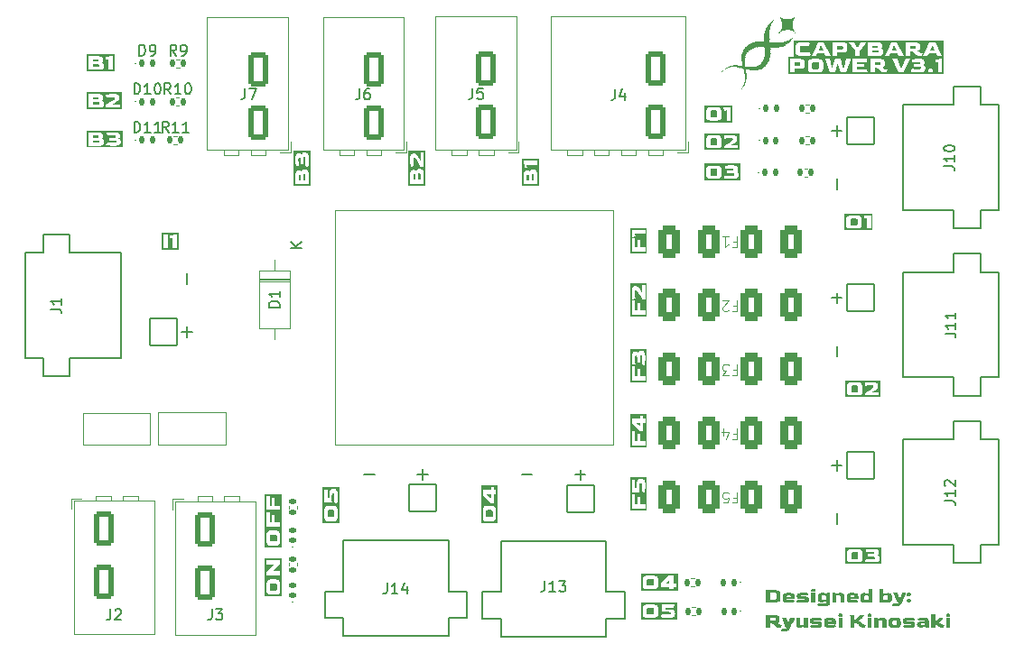
<source format=gto>
G04 #@! TF.GenerationSoftware,KiCad,Pcbnew,9.0.0*
G04 #@! TF.CreationDate,2025-04-02T18:04:16+02:00*
G04 #@! TF.ProjectId,CapyPower,43617079-506f-4776-9572-2e6b69636164,rev?*
G04 #@! TF.SameCoordinates,Original*
G04 #@! TF.FileFunction,Legend,Top*
G04 #@! TF.FilePolarity,Positive*
%FSLAX46Y46*%
G04 Gerber Fmt 4.6, Leading zero omitted, Abs format (unit mm)*
G04 Created by KiCad (PCBNEW 9.0.0) date 2025-04-02 18:04:16*
%MOMM*%
%LPD*%
G01*
G04 APERTURE LIST*
G04 Aperture macros list*
%AMRoundRect*
0 Rectangle with rounded corners*
0 $1 Rounding radius*
0 $2 $3 $4 $5 $6 $7 $8 $9 X,Y pos of 4 corners*
0 Add a 4 corners polygon primitive as box body*
4,1,4,$2,$3,$4,$5,$6,$7,$8,$9,$2,$3,0*
0 Add four circle primitives for the rounded corners*
1,1,$1+$1,$2,$3*
1,1,$1+$1,$4,$5*
1,1,$1+$1,$6,$7*
1,1,$1+$1,$8,$9*
0 Add four rect primitives between the rounded corners*
20,1,$1+$1,$2,$3,$4,$5,0*
20,1,$1+$1,$4,$5,$6,$7,0*
20,1,$1+$1,$6,$7,$8,$9,0*
20,1,$1+$1,$8,$9,$2,$3,0*%
G04 Aperture macros list end*
%ADD10C,0.300000*%
%ADD11C,0.150000*%
%ADD12C,0.100000*%
%ADD13C,0.120000*%
%ADD14C,0.000000*%
%ADD15C,0.127000*%
%ADD16O,1.800000X3.200000*%
%ADD17RoundRect,0.250000X-0.650000X-1.350000X0.650000X-1.350000X0.650000X1.350000X-0.650000X1.350000X0*%
%ADD18RoundRect,0.147500X-0.147500X-0.172500X0.147500X-0.172500X0.147500X0.172500X-0.147500X0.172500X0*%
%ADD19RoundRect,0.135000X-0.135000X-0.185000X0.135000X-0.185000X0.135000X0.185000X-0.135000X0.185000X0*%
%ADD20C,1.712000*%
%ADD21C,2.754000*%
%ADD22RoundRect,0.102000X-1.275000X1.275000X-1.275000X-1.275000X1.275000X-1.275000X1.275000X1.275000X0*%
%ADD23C,2.000000*%
%ADD24R,8.000000X2.000000*%
%ADD25R,2.000000X8.000000*%
%ADD26RoundRect,0.102000X1.275000X1.275000X-1.275000X1.275000X-1.275000X-1.275000X1.275000X-1.275000X0*%
%ADD27RoundRect,0.102000X1.275000X-1.275000X1.275000X1.275000X-1.275000X1.275000X-1.275000X-1.275000X0*%
%ADD28RoundRect,0.135000X0.135000X0.185000X-0.135000X0.185000X-0.135000X-0.185000X0.135000X-0.185000X0*%
%ADD29RoundRect,0.135000X-0.185000X0.135000X-0.185000X-0.135000X0.185000X-0.135000X0.185000X0.135000X0*%
%ADD30RoundRect,0.250000X0.650000X1.350000X-0.650000X1.350000X-0.650000X-1.350000X0.650000X-1.350000X0*%
%ADD31RoundRect,0.393701X0.606299X1.106299X-0.606299X1.106299X-0.606299X-1.106299X0.606299X-1.106299X0*%
%ADD32RoundRect,0.147500X0.147500X0.172500X-0.147500X0.172500X-0.147500X-0.172500X0.147500X-0.172500X0*%
%ADD33RoundRect,0.147500X0.172500X-0.147500X0.172500X0.147500X-0.172500X0.147500X-0.172500X-0.147500X0*%
%ADD34R,2.200000X2.200000*%
%ADD35O,2.200000X2.200000*%
%ADD36C,3.200000*%
G04 APERTURE END LIST*
D10*
G36*
X128236479Y-94815410D02*
G01*
X128333304Y-94834736D01*
X128410253Y-94864144D01*
X128470931Y-94902379D01*
X128520914Y-94953437D01*
X128557604Y-95017342D01*
X128581036Y-95096913D01*
X128589499Y-95196106D01*
X128589499Y-95570273D01*
X128581019Y-95671686D01*
X128557645Y-95752324D01*
X128521254Y-95816411D01*
X128471957Y-95866992D01*
X128411821Y-95904680D01*
X128334994Y-95933777D01*
X128237709Y-95952967D01*
X128115484Y-95960000D01*
X127226270Y-95960000D01*
X127226270Y-95689696D01*
X127608217Y-95689696D01*
X128056756Y-95689696D01*
X128114818Y-95683242D01*
X128155772Y-95666072D01*
X128184188Y-95639550D01*
X128202303Y-95602313D01*
X128209518Y-95550612D01*
X128209518Y-95211835D01*
X128200999Y-95158645D01*
X128176179Y-95114895D01*
X128150910Y-95094089D01*
X128112761Y-95080103D01*
X128056756Y-95074717D01*
X127608217Y-95074717D01*
X127608217Y-95689696D01*
X127226270Y-95689696D01*
X127226270Y-94965040D01*
X127206693Y-94808346D01*
X128115484Y-94808346D01*
X128236479Y-94815410D01*
G37*
G36*
X129632547Y-95087346D02*
G01*
X129708776Y-95100153D01*
X129764405Y-95118742D01*
X129814668Y-95147421D01*
X129851120Y-95181286D01*
X129876048Y-95220640D01*
X129898470Y-95289685D01*
X129906395Y-95372376D01*
X129906395Y-95623103D01*
X129563686Y-95623103D01*
X129296289Y-95615324D01*
X129167976Y-95605493D01*
X129167976Y-95634900D01*
X129173101Y-95669121D01*
X129188945Y-95692287D01*
X129216744Y-95707322D01*
X129262009Y-95713204D01*
X129322704Y-95713204D01*
X129612583Y-95706366D01*
X129810396Y-95693628D01*
X129927937Y-95879729D01*
X129921082Y-95897079D01*
X129894598Y-95916915D01*
X129854741Y-95931722D01*
X129778082Y-95947262D01*
X129686165Y-95956325D01*
X129542144Y-95960000D01*
X129124891Y-95960000D01*
X129038863Y-95955093D01*
X128974060Y-95942040D01*
X128926053Y-95922814D01*
X128883736Y-95894071D01*
X128852560Y-95859990D01*
X128831079Y-95819975D01*
X128812367Y-95751134D01*
X128805690Y-95668154D01*
X128805690Y-95407681D01*
X129167976Y-95407681D01*
X129167976Y-95435122D01*
X129544024Y-95435122D01*
X129544024Y-95407681D01*
X129537185Y-95352885D01*
X129525320Y-95341146D01*
X129495041Y-95333224D01*
X129375619Y-95329291D01*
X129262009Y-95329291D01*
X129217775Y-95335102D01*
X129190102Y-95350076D01*
X129173882Y-95373313D01*
X129167976Y-95407681D01*
X128805690Y-95407681D01*
X128805690Y-95372376D01*
X128812461Y-95296353D01*
X128832105Y-95228504D01*
X128853981Y-95188158D01*
X128885204Y-95153054D01*
X128927079Y-95122674D01*
X128974657Y-95101868D01*
X129039067Y-95087788D01*
X129124891Y-95082496D01*
X129530347Y-95082496D01*
X129632547Y-95087346D01*
G37*
G36*
X130345959Y-95960000D02*
G01*
X130224258Y-95955824D01*
X130159858Y-95946322D01*
X130113759Y-95929792D01*
X130105062Y-95918881D01*
X130183367Y-95713204D01*
X130323391Y-95725942D01*
X130663279Y-95732780D01*
X130802278Y-95732780D01*
X130846429Y-95729262D01*
X130863998Y-95722009D01*
X130873106Y-95708344D01*
X130876735Y-95683797D01*
X130872343Y-95654750D01*
X130862032Y-95641739D01*
X130843407Y-95635729D01*
X130802278Y-95632934D01*
X130404687Y-95632934D01*
X130310549Y-95626020D01*
X130238322Y-95607350D01*
X130183367Y-95579078D01*
X130150945Y-95549130D01*
X130126735Y-95508893D01*
X130110908Y-95455779D01*
X130105062Y-95386139D01*
X130105062Y-95346987D01*
X130110131Y-95276509D01*
X130124638Y-95214741D01*
X130142168Y-95178313D01*
X130169666Y-95146500D01*
X130208841Y-95118742D01*
X130253677Y-95100236D01*
X130317122Y-95087405D01*
X130404687Y-95082496D01*
X130984446Y-95082496D01*
X131093431Y-95086703D01*
X131150886Y-95096259D01*
X131191800Y-95112542D01*
X131199869Y-95123700D01*
X131180293Y-95331257D01*
X131022658Y-95318606D01*
X130674991Y-95311681D01*
X130535907Y-95311681D01*
X130491755Y-95315200D01*
X130474187Y-95322452D01*
X130465073Y-95335866D01*
X130461535Y-95358698D01*
X130465073Y-95381530D01*
X130474187Y-95394944D01*
X130491755Y-95402196D01*
X130535907Y-95405715D01*
X130941362Y-95405715D01*
X131041216Y-95414397D01*
X131114110Y-95437492D01*
X131166615Y-95472308D01*
X131206001Y-95521052D01*
X131230388Y-95581885D01*
X131239106Y-95658408D01*
X131239106Y-95695594D01*
X131234546Y-95764425D01*
X131221411Y-95825874D01*
X131205141Y-95862399D01*
X131178933Y-95894507D01*
X131141140Y-95922814D01*
X131097383Y-95941612D01*
X131033020Y-95954860D01*
X130941362Y-95960000D01*
X130345959Y-95960000D01*
G37*
G36*
X131653281Y-94998293D02*
G01*
X131575914Y-94990166D01*
X131522343Y-94968789D01*
X131486076Y-94936317D01*
X131463666Y-94891473D01*
X131455469Y-94829888D01*
X131462002Y-94769418D01*
X131479186Y-94727716D01*
X131505392Y-94699609D01*
X131540632Y-94680747D01*
X131588677Y-94668108D01*
X131653281Y-94663363D01*
X131721952Y-94668248D01*
X131770913Y-94681004D01*
X131805017Y-94699609D01*
X131830132Y-94727545D01*
X131846726Y-94769220D01*
X131853060Y-94829888D01*
X131844821Y-94891339D01*
X131822270Y-94936158D01*
X131785700Y-94968681D01*
X131731570Y-94990129D01*
X131653281Y-94998293D01*
G37*
G36*
X131473079Y-95960000D02*
G01*
X131473079Y-95082496D01*
X131829551Y-95082496D01*
X131829551Y-95960000D01*
X131473079Y-95960000D01*
G37*
G36*
X132651404Y-95086428D02*
G01*
X132789548Y-95096259D01*
X132876657Y-95107971D01*
X132927606Y-95082496D01*
X133205689Y-95082496D01*
X133205689Y-96014881D01*
X133196065Y-96097579D01*
X133168614Y-96166369D01*
X133123452Y-96224405D01*
X133080498Y-96256724D01*
X133023103Y-96281804D01*
X132947541Y-96298542D01*
X132849216Y-96304760D01*
X132692608Y-96304760D01*
X132363490Y-96297836D01*
X132167644Y-96279200D01*
X132104798Y-96265274D01*
X132073611Y-96252786D01*
X132053215Y-96236866D01*
X132048136Y-96224405D01*
X132146102Y-96018728D01*
X132242016Y-96041296D01*
X132325032Y-96053105D01*
X132459490Y-96057965D01*
X132755268Y-96057965D01*
X132801824Y-96052833D01*
X132828614Y-96040270D01*
X132844451Y-96017975D01*
X132849216Y-95979576D01*
X132849216Y-95899305D01*
X132782342Y-95914211D01*
X132679785Y-95927686D01*
X132566632Y-95935566D01*
X132426151Y-95938457D01*
X132369389Y-95938457D01*
X132283177Y-95933554D01*
X132220671Y-95920730D01*
X132176449Y-95902212D01*
X132138232Y-95874341D01*
X132110576Y-95840982D01*
X132092247Y-95801339D01*
X132077185Y-95733209D01*
X132071645Y-95646612D01*
X132071645Y-95407681D01*
X132434016Y-95407681D01*
X132434016Y-95613358D01*
X132439141Y-95647579D01*
X132454985Y-95670745D01*
X132482784Y-95685779D01*
X132528049Y-95691662D01*
X132788522Y-95691662D01*
X132828795Y-95688937D01*
X132841352Y-95683883D01*
X132846490Y-95671458D01*
X132849216Y-95632934D01*
X132849216Y-95343054D01*
X132765954Y-95336215D01*
X132675938Y-95331257D01*
X132549591Y-95329291D01*
X132528049Y-95329291D01*
X132483815Y-95335102D01*
X132456142Y-95350076D01*
X132439922Y-95373313D01*
X132434016Y-95407681D01*
X132071645Y-95407681D01*
X132071645Y-95372376D01*
X132082416Y-95274495D01*
X132098051Y-95225580D01*
X132123534Y-95180462D01*
X132160029Y-95142271D01*
X132213635Y-95109937D01*
X132278600Y-95090056D01*
X132369389Y-95082496D01*
X132428117Y-95082496D01*
X132651404Y-95086428D01*
G37*
G36*
X133441456Y-95960000D02*
G01*
X133441456Y-95082496D01*
X133725437Y-95082496D01*
X133803742Y-95121734D01*
X134002580Y-95094293D01*
X134117451Y-95085338D01*
X134220994Y-95082496D01*
X134318874Y-95082496D01*
X134410497Y-95090294D01*
X134469670Y-95109937D01*
X134516129Y-95141854D01*
X134545068Y-95178496D01*
X134563380Y-95220383D01*
X134572508Y-95261758D01*
X134577466Y-95333224D01*
X134577466Y-95960000D01*
X134219028Y-95960000D01*
X134219028Y-95407681D01*
X134213122Y-95373313D01*
X134196902Y-95350076D01*
X134169228Y-95335102D01*
X134124994Y-95329291D01*
X133862555Y-95329291D01*
X133828688Y-95331539D01*
X133814513Y-95336215D01*
X133807098Y-95346645D01*
X133803742Y-95372376D01*
X133803742Y-95960000D01*
X133441456Y-95960000D01*
G37*
G36*
X135609658Y-95087346D02*
G01*
X135685886Y-95100153D01*
X135741516Y-95118742D01*
X135791779Y-95147421D01*
X135828231Y-95181286D01*
X135853159Y-95220640D01*
X135875581Y-95289685D01*
X135883506Y-95372376D01*
X135883506Y-95623103D01*
X135540797Y-95623103D01*
X135273400Y-95615324D01*
X135145087Y-95605493D01*
X135145087Y-95634900D01*
X135150212Y-95669121D01*
X135166056Y-95692287D01*
X135193855Y-95707322D01*
X135239120Y-95713204D01*
X135299815Y-95713204D01*
X135589694Y-95706366D01*
X135787506Y-95693628D01*
X135905048Y-95879729D01*
X135898193Y-95897079D01*
X135871709Y-95916915D01*
X135831852Y-95931722D01*
X135755193Y-95947262D01*
X135663276Y-95956325D01*
X135519255Y-95960000D01*
X135102002Y-95960000D01*
X135015974Y-95955093D01*
X134951171Y-95942040D01*
X134903164Y-95922814D01*
X134860847Y-95894071D01*
X134829671Y-95859990D01*
X134808190Y-95819975D01*
X134789478Y-95751134D01*
X134782801Y-95668154D01*
X134782801Y-95407681D01*
X135145087Y-95407681D01*
X135145087Y-95435122D01*
X135521135Y-95435122D01*
X135521135Y-95407681D01*
X135514296Y-95352885D01*
X135502431Y-95341146D01*
X135472152Y-95333224D01*
X135352730Y-95329291D01*
X135239120Y-95329291D01*
X135194886Y-95335102D01*
X135167213Y-95350076D01*
X135150993Y-95373313D01*
X135145087Y-95407681D01*
X134782801Y-95407681D01*
X134782801Y-95372376D01*
X134789572Y-95296353D01*
X134809216Y-95228504D01*
X134831092Y-95188158D01*
X134862315Y-95153054D01*
X134904190Y-95122674D01*
X134951768Y-95101868D01*
X135016178Y-95087788D01*
X135102002Y-95082496D01*
X135507458Y-95082496D01*
X135609658Y-95087346D01*
G37*
G36*
X137222030Y-95960000D02*
G01*
X136938049Y-95960000D01*
X136861711Y-95920847D01*
X136684415Y-95947262D01*
X136582454Y-95956441D01*
X136438646Y-95960000D01*
X136379832Y-95960000D01*
X136293772Y-95954850D01*
X136231262Y-95941358D01*
X136186892Y-95921788D01*
X136148684Y-95892709D01*
X136121013Y-95858375D01*
X136102690Y-95818009D01*
X136087571Y-95749653D01*
X136082173Y-95668154D01*
X136082173Y-95407681D01*
X136444459Y-95407681D01*
X136444459Y-95634900D01*
X136450276Y-95670306D01*
X136466001Y-95693628D01*
X136492206Y-95707545D01*
X136538492Y-95713204D01*
X136798965Y-95713204D01*
X136835876Y-95710000D01*
X136849914Y-95703459D01*
X136856554Y-95689571D01*
X136859745Y-95654476D01*
X136859745Y-95343054D01*
X136744169Y-95334249D01*
X136597220Y-95329291D01*
X136538492Y-95329291D01*
X136494258Y-95335102D01*
X136466585Y-95350076D01*
X136450365Y-95373313D01*
X136444459Y-95407681D01*
X136082173Y-95407681D01*
X136082173Y-95372376D01*
X136087402Y-95299530D01*
X136102690Y-95232437D01*
X136120897Y-95191787D01*
X136148558Y-95156073D01*
X136186892Y-95124640D01*
X136231570Y-95102947D01*
X136294091Y-95088128D01*
X136379832Y-95082496D01*
X136440526Y-95082496D01*
X136700059Y-95090361D01*
X136859745Y-95104038D01*
X136859745Y-94718244D01*
X137222030Y-94718244D01*
X137222030Y-95960000D01*
G37*
G36*
X138244516Y-95106004D02*
G01*
X138443269Y-95089420D01*
X138704767Y-95082496D01*
X138724344Y-95082496D01*
X138809015Y-95087600D01*
X138871322Y-95101054D01*
X138916257Y-95120708D01*
X138955240Y-95149834D01*
X138983579Y-95184209D01*
X139002512Y-95224572D01*
X139018428Y-95292674D01*
X139024054Y-95372376D01*
X139024054Y-95668154D01*
X139017909Y-95739492D01*
X138999520Y-95808264D01*
X138978962Y-95850143D01*
X138949604Y-95886490D01*
X138910444Y-95917941D01*
X138865279Y-95939846D01*
X138804664Y-95954515D01*
X138724344Y-95960000D01*
X138704767Y-95960000D01*
X138420701Y-95951195D01*
X138219042Y-95932559D01*
X138166127Y-95960000D01*
X137888044Y-95960000D01*
X137888044Y-95345020D01*
X138244516Y-95345020D01*
X138244516Y-95650544D01*
X138247431Y-95687504D01*
X138253321Y-95701493D01*
X138266781Y-95707964D01*
X138305211Y-95711238D01*
X138567650Y-95711238D01*
X138611892Y-95705431D01*
X138639565Y-95690469D01*
X138655780Y-95667257D01*
X138661683Y-95632934D01*
X138661683Y-95407681D01*
X138657648Y-95368955D01*
X138644073Y-95346987D01*
X138619049Y-95334682D01*
X138567650Y-95329291D01*
X138548073Y-95329291D01*
X138363939Y-95335190D01*
X138244516Y-95345020D01*
X137888044Y-95345020D01*
X137888044Y-94718244D01*
X138244516Y-94718244D01*
X138244516Y-95106004D01*
G37*
G36*
X139360779Y-96343913D02*
G01*
X139255775Y-96338529D01*
X139164933Y-96323311D01*
X139084125Y-96300841D01*
X139043545Y-96283133D01*
X139121849Y-96042236D01*
X139182211Y-96064585D01*
X139248110Y-96081388D01*
X139315050Y-96091820D01*
X139376509Y-96095151D01*
X139398051Y-96095151D01*
X139480096Y-96086062D01*
X139546513Y-96060492D01*
X139600795Y-96019095D01*
X139644846Y-95960000D01*
X139525338Y-95960000D01*
X139141425Y-95082496D01*
X139535083Y-95082496D01*
X139703574Y-95603527D01*
X139732981Y-95723035D01*
X139752557Y-95723035D01*
X139781878Y-95603527D01*
X139952336Y-95082496D01*
X140340095Y-95082496D01*
X140308808Y-95202004D01*
X140223579Y-95377334D01*
X140124673Y-95581985D01*
X140025767Y-95785696D01*
X139940539Y-95960000D01*
X139869121Y-96085620D01*
X139795303Y-96180529D01*
X139719218Y-96249879D01*
X139654514Y-96290313D01*
X139582877Y-96319564D01*
X139503102Y-96337642D01*
X139413695Y-96343913D01*
X139360779Y-96343913D01*
G37*
G36*
X140596550Y-95392037D02*
G01*
X140519184Y-95383909D01*
X140465612Y-95362533D01*
X140429345Y-95330061D01*
X140406935Y-95285217D01*
X140398738Y-95223632D01*
X140405271Y-95163162D01*
X140422455Y-95121460D01*
X140448661Y-95093353D01*
X140483902Y-95074491D01*
X140531946Y-95061852D01*
X140596550Y-95057107D01*
X140665222Y-95061991D01*
X140714182Y-95074748D01*
X140748286Y-95093353D01*
X140773401Y-95121289D01*
X140789995Y-95162964D01*
X140796329Y-95223632D01*
X140788091Y-95285083D01*
X140765539Y-95329902D01*
X140728969Y-95362425D01*
X140674840Y-95383873D01*
X140596550Y-95392037D01*
G37*
G36*
X140596550Y-95960000D02*
G01*
X140519184Y-95951872D01*
X140465612Y-95930496D01*
X140429345Y-95898023D01*
X140406935Y-95853179D01*
X140398738Y-95791594D01*
X140405271Y-95731124D01*
X140422455Y-95689422D01*
X140448661Y-95661315D01*
X140483902Y-95642453D01*
X140531946Y-95629815D01*
X140596550Y-95625069D01*
X140665222Y-95629954D01*
X140714182Y-95642710D01*
X140748286Y-95661315D01*
X140773401Y-95689251D01*
X140789995Y-95730926D01*
X140796329Y-95791594D01*
X140788091Y-95853045D01*
X140765539Y-95897865D01*
X140728969Y-95930387D01*
X140674840Y-95951835D01*
X140596550Y-95960000D01*
G37*
G36*
X128232402Y-97166815D02*
G01*
X128316289Y-97188727D01*
X128386646Y-97225224D01*
X128435711Y-97269083D01*
X128471271Y-97322269D01*
X128493499Y-97381666D01*
X128505231Y-97444813D01*
X128509143Y-97508953D01*
X128509143Y-97546139D01*
X128502330Y-97622732D01*
X128482397Y-97692473D01*
X128449389Y-97756774D01*
X128403508Y-97811308D01*
X128341653Y-97855354D01*
X128260467Y-97888934D01*
X128353389Y-97948688D01*
X128454347Y-98012289D01*
X128518729Y-98045282D01*
X128574795Y-98066230D01*
X128667803Y-98086747D01*
X128710887Y-98090679D01*
X128652159Y-98312000D01*
X128580608Y-98324737D01*
X128477855Y-98331576D01*
X128397726Y-98325832D01*
X128303466Y-98307127D01*
X128242880Y-98284416D01*
X128179910Y-98245327D01*
X128113518Y-98186678D01*
X128031282Y-98104356D01*
X127971984Y-98049514D01*
X127918613Y-98008442D01*
X127861685Y-97976127D01*
X127796198Y-97952621D01*
X127723204Y-97939126D01*
X127623860Y-97933985D01*
X127608217Y-97933985D01*
X127608217Y-98312000D01*
X127226270Y-98312000D01*
X127226270Y-97665647D01*
X127608217Y-97665647D01*
X127715928Y-97670606D01*
X127835436Y-97673512D01*
X127930409Y-97671546D01*
X128013672Y-97665647D01*
X128072545Y-97649830D01*
X128104713Y-97623503D01*
X128122882Y-97586348D01*
X128129248Y-97540326D01*
X128129248Y-97518784D01*
X128122726Y-97479560D01*
X128104713Y-97452191D01*
X128074035Y-97435632D01*
X128015638Y-97428683D01*
X127608217Y-97428683D01*
X127608217Y-97665647D01*
X127226270Y-97665647D01*
X127226270Y-97317040D01*
X127206693Y-97158379D01*
X128113518Y-97158379D01*
X128232402Y-97166815D01*
G37*
G36*
X128930242Y-98695913D02*
G01*
X128825237Y-98690529D01*
X128734396Y-98675311D01*
X128653587Y-98652841D01*
X128613007Y-98635133D01*
X128691311Y-98394236D01*
X128751673Y-98416585D01*
X128817573Y-98433388D01*
X128884513Y-98443820D01*
X128945971Y-98447151D01*
X128967513Y-98447151D01*
X129049559Y-98438062D01*
X129115976Y-98412492D01*
X129170258Y-98371095D01*
X129214309Y-98312000D01*
X129094801Y-98312000D01*
X128710887Y-97434496D01*
X129104546Y-97434496D01*
X129273037Y-97955527D01*
X129302444Y-98075035D01*
X129322020Y-98075035D01*
X129351341Y-97955527D01*
X129521798Y-97434496D01*
X129909558Y-97434496D01*
X129878271Y-97554004D01*
X129793042Y-97729334D01*
X129694136Y-97933985D01*
X129595230Y-98137696D01*
X129510001Y-98312000D01*
X129438584Y-98437620D01*
X129364766Y-98532529D01*
X129288681Y-98601879D01*
X129223976Y-98642313D01*
X129152340Y-98671564D01*
X129072565Y-98689642D01*
X128983157Y-98695913D01*
X128930242Y-98695913D01*
G37*
G36*
X130334590Y-98312000D02*
G01*
X130248529Y-98306850D01*
X130186019Y-98293358D01*
X130141650Y-98273788D01*
X130103464Y-98244660D01*
X130075748Y-98210003D01*
X130057362Y-98168983D01*
X130042157Y-98100266D01*
X130036845Y-98022120D01*
X130036845Y-97434496D01*
X130397250Y-97434496D01*
X130397250Y-97986900D01*
X130403153Y-98021223D01*
X130419368Y-98044435D01*
X130447041Y-98059397D01*
X130491284Y-98065204D01*
X130714570Y-98065204D01*
X130753093Y-98062502D01*
X130765434Y-98057425D01*
X130770572Y-98045001D01*
X130773299Y-98006476D01*
X130773299Y-97434496D01*
X131135669Y-97434496D01*
X131135669Y-98312000D01*
X130851688Y-98312000D01*
X130777231Y-98272847D01*
X130597028Y-98300288D01*
X130494867Y-98309062D01*
X130391352Y-98312000D01*
X130334590Y-98312000D01*
G37*
G36*
X131591988Y-98312000D02*
G01*
X131470288Y-98307824D01*
X131405887Y-98298322D01*
X131359788Y-98281792D01*
X131351092Y-98270881D01*
X131429396Y-98065204D01*
X131569420Y-98077942D01*
X131909309Y-98084780D01*
X132048307Y-98084780D01*
X132092459Y-98081262D01*
X132110027Y-98074009D01*
X132119135Y-98060344D01*
X132122765Y-98035797D01*
X132118372Y-98006750D01*
X132108061Y-97993739D01*
X132089436Y-97987729D01*
X132048307Y-97984934D01*
X131650717Y-97984934D01*
X131556578Y-97978020D01*
X131484351Y-97959350D01*
X131429396Y-97931078D01*
X131396974Y-97901130D01*
X131372764Y-97860893D01*
X131356937Y-97807779D01*
X131351092Y-97738139D01*
X131351092Y-97698987D01*
X131356161Y-97628509D01*
X131370668Y-97566741D01*
X131388197Y-97530313D01*
X131415695Y-97498500D01*
X131454870Y-97470742D01*
X131499707Y-97452236D01*
X131563152Y-97439405D01*
X131650717Y-97434496D01*
X132230476Y-97434496D01*
X132339460Y-97438703D01*
X132396915Y-97448259D01*
X132437829Y-97464542D01*
X132445898Y-97475700D01*
X132426322Y-97683257D01*
X132268688Y-97670606D01*
X131921020Y-97663681D01*
X131781936Y-97663681D01*
X131737785Y-97667200D01*
X131720216Y-97674452D01*
X131711103Y-97687866D01*
X131707564Y-97710698D01*
X131711103Y-97733530D01*
X131720216Y-97746944D01*
X131737785Y-97754196D01*
X131781936Y-97757715D01*
X132187391Y-97757715D01*
X132287245Y-97766397D01*
X132360140Y-97789492D01*
X132412644Y-97824308D01*
X132452031Y-97873052D01*
X132476418Y-97933885D01*
X132485136Y-98010408D01*
X132485136Y-98047594D01*
X132480575Y-98116425D01*
X132467440Y-98177874D01*
X132451170Y-98214399D01*
X132424963Y-98246507D01*
X132387170Y-98274814D01*
X132343413Y-98293612D01*
X132279050Y-98306860D01*
X132187391Y-98312000D01*
X131591988Y-98312000D01*
G37*
G36*
X133508778Y-97439346D02*
G01*
X133585007Y-97452153D01*
X133640636Y-97470742D01*
X133690899Y-97499421D01*
X133727352Y-97533286D01*
X133752280Y-97572640D01*
X133774702Y-97641685D01*
X133782627Y-97724376D01*
X133782627Y-97975103D01*
X133439918Y-97975103D01*
X133172520Y-97967324D01*
X133044207Y-97957493D01*
X133044207Y-97986900D01*
X133049333Y-98021121D01*
X133065177Y-98044287D01*
X133092976Y-98059322D01*
X133138241Y-98065204D01*
X133198935Y-98065204D01*
X133488815Y-98058366D01*
X133686627Y-98045628D01*
X133804169Y-98231729D01*
X133797314Y-98249079D01*
X133770830Y-98268915D01*
X133730973Y-98283722D01*
X133654314Y-98299262D01*
X133562396Y-98308325D01*
X133418375Y-98312000D01*
X133001123Y-98312000D01*
X132915095Y-98307093D01*
X132850292Y-98294040D01*
X132802285Y-98274814D01*
X132759967Y-98246071D01*
X132728792Y-98211990D01*
X132707311Y-98171975D01*
X132688599Y-98103134D01*
X132681922Y-98020154D01*
X132681922Y-97759681D01*
X133044207Y-97759681D01*
X133044207Y-97787122D01*
X133420256Y-97787122D01*
X133420256Y-97759681D01*
X133413417Y-97704885D01*
X133401552Y-97693146D01*
X133371273Y-97685224D01*
X133251851Y-97681291D01*
X133138241Y-97681291D01*
X133094007Y-97687102D01*
X133066333Y-97702076D01*
X133050114Y-97725313D01*
X133044207Y-97759681D01*
X132681922Y-97759681D01*
X132681922Y-97724376D01*
X132688693Y-97648353D01*
X132708337Y-97580504D01*
X132730212Y-97540158D01*
X132761435Y-97505054D01*
X132803311Y-97474674D01*
X132850888Y-97453868D01*
X132915298Y-97439788D01*
X133001123Y-97434496D01*
X133406578Y-97434496D01*
X133508778Y-97439346D01*
G37*
G36*
X134198682Y-97350293D02*
G01*
X134121315Y-97342166D01*
X134067744Y-97320789D01*
X134031477Y-97288317D01*
X134009067Y-97243473D01*
X134000870Y-97181888D01*
X134007403Y-97121418D01*
X134024587Y-97079716D01*
X134050793Y-97051609D01*
X134086034Y-97032747D01*
X134134078Y-97020108D01*
X134198682Y-97015363D01*
X134267354Y-97020248D01*
X134316314Y-97033004D01*
X134350418Y-97051609D01*
X134375533Y-97079545D01*
X134392127Y-97121220D01*
X134398461Y-97181888D01*
X134390222Y-97243339D01*
X134367671Y-97288158D01*
X134331101Y-97320681D01*
X134276971Y-97342129D01*
X134198682Y-97350293D01*
G37*
G36*
X134018480Y-98312000D02*
G01*
X134018480Y-97434496D01*
X134374952Y-97434496D01*
X134374952Y-98312000D01*
X134018480Y-98312000D01*
G37*
G36*
X136370001Y-98331576D02*
G01*
X136275737Y-98321842D01*
X136183900Y-98292423D01*
X136098937Y-98246231D01*
X136025326Y-98186678D01*
X135954715Y-98116153D01*
X135884275Y-98045628D01*
X135806533Y-97977966D01*
X135726556Y-97927146D01*
X135669436Y-97903568D01*
X135600691Y-97888454D01*
X135517972Y-97883036D01*
X135498396Y-97883036D01*
X135498396Y-98312000D01*
X135122348Y-98312000D01*
X135122348Y-97317040D01*
X135102772Y-97160346D01*
X135498396Y-97160346D01*
X135498396Y-97612732D01*
X135557210Y-97612732D01*
X135588431Y-97610240D01*
X135609014Y-97603927D01*
X135649192Y-97571614D01*
X135753996Y-97447319D01*
X135867606Y-97296438D01*
X135962580Y-97160346D01*
X136442493Y-97160346D01*
X136362137Y-97277802D01*
X136253485Y-97393378D01*
X136134918Y-97515792D01*
X136027206Y-97624529D01*
X135948902Y-97700867D01*
X136006851Y-97728690D01*
X136054647Y-97758655D01*
X136152613Y-97832172D01*
X136237756Y-97900731D01*
X136324951Y-97971171D01*
X136398225Y-98022956D01*
X136458489Y-98055906D01*
X136508060Y-98074095D01*
X136606966Y-98094611D01*
X136528661Y-98312000D01*
X136466941Y-98324737D01*
X136370001Y-98331576D01*
G37*
G36*
X136942409Y-97350293D02*
G01*
X136865042Y-97342166D01*
X136811471Y-97320789D01*
X136775204Y-97288317D01*
X136752794Y-97243473D01*
X136744596Y-97181888D01*
X136751129Y-97121418D01*
X136768313Y-97079716D01*
X136794520Y-97051609D01*
X136829760Y-97032747D01*
X136877804Y-97020108D01*
X136942409Y-97015363D01*
X137011080Y-97020248D01*
X137060040Y-97033004D01*
X137094145Y-97051609D01*
X137119259Y-97079545D01*
X137135853Y-97121220D01*
X137142187Y-97181888D01*
X137133949Y-97243339D01*
X137111398Y-97288158D01*
X137074827Y-97320681D01*
X137020698Y-97342129D01*
X136942409Y-97350293D01*
G37*
G36*
X136762206Y-98312000D02*
G01*
X136762206Y-97434496D01*
X137118679Y-97434496D01*
X137118679Y-98312000D01*
X136762206Y-98312000D01*
G37*
G36*
X137376502Y-98312000D02*
G01*
X137376502Y-97434496D01*
X137660483Y-97434496D01*
X137738787Y-97473734D01*
X137937625Y-97446293D01*
X138052496Y-97437338D01*
X138156039Y-97434496D01*
X138253920Y-97434496D01*
X138345542Y-97442294D01*
X138404715Y-97461937D01*
X138451174Y-97493854D01*
X138480113Y-97530496D01*
X138498425Y-97572383D01*
X138507554Y-97613758D01*
X138512512Y-97685224D01*
X138512512Y-98312000D01*
X138154073Y-98312000D01*
X138154073Y-97759681D01*
X138148167Y-97725313D01*
X138131947Y-97702076D01*
X138104274Y-97687102D01*
X138060040Y-97681291D01*
X137797601Y-97681291D01*
X137763734Y-97683539D01*
X137749558Y-97688215D01*
X137742144Y-97698645D01*
X137738787Y-97724376D01*
X137738787Y-98312000D01*
X137376502Y-98312000D01*
G37*
G36*
X139648073Y-97439647D02*
G01*
X139710549Y-97453141D01*
X139754865Y-97472708D01*
X139793114Y-97501799D01*
X139820783Y-97536159D01*
X139839068Y-97576572D01*
X139854283Y-97644629D01*
X139859670Y-97724376D01*
X139859670Y-98020154D01*
X139854216Y-98103389D01*
X139839068Y-98171975D01*
X139820759Y-98212276D01*
X139793090Y-98246285D01*
X139754865Y-98274814D01*
X139710627Y-98293831D01*
X139648153Y-98306976D01*
X139562011Y-98312000D01*
X139017472Y-98312000D01*
X138931350Y-98306997D01*
X138868473Y-98293868D01*
X138823592Y-98274814D01*
X138784764Y-98246226D01*
X138756782Y-98212211D01*
X138738363Y-98171975D01*
X138723278Y-98103393D01*
X138717847Y-98020154D01*
X138717847Y-97759681D01*
X139082098Y-97759681D01*
X139082098Y-97986900D01*
X139087156Y-98021268D01*
X139102761Y-98044425D01*
X139129997Y-98059374D01*
X139174166Y-98065204D01*
X139407283Y-98065204D01*
X139451404Y-98059377D01*
X139478616Y-98044431D01*
X139494210Y-98021274D01*
X139499265Y-97986900D01*
X139499265Y-97759681D01*
X139493668Y-97724185D01*
X139478663Y-97700953D01*
X139453320Y-97687010D01*
X139407283Y-97681291D01*
X139176132Y-97681291D01*
X139129855Y-97686972D01*
X139103640Y-97700953D01*
X139087916Y-97724275D01*
X139082098Y-97759681D01*
X138717847Y-97759681D01*
X138717847Y-97724376D01*
X138723473Y-97644674D01*
X138739389Y-97576572D01*
X138758249Y-97536130D01*
X138786252Y-97501761D01*
X138824532Y-97472708D01*
X138868901Y-97453138D01*
X138931411Y-97439645D01*
X139017472Y-97434496D01*
X139562011Y-97434496D01*
X139648073Y-97439647D01*
G37*
G36*
X140296413Y-98312000D02*
G01*
X140174712Y-98307824D01*
X140110312Y-98298322D01*
X140064212Y-98281792D01*
X140055516Y-98270881D01*
X140133820Y-98065204D01*
X140273845Y-98077942D01*
X140613733Y-98084780D01*
X140752732Y-98084780D01*
X140796883Y-98081262D01*
X140814452Y-98074009D01*
X140823559Y-98060344D01*
X140827189Y-98035797D01*
X140822796Y-98006750D01*
X140812486Y-97993739D01*
X140793860Y-97987729D01*
X140752732Y-97984934D01*
X140355141Y-97984934D01*
X140261002Y-97978020D01*
X140188775Y-97959350D01*
X140133820Y-97931078D01*
X140101399Y-97901130D01*
X140077189Y-97860893D01*
X140061362Y-97807779D01*
X140055516Y-97738139D01*
X140055516Y-97698987D01*
X140060585Y-97628509D01*
X140075092Y-97566741D01*
X140092621Y-97530313D01*
X140120119Y-97498500D01*
X140159295Y-97470742D01*
X140204131Y-97452236D01*
X140267576Y-97439405D01*
X140355141Y-97434496D01*
X140934900Y-97434496D01*
X141043884Y-97438703D01*
X141101339Y-97448259D01*
X141142253Y-97464542D01*
X141150322Y-97475700D01*
X141130746Y-97683257D01*
X140973112Y-97670606D01*
X140625444Y-97663681D01*
X140486360Y-97663681D01*
X140442209Y-97667200D01*
X140424640Y-97674452D01*
X140415527Y-97687866D01*
X140411988Y-97710698D01*
X140415527Y-97733530D01*
X140424640Y-97746944D01*
X140442209Y-97754196D01*
X140486360Y-97757715D01*
X140891816Y-97757715D01*
X140991669Y-97766397D01*
X141064564Y-97789492D01*
X141117069Y-97824308D01*
X141156455Y-97873052D01*
X141180842Y-97933885D01*
X141189560Y-98010408D01*
X141189560Y-98047594D01*
X141184999Y-98116425D01*
X141171864Y-98177874D01*
X141155594Y-98214399D01*
X141129387Y-98246507D01*
X141091594Y-98274814D01*
X141047837Y-98293612D01*
X140983474Y-98306860D01*
X140891816Y-98312000D01*
X140296413Y-98312000D01*
G37*
G36*
X142265534Y-97439548D02*
G01*
X142329942Y-97452964D01*
X142377374Y-97472708D01*
X142419194Y-97501904D01*
X142450068Y-97536004D01*
X142471407Y-97575546D01*
X142490200Y-97643264D01*
X142496882Y-97724376D01*
X142496882Y-98312000D01*
X142218714Y-98312000D01*
X142142376Y-98272847D01*
X141992520Y-98297296D01*
X141885954Y-98308079D01*
X141756496Y-98312000D01*
X141697768Y-98312000D01*
X141584048Y-98303233D01*
X141504743Y-98280491D01*
X141450887Y-98247373D01*
X141420417Y-98212800D01*
X141397304Y-98167314D01*
X141382113Y-98108207D01*
X141376516Y-98031951D01*
X141377313Y-98022120D01*
X141738886Y-98022120D01*
X141744045Y-98054634D01*
X141756496Y-98070077D01*
X141776887Y-98077714D01*
X141811378Y-98080848D01*
X142081596Y-98080848D01*
X142120131Y-98078149D01*
X142132545Y-98073069D01*
X142137708Y-98060861D01*
X142140409Y-98024086D01*
X142140409Y-97955527D01*
X141811378Y-97955527D01*
X141777172Y-97959453D01*
X141756496Y-97969290D01*
X141743996Y-97987333D01*
X141738886Y-98022120D01*
X141377313Y-98022120D01*
X141382153Y-97962428D01*
X141397635Y-97907474D01*
X141421609Y-97864125D01*
X141453879Y-97830206D01*
X141509250Y-97797816D01*
X141588002Y-97775833D01*
X141697768Y-97767460D01*
X141758463Y-97767460D01*
X141967986Y-97775325D01*
X142140409Y-97790968D01*
X142140409Y-97759681D01*
X142137477Y-97732805D01*
X142128613Y-97706766D01*
X142117488Y-97694527D01*
X142092978Y-97685279D01*
X142046376Y-97681291D01*
X141948410Y-97681291D01*
X141619378Y-97688215D01*
X141476448Y-97700867D01*
X141454905Y-97493310D01*
X141466214Y-97478528D01*
X141523379Y-97460996D01*
X141598437Y-97450396D01*
X141711446Y-97441420D01*
X141983715Y-97434496D01*
X142179562Y-97434496D01*
X142265534Y-97439548D01*
G37*
G36*
X143739577Y-98331576D02*
G01*
X143646878Y-98326344D01*
X143572112Y-98312000D01*
X143504164Y-98282270D01*
X143436020Y-98227797D01*
X143357630Y-98149493D01*
X143279326Y-98071103D01*
X143228377Y-98019213D01*
X143190165Y-97993739D01*
X143138276Y-97986900D01*
X143099751Y-97989626D01*
X143087327Y-97994765D01*
X143082273Y-98007321D01*
X143079548Y-98047594D01*
X143079548Y-98312000D01*
X142723075Y-98312000D01*
X142723075Y-97072211D01*
X143079548Y-97072211D01*
X143079548Y-97736173D01*
X143142208Y-97736173D01*
X143173728Y-97729646D01*
X143204869Y-97708732D01*
X143258724Y-97644105D01*
X143338054Y-97540326D01*
X143416444Y-97436462D01*
X143827712Y-97436462D01*
X143796339Y-97497242D01*
X143687688Y-97626495D01*
X143568180Y-97755749D01*
X143512177Y-97809055D01*
X143475172Y-97837985D01*
X143549421Y-97890908D01*
X143618103Y-97946722D01*
X143691317Y-97999664D01*
X143788560Y-98049561D01*
X143855197Y-98074822D01*
X143905076Y-98087772D01*
X143972695Y-98096577D01*
X143917814Y-98312000D01*
X143852161Y-98324737D01*
X143739577Y-98331576D01*
G37*
G36*
X144288647Y-97350293D02*
G01*
X144211281Y-97342166D01*
X144157709Y-97320789D01*
X144121442Y-97288317D01*
X144099032Y-97243473D01*
X144090835Y-97181888D01*
X144097368Y-97121418D01*
X144114552Y-97079716D01*
X144140758Y-97051609D01*
X144175999Y-97032747D01*
X144224043Y-97020108D01*
X144288647Y-97015363D01*
X144357319Y-97020248D01*
X144406279Y-97033004D01*
X144440383Y-97051609D01*
X144465498Y-97079545D01*
X144482092Y-97121220D01*
X144488426Y-97181888D01*
X144480188Y-97243339D01*
X144457636Y-97288158D01*
X144421066Y-97320681D01*
X144366937Y-97342129D01*
X144288647Y-97350293D01*
G37*
G36*
X144108445Y-98312000D02*
G01*
X144108445Y-97434496D01*
X144464918Y-97434496D01*
X144464918Y-98312000D01*
X144108445Y-98312000D01*
G37*
G36*
X141228827Y-43706034D02*
G01*
X141261697Y-43723777D01*
X141280996Y-43753101D01*
X141287984Y-43795126D01*
X141287984Y-43818207D01*
X141281163Y-43867515D01*
X141261697Y-43907325D01*
X141227231Y-43935532D01*
X141164153Y-43952479D01*
X141074943Y-43958799D01*
X140973185Y-43960906D01*
X140845141Y-43957792D01*
X140729736Y-43952479D01*
X140729736Y-43698589D01*
X141166259Y-43698589D01*
X141228827Y-43706034D01*
G37*
G36*
X132595167Y-44130899D02*
G01*
X132164964Y-44130899D01*
X132370677Y-43683843D01*
X132391652Y-43683843D01*
X132595167Y-44130899D01*
G37*
G36*
X134382073Y-43706940D02*
G01*
X134414715Y-43726891D01*
X134432782Y-43760549D01*
X134439903Y-43816100D01*
X134439903Y-43923079D01*
X134432220Y-43978247D01*
X134412609Y-44011281D01*
X134378590Y-44030561D01*
X134316072Y-44038483D01*
X133881655Y-44038483D01*
X133881655Y-43698589D01*
X134318178Y-43698589D01*
X134382073Y-43706940D01*
G37*
G36*
X137729068Y-44158397D02*
G01*
X137762277Y-44173947D01*
X137782514Y-44199869D01*
X137789571Y-44235771D01*
X137789571Y-44273598D01*
X137783700Y-44313401D01*
X137768505Y-44337620D01*
X137742329Y-44351636D01*
X137693034Y-44357495D01*
X137187268Y-44357495D01*
X137187268Y-44151873D01*
X137667847Y-44151873D01*
X137729068Y-44158397D01*
G37*
G36*
X137654264Y-43702491D02*
G01*
X137682501Y-43715350D01*
X137697583Y-43738648D01*
X137703476Y-43778273D01*
X137703476Y-43799248D01*
X137697890Y-43835976D01*
X137682501Y-43862262D01*
X137655948Y-43878662D01*
X137606939Y-43885343D01*
X137187268Y-43885343D01*
X137187268Y-43696482D01*
X137588071Y-43696482D01*
X137654264Y-43702491D01*
G37*
G36*
X139443248Y-44130899D02*
G01*
X139013045Y-44130899D01*
X139218758Y-43683843D01*
X139239733Y-43683843D01*
X139443248Y-44130899D01*
G37*
G36*
X143051203Y-44130899D02*
G01*
X142621000Y-44130899D01*
X142826714Y-43683843D01*
X142847688Y-43683843D01*
X143051203Y-44130899D01*
G37*
G36*
X143889416Y-44832641D02*
G01*
X129830245Y-44832641D01*
X129830245Y-43843394D01*
X129996912Y-43843394D01*
X129996912Y-44227436D01*
X130004518Y-44339351D01*
X130025179Y-44426740D01*
X130056537Y-44494456D01*
X130097570Y-44546356D01*
X130150281Y-44586405D01*
X130219254Y-44617167D01*
X130308477Y-44637501D01*
X130422902Y-44645000D01*
X130964296Y-44645000D01*
X131493418Y-44645000D01*
X131934154Y-44645000D01*
X132049559Y-44420418D01*
X132712678Y-44420418D01*
X132815535Y-44645000D01*
X133266713Y-44645000D01*
X132653968Y-43411085D01*
X132108360Y-43411085D01*
X131749629Y-44130899D01*
X131493418Y-44645000D01*
X130964296Y-44645000D01*
X131134959Y-44640199D01*
X131246580Y-44628238D01*
X131340609Y-44608493D01*
X131391386Y-44590411D01*
X131427669Y-44568929D01*
X131434433Y-44558995D01*
X131306389Y-44332308D01*
X131259791Y-44338993D01*
X131117437Y-44348061D01*
X130660031Y-44355389D01*
X130574027Y-44355389D01*
X130503209Y-44349683D01*
X130460493Y-44335739D01*
X130436549Y-44316554D01*
X130414497Y-44272240D01*
X130406140Y-44206370D01*
X130406140Y-43847516D01*
X130415745Y-43778761D01*
X130440762Y-43735317D01*
X130466769Y-43716840D01*
X130508907Y-43703780D01*
X130574027Y-43698589D01*
X130681005Y-43698589D01*
X131063948Y-43705916D01*
X131268654Y-43719563D01*
X131333683Y-43457247D01*
X131322023Y-43444326D01*
X131257021Y-43424732D01*
X131171928Y-43413555D01*
X131035646Y-43408978D01*
X133451452Y-43408978D01*
X133472426Y-43578971D01*
X133472426Y-44038483D01*
X133472426Y-44645000D01*
X133881655Y-44645000D01*
X133881655Y-44307120D01*
X134052656Y-44317653D01*
X134299219Y-44323881D01*
X134444024Y-44323881D01*
X134552661Y-44317124D01*
X134634334Y-44299130D01*
X134694801Y-44272499D01*
X134747810Y-44233591D01*
X134787135Y-44188379D01*
X134814419Y-44136120D01*
X134838601Y-44048343D01*
X134846933Y-43950373D01*
X134846933Y-43784593D01*
X134843451Y-43710145D01*
X134833286Y-43640887D01*
X134812228Y-43576592D01*
X134776683Y-43521269D01*
X134725581Y-43476634D01*
X134648639Y-43439386D01*
X134556326Y-43417500D01*
X134456001Y-43411085D01*
X134973237Y-43411085D01*
X135585982Y-44135020D01*
X135585982Y-44645000D01*
X135990997Y-44645000D01*
X135990997Y-44143447D01*
X136219635Y-43885343D01*
X136778039Y-43885343D01*
X136778039Y-44357495D01*
X136778039Y-44645000D01*
X137818880Y-44645000D01*
X138341499Y-44645000D01*
X138782235Y-44645000D01*
X138897640Y-44420418D01*
X139560759Y-44420418D01*
X139663616Y-44645000D01*
X140114794Y-44645000D01*
X139502049Y-43411085D01*
X138956441Y-43411085D01*
X138597710Y-44130899D01*
X138341499Y-44645000D01*
X137818880Y-44645000D01*
X137932200Y-44636312D01*
X138012962Y-44613584D01*
X138080630Y-44576011D01*
X138128458Y-44530694D01*
X138162888Y-44476233D01*
X138184054Y-44416297D01*
X138195069Y-44353095D01*
X138198709Y-44290359D01*
X138198709Y-44252532D01*
X138192041Y-44175908D01*
X138173454Y-44113567D01*
X138144120Y-44062663D01*
X138103923Y-44019450D01*
X138055417Y-43985663D01*
X137997300Y-43960906D01*
X138036252Y-43931370D01*
X138075976Y-43882229D01*
X138102915Y-43821259D01*
X138112704Y-43740538D01*
X138112704Y-43677615D01*
X138102797Y-43607440D01*
X138073389Y-43544899D01*
X138022487Y-43487655D01*
X137975951Y-43455958D01*
X137914988Y-43431363D01*
X137836080Y-43415017D01*
X137734983Y-43408978D01*
X140299533Y-43408978D01*
X140320507Y-43578971D01*
X140320507Y-43952479D01*
X140320507Y-44645000D01*
X140729736Y-44645000D01*
X140729736Y-44239984D01*
X140746497Y-44239984D01*
X140852937Y-44245492D01*
X140931145Y-44259951D01*
X141001310Y-44285136D01*
X141062303Y-44319760D01*
X141119487Y-44363765D01*
X141183020Y-44422525D01*
X141271131Y-44510727D01*
X141342265Y-44573565D01*
X141409733Y-44615446D01*
X141474646Y-44639779D01*
X141575639Y-44659820D01*
X141661492Y-44665974D01*
X141771584Y-44658647D01*
X141848246Y-44645000D01*
X141949454Y-44645000D01*
X142390191Y-44645000D01*
X142505595Y-44420418D01*
X143168715Y-44420418D01*
X143271571Y-44645000D01*
X143722749Y-44645000D01*
X143110005Y-43411085D01*
X142564397Y-43411085D01*
X142205665Y-44130899D01*
X141949454Y-44645000D01*
X141848246Y-44645000D01*
X141911169Y-44407870D01*
X141865007Y-44403657D01*
X141765356Y-44381675D01*
X141705285Y-44359231D01*
X141636304Y-44323881D01*
X141528135Y-44255737D01*
X141428576Y-44191715D01*
X141515560Y-44155736D01*
X141581835Y-44108544D01*
X141630992Y-44050116D01*
X141666358Y-43981221D01*
X141687715Y-43906498D01*
X141695014Y-43824435D01*
X141695014Y-43784593D01*
X141690823Y-43715871D01*
X141678253Y-43648214D01*
X141654437Y-43584574D01*
X141616338Y-43527588D01*
X141563767Y-43480597D01*
X141488385Y-43441493D01*
X141398506Y-43418017D01*
X141271131Y-43408978D01*
X140299533Y-43408978D01*
X137734983Y-43408978D01*
X136778039Y-43408978D01*
X136778039Y-43885343D01*
X136219635Y-43885343D01*
X136528271Y-43536931D01*
X136610061Y-43411085D01*
X136104387Y-43411085D01*
X135900780Y-43698589D01*
X135804243Y-43851729D01*
X135783269Y-43851729D01*
X135686732Y-43698589D01*
X135479003Y-43411085D01*
X134973237Y-43411085D01*
X134456001Y-43411085D01*
X134423050Y-43408978D01*
X133451452Y-43408978D01*
X131035646Y-43408978D01*
X130422902Y-43408978D01*
X130320997Y-43416352D01*
X130236492Y-43436956D01*
X130166330Y-43469268D01*
X130108103Y-43512842D01*
X130062337Y-43567891D01*
X130027754Y-43638683D01*
X130005175Y-43728928D01*
X129996912Y-43843394D01*
X129830245Y-43843394D01*
X129830245Y-43242311D01*
X143889416Y-43242311D01*
X143889416Y-44832641D01*
G37*
G36*
X137914975Y-45256034D02*
G01*
X137947845Y-45273777D01*
X137967144Y-45303101D01*
X137974132Y-45345126D01*
X137974132Y-45368207D01*
X137967311Y-45417515D01*
X137947845Y-45457325D01*
X137913379Y-45485532D01*
X137850300Y-45502479D01*
X137761091Y-45508799D01*
X137659333Y-45510906D01*
X137531289Y-45507792D01*
X137415884Y-45502479D01*
X137415884Y-45248589D01*
X137852407Y-45248589D01*
X137914975Y-45256034D01*
G37*
G36*
X130398507Y-45256940D02*
G01*
X130431149Y-45276891D01*
X130449216Y-45310549D01*
X130456337Y-45366100D01*
X130456337Y-45473079D01*
X130448654Y-45528247D01*
X130429043Y-45561281D01*
X130395024Y-45580561D01*
X130332506Y-45588483D01*
X129898089Y-45588483D01*
X129898089Y-45248589D01*
X130334612Y-45248589D01*
X130398507Y-45256940D01*
G37*
G36*
X132095959Y-45253404D02*
G01*
X132140170Y-45271715D01*
X132170430Y-45299811D01*
X132189331Y-45339048D01*
X132196292Y-45393394D01*
X132196292Y-45760583D01*
X132189283Y-45815878D01*
X132170285Y-45855708D01*
X132139957Y-45884145D01*
X132095777Y-45902627D01*
X132032619Y-45909602D01*
X131707379Y-45909602D01*
X131652385Y-45904990D01*
X131611505Y-45892646D01*
X131581441Y-45873973D01*
X131559154Y-45847269D01*
X131544813Y-45810584D01*
X131539493Y-45760583D01*
X131539493Y-45393394D01*
X131544919Y-45341992D01*
X131559335Y-45305540D01*
X131581441Y-45280096D01*
X131630211Y-45255910D01*
X131707379Y-45246482D01*
X132032619Y-45246482D01*
X132095959Y-45253404D01*
G37*
G36*
X143910853Y-46382641D02*
G01*
X129301219Y-46382641D01*
X129301219Y-44958978D01*
X129467886Y-44958978D01*
X129488860Y-45128971D01*
X129488860Y-45588483D01*
X129488860Y-46195000D01*
X129898089Y-46195000D01*
X129898089Y-45857120D01*
X130069090Y-45867653D01*
X130315653Y-45873881D01*
X130460458Y-45873881D01*
X130569095Y-45867124D01*
X130650768Y-45849130D01*
X130711235Y-45822499D01*
X130764244Y-45783591D01*
X130803570Y-45738379D01*
X130830853Y-45686120D01*
X130855035Y-45598343D01*
X130863367Y-45500373D01*
X130863367Y-45376542D01*
X131136584Y-45376542D01*
X131136584Y-45393394D01*
X131136584Y-45777436D01*
X131144213Y-45888035D01*
X131165005Y-45974961D01*
X131196694Y-46042843D01*
X131238341Y-46095348D01*
X131291612Y-46135961D01*
X131360717Y-46167027D01*
X131449459Y-46187480D01*
X131562574Y-46195000D01*
X132175318Y-46195000D01*
X132286023Y-46187553D01*
X132373655Y-46167210D01*
X132442618Y-46136153D01*
X132496436Y-46095348D01*
X132538581Y-46042765D01*
X132570604Y-45974847D01*
X132591595Y-45887946D01*
X132599293Y-45777436D01*
X132599293Y-45376542D01*
X132591728Y-45268293D01*
X132571028Y-45182487D01*
X132539319Y-45114804D01*
X132497444Y-45061835D01*
X132444080Y-45020651D01*
X132375211Y-44989257D01*
X132287159Y-44968646D01*
X132206470Y-44963191D01*
X132746755Y-44963191D01*
X133195826Y-46195000D01*
X133684830Y-46195000D01*
X133905107Y-45517134D01*
X133945040Y-45340913D01*
X133966015Y-45340913D01*
X134007964Y-45517134D01*
X134230438Y-46195000D01*
X134713123Y-46195000D01*
X135335576Y-46195000D01*
X136523329Y-46195000D01*
X136718510Y-46187672D01*
X136767554Y-46177961D01*
X136775204Y-46171919D01*
X136649267Y-45907495D01*
X135744805Y-45907495D01*
X135744805Y-45712315D01*
X136439432Y-45712315D01*
X136439432Y-45420597D01*
X135744805Y-45420597D01*
X135744805Y-45246482D01*
X136682789Y-45246482D01*
X136682789Y-44961085D01*
X135335576Y-44961085D01*
X135335576Y-46195000D01*
X134713123Y-46195000D01*
X135145341Y-45089037D01*
X135166407Y-44963191D01*
X134725671Y-44963191D01*
X134534704Y-45664046D01*
X134486435Y-45846679D01*
X134465461Y-45846679D01*
X134427725Y-45724954D01*
X134198931Y-44963191D01*
X133716246Y-44963191D01*
X133500091Y-45724954D01*
X133472889Y-45846679D01*
X133451823Y-45846679D01*
X133403554Y-45664046D01*
X133193719Y-44963191D01*
X132746755Y-44963191D01*
X132206470Y-44963191D01*
X132175318Y-44961085D01*
X131562574Y-44961085D01*
X131448323Y-44968718D01*
X131359148Y-44989437D01*
X131290105Y-45020839D01*
X131237242Y-45061835D01*
X131195908Y-45114720D01*
X131164560Y-45182366D01*
X131144074Y-45268199D01*
X131136584Y-45376542D01*
X130863367Y-45376542D01*
X130863367Y-45334593D01*
X130859885Y-45260145D01*
X130849720Y-45190887D01*
X130828662Y-45126592D01*
X130793117Y-45071269D01*
X130742015Y-45026634D01*
X130665073Y-44989386D01*
X130572760Y-44967500D01*
X130439484Y-44958978D01*
X136985681Y-44958978D01*
X137006655Y-45128971D01*
X137006655Y-45502479D01*
X137006655Y-46195000D01*
X137415884Y-46195000D01*
X137415884Y-45789984D01*
X137432645Y-45789984D01*
X137539084Y-45795492D01*
X137617293Y-45809951D01*
X137687458Y-45835136D01*
X137748451Y-45869760D01*
X137805635Y-45913765D01*
X137869168Y-45972525D01*
X137957279Y-46060727D01*
X138028413Y-46123565D01*
X138095881Y-46165446D01*
X138160794Y-46189779D01*
X138261787Y-46209820D01*
X138347640Y-46215974D01*
X138457732Y-46208647D01*
X138534394Y-46195000D01*
X138597317Y-45957870D01*
X138551155Y-45953657D01*
X138451504Y-45931675D01*
X138391433Y-45909231D01*
X138322452Y-45873881D01*
X138214283Y-45805737D01*
X138114724Y-45741715D01*
X138201708Y-45705736D01*
X138267982Y-45658544D01*
X138317140Y-45600116D01*
X138352506Y-45531221D01*
X138373863Y-45456498D01*
X138381162Y-45374435D01*
X138381162Y-45334593D01*
X138376971Y-45265871D01*
X138364401Y-45198214D01*
X138340585Y-45134574D01*
X138302486Y-45077588D01*
X138249915Y-45030597D01*
X138174533Y-44991493D01*
X138084654Y-44968017D01*
X138016647Y-44963191D01*
X139080460Y-44963191D01*
X139647042Y-46195000D01*
X140152808Y-46195000D01*
X140192766Y-46111102D01*
X140796877Y-46111102D01*
X140849358Y-46139404D01*
X140898831Y-46156937D01*
X140989951Y-46177139D01*
X141098301Y-46189875D01*
X141264907Y-46195000D01*
X141697217Y-46195000D01*
X141829040Y-46187071D01*
X141929161Y-46165864D01*
X142004096Y-46134379D01*
X142059185Y-46094249D01*
X142104610Y-46040686D01*
X142118352Y-46014565D01*
X142438647Y-46014565D01*
X142447429Y-46080549D01*
X142471440Y-46128596D01*
X142510297Y-46163388D01*
X142567695Y-46186291D01*
X142650588Y-46195000D01*
X142734470Y-46186252D01*
X142792465Y-46163272D01*
X142831648Y-46128426D01*
X142855810Y-46080406D01*
X142864637Y-46014565D01*
X142857850Y-45949564D01*
X142840071Y-45904912D01*
X142813162Y-45874980D01*
X142776622Y-45855046D01*
X142724165Y-45841379D01*
X142650588Y-45836146D01*
X142581369Y-45841230D01*
X142529893Y-45854771D01*
X142492136Y-45874980D01*
X142464057Y-45905095D01*
X142445646Y-45949776D01*
X142438647Y-46014565D01*
X142118352Y-46014565D01*
X142137440Y-45978284D01*
X142157931Y-45905309D01*
X142165156Y-45819385D01*
X142165156Y-45789984D01*
X142156513Y-45702031D01*
X142132715Y-45633392D01*
X142095297Y-45579767D01*
X142043456Y-45538467D01*
X141974188Y-45508799D01*
X142024563Y-45477292D01*
X142051485Y-45450365D01*
X142077045Y-45411255D01*
X142093974Y-45364935D01*
X142100126Y-45305192D01*
X142100126Y-45269563D01*
X142094935Y-45203609D01*
X142080065Y-45146020D01*
X142056071Y-45095357D01*
X142021889Y-45051616D01*
X141974185Y-45013515D01*
X141953514Y-45003033D01*
X143074747Y-45003033D01*
X143089493Y-45265350D01*
X143341277Y-45246482D01*
X143341277Y-46195000D01*
X143744186Y-46195000D01*
X143744186Y-44940110D01*
X143074747Y-45003033D01*
X141953514Y-45003033D01*
X141910166Y-44981051D01*
X141840948Y-44959838D01*
X141749922Y-44945470D01*
X141632096Y-44940110D01*
X141575492Y-44940110D01*
X141381818Y-44943752D01*
X141222867Y-44953757D01*
X140978410Y-44983066D01*
X140872439Y-45003033D01*
X140893414Y-45271670D01*
X141037120Y-45251703D01*
X141254374Y-45235949D01*
X141512478Y-45229630D01*
X141594360Y-45229630D01*
X141648357Y-45236870D01*
X141674044Y-45253810D01*
X141687800Y-45281292D01*
X141693004Y-45322045D01*
X141693004Y-45345126D01*
X141684016Y-45392607D01*
X141660489Y-45418582D01*
X141624322Y-45432209D01*
X141571279Y-45437450D01*
X141063407Y-45437450D01*
X141063407Y-45687127D01*
X141634202Y-45687127D01*
X141699823Y-45695823D01*
X141732846Y-45716528D01*
X141751373Y-45749544D01*
X141758033Y-45794197D01*
X141758033Y-45802532D01*
X141751783Y-45840476D01*
X141732846Y-45874980D01*
X141712892Y-45890948D01*
X141676525Y-45902666D01*
X141615334Y-45907495D01*
X141250161Y-45903282D01*
X141025580Y-45893848D01*
X140901840Y-45884414D01*
X140796877Y-46111102D01*
X140192766Y-46111102D01*
X140679549Y-45089037D01*
X140713162Y-44963191D01*
X140280853Y-44963191D01*
X139963948Y-45706086D01*
X139909359Y-45878094D01*
X139890491Y-45878094D01*
X139833797Y-45706086D01*
X139523211Y-44963191D01*
X139080460Y-44963191D01*
X138016647Y-44963191D01*
X137957279Y-44958978D01*
X136985681Y-44958978D01*
X130439484Y-44958978D01*
X129467886Y-44958978D01*
X129301219Y-44958978D01*
X129301219Y-44773443D01*
X143910853Y-44773443D01*
X143910853Y-46382641D01*
G37*
G36*
X116061667Y-87348780D02*
G01*
X114494418Y-87348780D01*
X114494418Y-87182113D01*
X114661085Y-87182113D01*
X114828971Y-87161139D01*
X115895000Y-87161139D01*
X115895000Y-86751910D01*
X115429167Y-86751910D01*
X115429167Y-86057283D01*
X115137450Y-86057283D01*
X115137450Y-86751910D01*
X114946482Y-86751910D01*
X114946482Y-85830687D01*
X114661085Y-85830687D01*
X114661085Y-87182113D01*
X114494418Y-87182113D01*
X114494418Y-84606389D01*
X114661085Y-84606389D01*
X114661085Y-85619936D01*
X115378792Y-85619936D01*
X115357818Y-85452049D01*
X115357818Y-84904335D01*
X115366035Y-84828372D01*
X115385112Y-84790029D01*
X115417323Y-84767667D01*
X115464796Y-84759529D01*
X115477436Y-84759529D01*
X115538591Y-84767290D01*
X115574980Y-84786823D01*
X115590019Y-84807685D01*
X115600948Y-84843765D01*
X115605389Y-84902228D01*
X115601175Y-85268501D01*
X115591741Y-85490884D01*
X115582308Y-85601068D01*
X115811102Y-85703925D01*
X115840411Y-85650344D01*
X115858588Y-85602434D01*
X115878238Y-85516072D01*
X115890171Y-85413071D01*
X115895000Y-85252656D01*
X115895000Y-84776290D01*
X115886552Y-84648743D01*
X115864591Y-84558121D01*
X115827046Y-84482049D01*
X115780694Y-84430076D01*
X115723706Y-84392835D01*
X115659977Y-84369260D01*
X115591766Y-84356681D01*
X115519385Y-84352407D01*
X115471116Y-84352407D01*
X115377056Y-84359380D01*
X115302682Y-84378476D01*
X115244112Y-84407823D01*
X115198358Y-84446837D01*
X115164420Y-84495609D01*
X115137473Y-84563104D01*
X115119154Y-84654559D01*
X115112262Y-84776290D01*
X115112262Y-84879147D01*
X115115468Y-85015526D01*
X115121696Y-85138350D01*
X115129023Y-85214920D01*
X114946482Y-85214920D01*
X114946482Y-84476238D01*
X114686272Y-84413315D01*
X114679846Y-84419747D01*
X114669511Y-84457370D01*
X114663654Y-84509042D01*
X114661085Y-84606389D01*
X114494418Y-84606389D01*
X114494418Y-84185740D01*
X116061667Y-84185740D01*
X116061667Y-87348780D01*
G37*
G36*
X115420741Y-79412473D02*
G01*
X115399767Y-79410367D01*
X115043019Y-79120756D01*
X115043019Y-79099781D01*
X115420741Y-79099781D01*
X115420741Y-79412473D01*
G37*
G36*
X116061667Y-81398780D02*
G01*
X114494418Y-81398780D01*
X114494418Y-81232113D01*
X114661085Y-81232113D01*
X114828971Y-81211139D01*
X115895000Y-81211139D01*
X115895000Y-80801910D01*
X115429167Y-80801910D01*
X115429167Y-80107283D01*
X115137450Y-80107283D01*
X115137450Y-80801910D01*
X114946482Y-80801910D01*
X114946482Y-79880687D01*
X114661085Y-79880687D01*
X114661085Y-81232113D01*
X114494418Y-81232113D01*
X114494418Y-78690553D01*
X114661085Y-78690553D01*
X114661085Y-79120756D01*
X114661085Y-79210973D01*
X115462690Y-79922452D01*
X115710352Y-79922452D01*
X115710352Y-79099781D01*
X115895000Y-79099781D01*
X115895000Y-78690553D01*
X115710352Y-78690553D01*
X115710352Y-78409368D01*
X115424954Y-78409368D01*
X115424954Y-78690553D01*
X114661085Y-78690553D01*
X114494418Y-78690553D01*
X114494418Y-78242701D01*
X116061667Y-78242701D01*
X116061667Y-81398780D01*
G37*
G36*
X116061667Y-75348780D02*
G01*
X114473443Y-75348780D01*
X114473443Y-75182113D01*
X114661085Y-75182113D01*
X114828971Y-75161139D01*
X115895000Y-75161139D01*
X115895000Y-74751910D01*
X115429167Y-74751910D01*
X115429167Y-74057283D01*
X115137450Y-74057283D01*
X115137450Y-74751910D01*
X114946482Y-74751910D01*
X114946482Y-73830687D01*
X114661085Y-73830687D01*
X114661085Y-75182113D01*
X114473443Y-75182113D01*
X114473443Y-72868706D01*
X114640110Y-72868706D01*
X114640110Y-72925309D01*
X114643752Y-73118984D01*
X114653757Y-73277935D01*
X114683066Y-73522391D01*
X114703033Y-73628362D01*
X114971670Y-73607388D01*
X114951703Y-73463681D01*
X114935949Y-73246427D01*
X114929630Y-72988324D01*
X114929630Y-72906441D01*
X114936870Y-72852445D01*
X114953810Y-72826757D01*
X114981292Y-72813002D01*
X115022045Y-72807798D01*
X115045126Y-72807798D01*
X115092607Y-72816786D01*
X115118582Y-72840313D01*
X115132209Y-72876479D01*
X115137450Y-72929522D01*
X115137450Y-73437395D01*
X115387127Y-73437395D01*
X115387127Y-72866599D01*
X115395823Y-72800979D01*
X115416528Y-72767956D01*
X115449544Y-72749429D01*
X115494197Y-72742768D01*
X115502532Y-72742768D01*
X115540476Y-72749018D01*
X115574980Y-72767956D01*
X115590948Y-72787909D01*
X115602666Y-72824277D01*
X115607495Y-72885467D01*
X115603282Y-73250641D01*
X115593848Y-73475222D01*
X115584414Y-73598961D01*
X115811102Y-73703925D01*
X115839404Y-73651443D01*
X115856937Y-73601971D01*
X115877139Y-73510851D01*
X115889875Y-73402501D01*
X115895000Y-73235894D01*
X115895000Y-72803585D01*
X115887071Y-72671761D01*
X115865864Y-72571641D01*
X115834379Y-72496706D01*
X115794249Y-72441617D01*
X115740686Y-72396192D01*
X115678284Y-72363361D01*
X115605309Y-72342871D01*
X115519385Y-72335646D01*
X115489984Y-72335646D01*
X115402031Y-72344289D01*
X115333392Y-72368087D01*
X115279767Y-72405505D01*
X115238467Y-72457346D01*
X115208799Y-72526613D01*
X115177292Y-72476238D01*
X115150365Y-72449316D01*
X115111255Y-72423756D01*
X115064935Y-72406827D01*
X115005192Y-72400676D01*
X114969563Y-72400676D01*
X114903609Y-72405867D01*
X114846020Y-72420736D01*
X114795357Y-72444731D01*
X114751616Y-72478912D01*
X114713515Y-72526616D01*
X114681051Y-72590635D01*
X114659838Y-72659853D01*
X114645470Y-72750880D01*
X114640110Y-72868706D01*
X114473443Y-72868706D01*
X114473443Y-72168979D01*
X116061667Y-72168979D01*
X116061667Y-75348780D01*
G37*
G36*
X116061667Y-69148780D02*
G01*
X114471337Y-69148780D01*
X114471337Y-68982113D01*
X114661085Y-68982113D01*
X114828971Y-68961139D01*
X115895000Y-68961139D01*
X115895000Y-68551910D01*
X115429167Y-68551910D01*
X115429167Y-67857283D01*
X115137450Y-67857283D01*
X115137450Y-68551910D01*
X114946482Y-68551910D01*
X114946482Y-67630687D01*
X114661085Y-67630687D01*
X114661085Y-68982113D01*
X114471337Y-68982113D01*
X114471337Y-66742070D01*
X114638004Y-66742070D01*
X114638004Y-66756816D01*
X114641592Y-66953742D01*
X114651651Y-67122998D01*
X114681051Y-67388520D01*
X114700927Y-67503925D01*
X114969563Y-67482859D01*
X114941262Y-67240509D01*
X114931413Y-67099958D01*
X114927615Y-66903729D01*
X114927615Y-66798765D01*
X114933137Y-66735723D01*
X114945475Y-66705434D01*
X114967943Y-66687861D01*
X115005192Y-66681254D01*
X115034593Y-66681254D01*
X115075113Y-66687426D01*
X115114369Y-66706441D01*
X115151231Y-66738847D01*
X115200373Y-66800872D01*
X115290590Y-66933129D01*
X115395553Y-67096803D01*
X115500517Y-67264689D01*
X115589635Y-67409494D01*
X115649444Y-67503925D01*
X115895000Y-67503925D01*
X115895000Y-66209102D01*
X115609602Y-66209102D01*
X115609602Y-66901622D01*
X115592841Y-66901622D01*
X115521491Y-66766250D01*
X115418634Y-66578397D01*
X115335049Y-66453285D01*
X115248641Y-66358121D01*
X115182551Y-66311087D01*
X115103960Y-66282199D01*
X115009405Y-66272025D01*
X114965350Y-66272025D01*
X114900703Y-66276961D01*
X114843767Y-66291142D01*
X114793251Y-66314065D01*
X114749657Y-66347072D01*
X114711554Y-66394300D01*
X114678945Y-66458871D01*
X114657781Y-66528774D01*
X114643389Y-66621408D01*
X114638004Y-66742070D01*
X114471337Y-66742070D01*
X114471337Y-66042435D01*
X116061667Y-66042435D01*
X116061667Y-69148780D01*
G37*
G36*
X116061667Y-63248780D02*
G01*
X114473443Y-63248780D01*
X114473443Y-63082113D01*
X114661085Y-63082113D01*
X114828971Y-63061139D01*
X115895000Y-63061139D01*
X115895000Y-62651910D01*
X115429167Y-62651910D01*
X115429167Y-61957283D01*
X115137450Y-61957283D01*
X115137450Y-62651910D01*
X114946482Y-62651910D01*
X114946482Y-61730687D01*
X114661085Y-61730687D01*
X114661085Y-63082113D01*
X114473443Y-63082113D01*
X114473443Y-60976434D01*
X114640110Y-60976434D01*
X114703033Y-61645874D01*
X114965350Y-61631127D01*
X114946482Y-61379344D01*
X115895000Y-61379344D01*
X115895000Y-60976434D01*
X114640110Y-60976434D01*
X114473443Y-60976434D01*
X114473443Y-60809767D01*
X116061667Y-60809767D01*
X116061667Y-63248780D01*
G37*
G36*
X64668915Y-52608397D02*
G01*
X64702124Y-52623947D01*
X64722360Y-52649869D01*
X64729418Y-52685771D01*
X64729418Y-52723598D01*
X64723546Y-52763401D01*
X64708352Y-52787620D01*
X64682176Y-52801636D01*
X64632881Y-52807495D01*
X64127115Y-52807495D01*
X64127115Y-52601873D01*
X64607693Y-52601873D01*
X64668915Y-52608397D01*
G37*
G36*
X64594111Y-52152491D02*
G01*
X64622348Y-52165350D01*
X64637430Y-52188648D01*
X64643322Y-52228273D01*
X64643322Y-52249248D01*
X64637736Y-52285976D01*
X64622348Y-52312262D01*
X64595795Y-52328662D01*
X64546785Y-52335343D01*
X64127115Y-52335343D01*
X64127115Y-52146482D01*
X64527917Y-52146482D01*
X64594111Y-52152491D01*
G37*
G36*
X66883428Y-53261667D02*
G01*
X63551219Y-53261667D01*
X63551219Y-52335343D01*
X63717886Y-52335343D01*
X63717886Y-52807495D01*
X63717886Y-53095000D01*
X64758727Y-53095000D01*
X64872046Y-53086312D01*
X64952808Y-53063584D01*
X65020477Y-53026011D01*
X65036212Y-53011102D01*
X65348482Y-53011102D01*
X65400963Y-53039404D01*
X65450436Y-53056937D01*
X65541556Y-53077139D01*
X65649906Y-53089875D01*
X65816512Y-53095000D01*
X66248822Y-53095000D01*
X66380645Y-53087071D01*
X66480766Y-53065864D01*
X66555701Y-53034379D01*
X66610790Y-52994249D01*
X66656215Y-52940686D01*
X66689045Y-52878284D01*
X66709536Y-52805309D01*
X66716761Y-52719385D01*
X66716761Y-52689984D01*
X66708118Y-52602031D01*
X66684320Y-52533392D01*
X66646902Y-52479767D01*
X66595061Y-52438467D01*
X66525793Y-52408799D01*
X66576168Y-52377292D01*
X66603090Y-52350365D01*
X66628650Y-52311255D01*
X66645579Y-52264935D01*
X66651731Y-52205192D01*
X66651731Y-52169563D01*
X66646540Y-52103609D01*
X66631670Y-52046020D01*
X66607676Y-51995357D01*
X66573494Y-51951616D01*
X66525790Y-51913515D01*
X66461771Y-51881051D01*
X66392553Y-51859838D01*
X66301527Y-51845470D01*
X66183701Y-51840110D01*
X66127097Y-51840110D01*
X65933423Y-51843752D01*
X65774472Y-51853757D01*
X65530015Y-51883066D01*
X65424044Y-51903033D01*
X65445019Y-52171670D01*
X65588725Y-52151703D01*
X65805979Y-52135949D01*
X66064083Y-52129630D01*
X66145965Y-52129630D01*
X66199962Y-52136870D01*
X66225649Y-52153810D01*
X66239405Y-52181292D01*
X66244609Y-52222045D01*
X66244609Y-52245126D01*
X66235621Y-52292607D01*
X66212094Y-52318582D01*
X66175928Y-52332209D01*
X66122884Y-52337450D01*
X65615012Y-52337450D01*
X65615012Y-52587127D01*
X66185807Y-52587127D01*
X66251428Y-52595823D01*
X66284451Y-52616528D01*
X66302978Y-52649544D01*
X66309638Y-52694197D01*
X66309638Y-52702532D01*
X66303388Y-52740476D01*
X66284451Y-52774980D01*
X66264497Y-52790948D01*
X66228130Y-52802666D01*
X66166939Y-52807495D01*
X65801766Y-52803282D01*
X65577185Y-52793848D01*
X65453445Y-52784414D01*
X65348482Y-53011102D01*
X65036212Y-53011102D01*
X65068305Y-52980694D01*
X65102735Y-52926233D01*
X65123900Y-52866297D01*
X65134916Y-52803095D01*
X65138555Y-52740359D01*
X65138555Y-52702532D01*
X65131887Y-52625908D01*
X65113301Y-52563567D01*
X65083967Y-52512663D01*
X65043770Y-52469450D01*
X64995264Y-52435663D01*
X64937146Y-52410906D01*
X64976098Y-52381370D01*
X65015823Y-52332229D01*
X65042762Y-52271259D01*
X65052551Y-52190538D01*
X65052551Y-52127615D01*
X65042643Y-52057440D01*
X65013235Y-51994899D01*
X64962334Y-51937655D01*
X64915798Y-51905958D01*
X64854834Y-51881363D01*
X64775927Y-51865017D01*
X64674829Y-51858978D01*
X63717886Y-51858978D01*
X63717886Y-52335343D01*
X63551219Y-52335343D01*
X63551219Y-51673443D01*
X66883428Y-51673443D01*
X66883428Y-53261667D01*
G37*
G36*
X64668915Y-49008397D02*
G01*
X64702124Y-49023947D01*
X64722360Y-49049869D01*
X64729418Y-49085771D01*
X64729418Y-49123598D01*
X64723546Y-49163401D01*
X64708352Y-49187620D01*
X64682176Y-49201636D01*
X64632881Y-49207495D01*
X64127115Y-49207495D01*
X64127115Y-49001873D01*
X64607693Y-49001873D01*
X64668915Y-49008397D01*
G37*
G36*
X64594111Y-48552491D02*
G01*
X64622348Y-48565350D01*
X64637430Y-48588648D01*
X64643322Y-48628273D01*
X64643322Y-48649248D01*
X64637736Y-48685976D01*
X64622348Y-48712262D01*
X64595795Y-48728662D01*
X64546785Y-48735343D01*
X64127115Y-48735343D01*
X64127115Y-48546482D01*
X64527917Y-48546482D01*
X64594111Y-48552491D01*
G37*
G36*
X66809972Y-49661667D02*
G01*
X63551219Y-49661667D01*
X63551219Y-48735343D01*
X63717886Y-48735343D01*
X63717886Y-49207495D01*
X63717886Y-49495000D01*
X64758727Y-49495000D01*
X64872046Y-49486312D01*
X64952808Y-49463584D01*
X65020477Y-49426011D01*
X65068305Y-49380694D01*
X65102735Y-49326233D01*
X65123900Y-49266297D01*
X65134916Y-49203095D01*
X65138555Y-49140359D01*
X65138555Y-49102532D01*
X65131887Y-49025908D01*
X65113301Y-48963567D01*
X65083967Y-48912663D01*
X65043770Y-48869450D01*
X64995264Y-48835663D01*
X64937146Y-48810906D01*
X64976098Y-48781370D01*
X65015823Y-48732229D01*
X65042762Y-48671259D01*
X65052551Y-48590538D01*
X65052551Y-48527615D01*
X65042643Y-48457440D01*
X65013235Y-48394899D01*
X64962334Y-48337655D01*
X64915798Y-48305958D01*
X64903328Y-48300927D01*
X65348482Y-48300927D01*
X65369548Y-48569563D01*
X65611898Y-48541262D01*
X65752449Y-48531413D01*
X65948678Y-48527615D01*
X66053641Y-48527615D01*
X66116684Y-48533137D01*
X66146973Y-48545475D01*
X66164545Y-48567943D01*
X66171153Y-48605192D01*
X66171153Y-48634593D01*
X66164981Y-48675113D01*
X66145965Y-48714369D01*
X66113560Y-48751231D01*
X66051535Y-48800373D01*
X65919277Y-48890590D01*
X65755604Y-48995553D01*
X65587718Y-49100517D01*
X65442912Y-49189635D01*
X65348482Y-49249444D01*
X65348482Y-49495000D01*
X66643305Y-49495000D01*
X66643305Y-49209602D01*
X65950785Y-49209602D01*
X65950785Y-49192841D01*
X66086156Y-49121491D01*
X66274009Y-49018634D01*
X66399121Y-48935049D01*
X66494286Y-48848641D01*
X66541320Y-48782551D01*
X66570208Y-48703960D01*
X66580382Y-48609405D01*
X66580382Y-48565350D01*
X66575445Y-48500703D01*
X66561265Y-48443767D01*
X66538341Y-48393251D01*
X66505335Y-48349657D01*
X66458106Y-48311554D01*
X66393536Y-48278945D01*
X66323633Y-48257781D01*
X66230998Y-48243389D01*
X66110336Y-48238004D01*
X66095590Y-48238004D01*
X65898664Y-48241592D01*
X65729409Y-48251651D01*
X65463886Y-48281051D01*
X65348482Y-48300927D01*
X64903328Y-48300927D01*
X64854834Y-48281363D01*
X64775927Y-48265017D01*
X64674829Y-48258978D01*
X63717886Y-48258978D01*
X63717886Y-48735343D01*
X63551219Y-48735343D01*
X63551219Y-48071337D01*
X66809972Y-48071337D01*
X66809972Y-49661667D01*
G37*
G36*
X64668915Y-45458397D02*
G01*
X64702124Y-45473947D01*
X64722360Y-45499869D01*
X64729418Y-45535771D01*
X64729418Y-45573598D01*
X64723546Y-45613401D01*
X64708352Y-45637620D01*
X64682176Y-45651636D01*
X64632881Y-45657495D01*
X64127115Y-45657495D01*
X64127115Y-45451873D01*
X64607693Y-45451873D01*
X64668915Y-45458397D01*
G37*
G36*
X64594111Y-45002491D02*
G01*
X64622348Y-45015350D01*
X64637430Y-45038648D01*
X64643322Y-45078273D01*
X64643322Y-45099248D01*
X64637736Y-45135976D01*
X64622348Y-45162262D01*
X64595795Y-45178662D01*
X64546785Y-45185343D01*
X64127115Y-45185343D01*
X64127115Y-44996482D01*
X64527917Y-44996482D01*
X64594111Y-45002491D01*
G37*
G36*
X66142639Y-46111667D02*
G01*
X63551219Y-46111667D01*
X63551219Y-45185343D01*
X63717886Y-45185343D01*
X63717886Y-45657495D01*
X63717886Y-45945000D01*
X64758727Y-45945000D01*
X64872046Y-45936312D01*
X64952808Y-45913584D01*
X65020477Y-45876011D01*
X65068305Y-45830694D01*
X65102735Y-45776233D01*
X65123900Y-45716297D01*
X65134916Y-45653095D01*
X65138555Y-45590359D01*
X65138555Y-45552532D01*
X65131887Y-45475908D01*
X65113301Y-45413567D01*
X65083967Y-45362663D01*
X65043770Y-45319450D01*
X64995264Y-45285663D01*
X64937146Y-45260906D01*
X64976098Y-45231370D01*
X65015823Y-45182229D01*
X65042762Y-45121259D01*
X65052551Y-45040538D01*
X65052551Y-44977615D01*
X65042643Y-44907440D01*
X65013235Y-44844899D01*
X64962334Y-44787655D01*
X64915798Y-44755958D01*
X64908548Y-44753033D01*
X65306533Y-44753033D01*
X65321279Y-45015350D01*
X65573063Y-44996482D01*
X65573063Y-45945000D01*
X65975972Y-45945000D01*
X65975972Y-44690110D01*
X65306533Y-44753033D01*
X64908548Y-44753033D01*
X64854834Y-44731363D01*
X64775927Y-44715017D01*
X64674829Y-44708978D01*
X63717886Y-44708978D01*
X63717886Y-45185343D01*
X63551219Y-45185343D01*
X63551219Y-44523443D01*
X66142639Y-44523443D01*
X66142639Y-46111667D01*
G37*
G36*
X83535976Y-55812263D02*
G01*
X83562262Y-55827651D01*
X83571313Y-55842306D01*
X83578662Y-55854204D01*
X83585343Y-55903214D01*
X83585343Y-56322884D01*
X83396482Y-56322884D01*
X83396482Y-55922082D01*
X83402491Y-55855888D01*
X83415350Y-55827651D01*
X83438648Y-55812569D01*
X83478273Y-55806677D01*
X83499248Y-55806677D01*
X83535976Y-55812263D01*
G37*
G36*
X84013401Y-55726453D02*
G01*
X84037620Y-55741647D01*
X84051636Y-55767823D01*
X84057495Y-55817118D01*
X84057495Y-56322884D01*
X83851873Y-56322884D01*
X83851873Y-55842306D01*
X83858397Y-55781084D01*
X83873947Y-55747875D01*
X83899869Y-55727639D01*
X83935771Y-55720581D01*
X83973598Y-55720581D01*
X84013401Y-55726453D01*
G37*
G36*
X84511667Y-56898780D02*
G01*
X82923443Y-56898780D01*
X82923443Y-55775170D01*
X83108978Y-55775170D01*
X83108978Y-55922082D01*
X83108978Y-56732113D01*
X84345000Y-56732113D01*
X84345000Y-55691272D01*
X84336312Y-55577953D01*
X84313584Y-55497191D01*
X84276011Y-55429522D01*
X84230694Y-55381694D01*
X84176233Y-55347264D01*
X84116297Y-55326099D01*
X84053095Y-55315083D01*
X83990359Y-55311444D01*
X83952532Y-55311444D01*
X83875908Y-55318112D01*
X83813567Y-55336698D01*
X83762663Y-55366032D01*
X83719450Y-55406229D01*
X83685663Y-55454735D01*
X83660906Y-55512853D01*
X83631370Y-55473901D01*
X83582229Y-55434176D01*
X83521259Y-55407237D01*
X83440538Y-55397448D01*
X83377615Y-55397448D01*
X83307440Y-55407356D01*
X83244899Y-55436764D01*
X83187655Y-55487665D01*
X83155958Y-55534201D01*
X83131363Y-55595165D01*
X83115017Y-55674072D01*
X83108978Y-55775170D01*
X82923443Y-55775170D01*
X82923443Y-54266298D01*
X83090110Y-54266298D01*
X83090110Y-54322902D01*
X83093752Y-54516576D01*
X83103757Y-54675527D01*
X83133066Y-54919984D01*
X83153033Y-55025955D01*
X83421670Y-55004980D01*
X83401703Y-54861274D01*
X83385949Y-54644020D01*
X83379630Y-54385916D01*
X83379630Y-54304034D01*
X83386870Y-54250037D01*
X83403810Y-54224350D01*
X83431292Y-54210594D01*
X83472045Y-54205390D01*
X83495126Y-54205390D01*
X83542607Y-54214378D01*
X83568582Y-54237905D01*
X83582209Y-54274071D01*
X83587450Y-54327115D01*
X83587450Y-54834987D01*
X83837127Y-54834987D01*
X83837127Y-54264192D01*
X83845823Y-54198571D01*
X83866528Y-54165548D01*
X83899544Y-54147021D01*
X83944197Y-54140361D01*
X83952532Y-54140361D01*
X83990476Y-54146611D01*
X84024980Y-54165548D01*
X84040948Y-54185502D01*
X84052666Y-54221869D01*
X84057495Y-54283060D01*
X84053282Y-54648233D01*
X84043848Y-54872814D01*
X84034414Y-54996554D01*
X84261102Y-55101517D01*
X84289404Y-55049036D01*
X84306937Y-54999563D01*
X84327139Y-54908443D01*
X84339875Y-54800093D01*
X84345000Y-54633487D01*
X84345000Y-54201177D01*
X84337071Y-54069354D01*
X84315864Y-53969233D01*
X84284379Y-53894298D01*
X84244249Y-53839209D01*
X84190686Y-53793784D01*
X84128284Y-53760954D01*
X84055309Y-53740463D01*
X83969385Y-53733238D01*
X83939984Y-53733238D01*
X83852031Y-53741881D01*
X83783392Y-53765679D01*
X83729767Y-53803097D01*
X83688467Y-53854938D01*
X83658799Y-53924206D01*
X83627292Y-53873831D01*
X83600365Y-53846909D01*
X83561255Y-53821349D01*
X83514935Y-53804420D01*
X83455192Y-53798268D01*
X83419563Y-53798268D01*
X83353609Y-53803459D01*
X83296020Y-53818329D01*
X83245357Y-53842323D01*
X83201616Y-53876505D01*
X83163515Y-53924209D01*
X83131051Y-53988228D01*
X83109838Y-54057446D01*
X83095470Y-54148472D01*
X83090110Y-54266298D01*
X82923443Y-54266298D01*
X82923443Y-53566571D01*
X84511667Y-53566571D01*
X84511667Y-56898780D01*
G37*
G36*
X94295976Y-55762263D02*
G01*
X94322262Y-55777651D01*
X94331313Y-55792306D01*
X94338662Y-55804204D01*
X94345343Y-55853214D01*
X94345343Y-56272884D01*
X94156482Y-56272884D01*
X94156482Y-55872082D01*
X94162491Y-55805888D01*
X94175350Y-55777651D01*
X94198648Y-55762569D01*
X94238273Y-55756677D01*
X94259248Y-55756677D01*
X94295976Y-55762263D01*
G37*
G36*
X94773401Y-55676453D02*
G01*
X94797620Y-55691647D01*
X94811636Y-55717823D01*
X94817495Y-55767118D01*
X94817495Y-56272884D01*
X94611873Y-56272884D01*
X94611873Y-55792306D01*
X94618397Y-55731084D01*
X94633947Y-55697875D01*
X94659869Y-55677639D01*
X94695771Y-55670581D01*
X94733598Y-55670581D01*
X94773401Y-55676453D01*
G37*
G36*
X95271667Y-56848780D02*
G01*
X93681337Y-56848780D01*
X93681337Y-55725170D01*
X93868978Y-55725170D01*
X93868978Y-55872082D01*
X93868978Y-56682113D01*
X95105000Y-56682113D01*
X95105000Y-55641272D01*
X95096312Y-55527953D01*
X95073584Y-55447191D01*
X95036011Y-55379522D01*
X94990694Y-55331694D01*
X94936233Y-55297264D01*
X94876297Y-55276099D01*
X94813095Y-55265083D01*
X94750359Y-55261444D01*
X94712532Y-55261444D01*
X94635908Y-55268112D01*
X94573567Y-55286698D01*
X94522663Y-55316032D01*
X94479450Y-55356229D01*
X94445663Y-55404735D01*
X94420906Y-55462853D01*
X94391370Y-55423901D01*
X94342229Y-55384176D01*
X94281259Y-55357237D01*
X94200538Y-55347448D01*
X94137615Y-55347448D01*
X94067440Y-55357356D01*
X94004899Y-55386764D01*
X93947655Y-55437665D01*
X93915958Y-55484201D01*
X93891363Y-55545165D01*
X93875017Y-55624072D01*
X93868978Y-55725170D01*
X93681337Y-55725170D01*
X93681337Y-54289663D01*
X93848004Y-54289663D01*
X93848004Y-54304409D01*
X93851592Y-54501335D01*
X93861651Y-54670590D01*
X93891051Y-54936113D01*
X93910927Y-55051517D01*
X94179563Y-55030451D01*
X94151262Y-54788101D01*
X94141413Y-54647550D01*
X94137615Y-54451321D01*
X94137615Y-54346358D01*
X94143137Y-54283315D01*
X94155475Y-54253026D01*
X94177943Y-54235454D01*
X94215192Y-54228846D01*
X94244593Y-54228846D01*
X94285113Y-54235018D01*
X94324369Y-54254034D01*
X94361231Y-54286439D01*
X94410373Y-54348464D01*
X94500590Y-54480722D01*
X94605553Y-54644395D01*
X94710517Y-54812281D01*
X94799635Y-54957087D01*
X94859444Y-55051517D01*
X95105000Y-55051517D01*
X95105000Y-53756694D01*
X94819602Y-53756694D01*
X94819602Y-54449214D01*
X94802841Y-54449214D01*
X94731491Y-54313843D01*
X94628634Y-54125990D01*
X94545049Y-54000878D01*
X94458641Y-53905713D01*
X94392551Y-53858679D01*
X94313960Y-53829791D01*
X94219405Y-53819617D01*
X94175350Y-53819617D01*
X94110703Y-53824554D01*
X94053767Y-53838734D01*
X94003251Y-53861658D01*
X93959657Y-53894664D01*
X93921554Y-53941893D01*
X93888945Y-54006463D01*
X93867781Y-54076366D01*
X93853389Y-54169001D01*
X93848004Y-54289663D01*
X93681337Y-54289663D01*
X93681337Y-53590027D01*
X95271667Y-53590027D01*
X95271667Y-56848780D01*
G37*
G36*
X104935976Y-55812263D02*
G01*
X104962262Y-55827651D01*
X104971313Y-55842306D01*
X104978662Y-55854204D01*
X104985343Y-55903214D01*
X104985343Y-56322884D01*
X104796482Y-56322884D01*
X104796482Y-55922082D01*
X104802491Y-55855888D01*
X104815350Y-55827651D01*
X104838648Y-55812569D01*
X104878273Y-55806677D01*
X104899248Y-55806677D01*
X104935976Y-55812263D01*
G37*
G36*
X105413401Y-55726453D02*
G01*
X105437620Y-55741647D01*
X105451636Y-55767823D01*
X105457495Y-55817118D01*
X105457495Y-56322884D01*
X105251873Y-56322884D01*
X105251873Y-55842306D01*
X105258397Y-55781084D01*
X105273947Y-55747875D01*
X105299869Y-55727639D01*
X105335771Y-55720581D01*
X105373598Y-55720581D01*
X105413401Y-55726453D01*
G37*
G36*
X105911667Y-56898780D02*
G01*
X104323443Y-56898780D01*
X104323443Y-55775170D01*
X104508978Y-55775170D01*
X104508978Y-55922082D01*
X104508978Y-56732113D01*
X105745000Y-56732113D01*
X105745000Y-55691272D01*
X105736312Y-55577953D01*
X105713584Y-55497191D01*
X105676011Y-55429522D01*
X105630694Y-55381694D01*
X105576233Y-55347264D01*
X105516297Y-55326099D01*
X105453095Y-55315083D01*
X105390359Y-55311444D01*
X105352532Y-55311444D01*
X105275908Y-55318112D01*
X105213567Y-55336698D01*
X105162663Y-55366032D01*
X105119450Y-55406229D01*
X105085663Y-55454735D01*
X105060906Y-55512853D01*
X105031370Y-55473901D01*
X104982229Y-55434176D01*
X104921259Y-55407237D01*
X104840538Y-55397448D01*
X104777615Y-55397448D01*
X104707440Y-55407356D01*
X104644899Y-55436764D01*
X104587655Y-55487665D01*
X104555958Y-55534201D01*
X104531363Y-55595165D01*
X104515017Y-55674072D01*
X104508978Y-55775170D01*
X104323443Y-55775170D01*
X104323443Y-54474027D01*
X104490110Y-54474027D01*
X104553033Y-55143466D01*
X104815350Y-55128720D01*
X104796482Y-54876936D01*
X105745000Y-54876936D01*
X105745000Y-54474027D01*
X104490110Y-54474027D01*
X104323443Y-54474027D01*
X104323443Y-54307360D01*
X105911667Y-54307360D01*
X105911667Y-56898780D01*
G37*
G36*
X72166645Y-62861667D02*
G01*
X70551219Y-62861667D01*
X70551219Y-62695000D01*
X70717886Y-62695000D01*
X71120795Y-62695000D01*
X71120795Y-61503033D01*
X71330539Y-61503033D01*
X71345285Y-61765350D01*
X71597069Y-61746482D01*
X71597069Y-62695000D01*
X71999978Y-62695000D01*
X71999978Y-61440110D01*
X71330539Y-61503033D01*
X71120795Y-61503033D01*
X71120795Y-61461085D01*
X70717886Y-61461085D01*
X70717886Y-62695000D01*
X70551219Y-62695000D01*
X70551219Y-61273443D01*
X72166645Y-61273443D01*
X72166645Y-62861667D01*
G37*
G36*
X135700537Y-59933404D02*
G01*
X135744748Y-59951715D01*
X135775008Y-59979811D01*
X135793909Y-60019048D01*
X135800870Y-60073394D01*
X135800870Y-60440583D01*
X135793861Y-60495878D01*
X135774863Y-60535708D01*
X135744535Y-60564145D01*
X135700355Y-60582627D01*
X135637197Y-60589602D01*
X135311957Y-60589602D01*
X135256963Y-60584990D01*
X135216083Y-60572646D01*
X135186019Y-60553973D01*
X135163732Y-60527269D01*
X135149391Y-60490584D01*
X135144071Y-60440583D01*
X135144071Y-60073394D01*
X135149497Y-60021992D01*
X135163913Y-59985540D01*
X135186019Y-59960096D01*
X135234788Y-59935910D01*
X135311957Y-59926482D01*
X135637197Y-59926482D01*
X135700537Y-59933404D01*
G37*
G36*
X137229387Y-61041667D02*
G01*
X134574495Y-61041667D01*
X134574495Y-60056542D01*
X134741162Y-60056542D01*
X134741162Y-60073394D01*
X134741162Y-60457436D01*
X134748791Y-60568035D01*
X134769583Y-60654961D01*
X134801272Y-60722843D01*
X134842919Y-60775348D01*
X134896190Y-60815961D01*
X134965295Y-60847027D01*
X135054037Y-60867480D01*
X135167152Y-60875000D01*
X135779896Y-60875000D01*
X135890601Y-60867553D01*
X135978233Y-60847210D01*
X136047196Y-60816153D01*
X136101014Y-60775348D01*
X136143159Y-60722765D01*
X136175182Y-60654847D01*
X136196172Y-60567946D01*
X136203871Y-60457436D01*
X136203871Y-60056542D01*
X136196306Y-59948293D01*
X136175605Y-59862487D01*
X136143897Y-59794804D01*
X136102022Y-59741835D01*
X136048658Y-59700651D01*
X136010009Y-59683033D01*
X136393281Y-59683033D01*
X136408027Y-59945350D01*
X136659811Y-59926482D01*
X136659811Y-60875000D01*
X137062720Y-60875000D01*
X137062720Y-59620110D01*
X136393281Y-59683033D01*
X136010009Y-59683033D01*
X135979789Y-59669257D01*
X135891737Y-59648646D01*
X135779896Y-59641085D01*
X135167152Y-59641085D01*
X135052901Y-59648718D01*
X134963726Y-59669437D01*
X134894683Y-59700839D01*
X134841820Y-59741835D01*
X134800486Y-59794720D01*
X134769138Y-59862366D01*
X134748652Y-59948199D01*
X134741162Y-60056542D01*
X134574495Y-60056542D01*
X134574495Y-59453443D01*
X137229387Y-59453443D01*
X137229387Y-61041667D01*
G37*
G36*
X135756287Y-91253404D02*
G01*
X135800498Y-91271715D01*
X135830758Y-91299811D01*
X135849659Y-91339048D01*
X135856620Y-91393394D01*
X135856620Y-91760583D01*
X135849611Y-91815878D01*
X135830613Y-91855708D01*
X135800285Y-91884145D01*
X135756105Y-91902627D01*
X135692947Y-91909602D01*
X135367707Y-91909602D01*
X135312713Y-91904990D01*
X135271833Y-91892646D01*
X135241769Y-91873973D01*
X135219482Y-91847269D01*
X135205141Y-91810584D01*
X135199821Y-91760583D01*
X135199821Y-91393394D01*
X135205247Y-91341992D01*
X135219663Y-91305540D01*
X135241769Y-91280096D01*
X135290538Y-91255910D01*
X135367707Y-91246482D01*
X135692947Y-91246482D01*
X135756287Y-91253404D01*
G37*
G36*
X138025926Y-92361667D02*
G01*
X134630245Y-92361667D01*
X134630245Y-91376542D01*
X134796912Y-91376542D01*
X134796912Y-91393394D01*
X134796912Y-91777436D01*
X134804541Y-91888035D01*
X134825333Y-91974961D01*
X134857022Y-92042843D01*
X134898669Y-92095348D01*
X134951940Y-92135961D01*
X135021045Y-92167027D01*
X135109787Y-92187480D01*
X135222902Y-92195000D01*
X135835646Y-92195000D01*
X135946351Y-92187553D01*
X136033983Y-92167210D01*
X136102946Y-92136153D01*
X136135986Y-92111102D01*
X136490980Y-92111102D01*
X136543462Y-92139404D01*
X136592934Y-92156937D01*
X136684054Y-92177139D01*
X136792404Y-92189875D01*
X136959010Y-92195000D01*
X137391320Y-92195000D01*
X137523144Y-92187071D01*
X137623264Y-92165864D01*
X137698199Y-92134379D01*
X137753288Y-92094249D01*
X137798713Y-92040686D01*
X137831544Y-91978284D01*
X137852034Y-91905309D01*
X137859259Y-91819385D01*
X137859259Y-91789984D01*
X137850616Y-91702031D01*
X137826818Y-91633392D01*
X137789400Y-91579767D01*
X137737559Y-91538467D01*
X137668292Y-91508799D01*
X137718667Y-91477292D01*
X137745589Y-91450365D01*
X137771148Y-91411255D01*
X137788077Y-91364935D01*
X137794229Y-91305192D01*
X137794229Y-91269563D01*
X137789038Y-91203609D01*
X137774168Y-91146020D01*
X137750174Y-91095357D01*
X137715993Y-91051616D01*
X137668288Y-91013515D01*
X137604269Y-90981051D01*
X137535052Y-90959838D01*
X137444025Y-90945470D01*
X137326199Y-90940110D01*
X137269596Y-90940110D01*
X137075921Y-90943752D01*
X136916970Y-90953757D01*
X136672513Y-90983066D01*
X136566543Y-91003033D01*
X136587517Y-91271670D01*
X136731223Y-91251703D01*
X136948477Y-91235949D01*
X137206581Y-91229630D01*
X137288463Y-91229630D01*
X137342460Y-91236870D01*
X137368148Y-91253810D01*
X137381903Y-91281292D01*
X137387107Y-91322045D01*
X137387107Y-91345126D01*
X137378119Y-91392607D01*
X137354592Y-91418582D01*
X137318426Y-91432209D01*
X137265382Y-91437450D01*
X136757510Y-91437450D01*
X136757510Y-91687127D01*
X137328306Y-91687127D01*
X137393926Y-91695823D01*
X137426949Y-91716528D01*
X137445476Y-91749544D01*
X137452137Y-91794197D01*
X137452137Y-91802532D01*
X137445886Y-91840476D01*
X137426949Y-91874980D01*
X137406996Y-91890948D01*
X137370628Y-91902666D01*
X137309438Y-91907495D01*
X136944264Y-91903282D01*
X136719683Y-91893848D01*
X136595943Y-91884414D01*
X136490980Y-92111102D01*
X136135986Y-92111102D01*
X136156764Y-92095348D01*
X136198909Y-92042765D01*
X136230932Y-91974847D01*
X136251922Y-91887946D01*
X136259621Y-91777436D01*
X136259621Y-91376542D01*
X136252056Y-91268293D01*
X136231355Y-91182487D01*
X136199647Y-91114804D01*
X136157772Y-91061835D01*
X136104408Y-91020651D01*
X136035539Y-90989257D01*
X135947487Y-90968646D01*
X135835646Y-90961085D01*
X135222902Y-90961085D01*
X135108651Y-90968718D01*
X135019476Y-90989437D01*
X134950433Y-91020839D01*
X134897570Y-91061835D01*
X134856236Y-91114720D01*
X134824888Y-91182366D01*
X134804402Y-91268199D01*
X134796912Y-91376542D01*
X134630245Y-91376542D01*
X134630245Y-90773443D01*
X138025926Y-90773443D01*
X138025926Y-92361667D01*
G37*
G36*
X135756287Y-75603404D02*
G01*
X135800498Y-75621715D01*
X135830758Y-75649811D01*
X135849659Y-75689048D01*
X135856620Y-75743394D01*
X135856620Y-76110583D01*
X135849611Y-76165878D01*
X135830613Y-76205708D01*
X135800285Y-76234145D01*
X135756105Y-76252627D01*
X135692947Y-76259602D01*
X135367707Y-76259602D01*
X135312713Y-76254990D01*
X135271833Y-76242646D01*
X135241769Y-76223973D01*
X135219482Y-76197269D01*
X135205141Y-76160584D01*
X135199821Y-76110583D01*
X135199821Y-75743394D01*
X135205247Y-75691992D01*
X135219663Y-75655540D01*
X135241769Y-75630096D01*
X135290538Y-75605910D01*
X135367707Y-75596482D01*
X135692947Y-75596482D01*
X135756287Y-75603404D01*
G37*
G36*
X137952470Y-76711667D02*
G01*
X134630245Y-76711667D01*
X134630245Y-75726542D01*
X134796912Y-75726542D01*
X134796912Y-75743394D01*
X134796912Y-76127436D01*
X134804541Y-76238035D01*
X134825333Y-76324961D01*
X134857022Y-76392843D01*
X134898669Y-76445348D01*
X134951940Y-76485961D01*
X135021045Y-76517027D01*
X135109787Y-76537480D01*
X135222902Y-76545000D01*
X135835646Y-76545000D01*
X135946351Y-76537553D01*
X136033983Y-76517210D01*
X136102946Y-76486153D01*
X136156764Y-76445348D01*
X136198909Y-76392765D01*
X136230932Y-76324847D01*
X136251922Y-76237946D01*
X136259621Y-76127436D01*
X136259621Y-75726542D01*
X136252056Y-75618293D01*
X136231355Y-75532487D01*
X136199647Y-75464804D01*
X136157772Y-75411835D01*
X136104408Y-75370651D01*
X136061139Y-75350927D01*
X136490980Y-75350927D01*
X136512046Y-75619563D01*
X136754396Y-75591262D01*
X136894947Y-75581413D01*
X137091176Y-75577615D01*
X137196140Y-75577615D01*
X137259182Y-75583137D01*
X137289471Y-75595475D01*
X137307044Y-75617943D01*
X137313651Y-75655192D01*
X137313651Y-75684593D01*
X137307479Y-75725113D01*
X137288463Y-75764369D01*
X137256058Y-75801231D01*
X137194033Y-75850373D01*
X137061775Y-75940590D01*
X136898102Y-76045553D01*
X136730216Y-76150517D01*
X136585410Y-76239635D01*
X136490980Y-76299444D01*
X136490980Y-76545000D01*
X137785803Y-76545000D01*
X137785803Y-76259602D01*
X137093283Y-76259602D01*
X137093283Y-76242841D01*
X137228654Y-76171491D01*
X137416508Y-76068634D01*
X137541620Y-75985049D01*
X137636784Y-75898641D01*
X137683818Y-75832551D01*
X137712706Y-75753960D01*
X137722880Y-75659405D01*
X137722880Y-75615350D01*
X137717943Y-75550703D01*
X137703763Y-75493767D01*
X137680840Y-75443251D01*
X137647833Y-75399657D01*
X137600604Y-75361554D01*
X137536034Y-75328945D01*
X137466131Y-75307781D01*
X137373496Y-75293389D01*
X137252834Y-75288004D01*
X137238088Y-75288004D01*
X137041163Y-75291592D01*
X136871907Y-75301651D01*
X136606385Y-75331051D01*
X136490980Y-75350927D01*
X136061139Y-75350927D01*
X136035539Y-75339257D01*
X135947487Y-75318646D01*
X135835646Y-75311085D01*
X135222902Y-75311085D01*
X135108651Y-75318718D01*
X135019476Y-75339437D01*
X134950433Y-75370839D01*
X134897570Y-75411835D01*
X134856236Y-75464720D01*
X134824888Y-75532366D01*
X134804402Y-75618199D01*
X134796912Y-75726542D01*
X134630245Y-75726542D01*
X134630245Y-75121337D01*
X137952470Y-75121337D01*
X137952470Y-76711667D01*
G37*
G36*
X122556287Y-55253404D02*
G01*
X122600498Y-55271715D01*
X122630758Y-55299811D01*
X122649659Y-55339048D01*
X122656620Y-55393394D01*
X122656620Y-55760583D01*
X122649611Y-55815878D01*
X122630613Y-55855708D01*
X122600285Y-55884145D01*
X122556105Y-55902627D01*
X122492947Y-55909602D01*
X122167707Y-55909602D01*
X122112713Y-55904990D01*
X122071833Y-55892646D01*
X122041769Y-55873973D01*
X122019482Y-55847269D01*
X122005141Y-55810584D01*
X121999821Y-55760583D01*
X121999821Y-55393394D01*
X122005247Y-55341992D01*
X122019663Y-55305540D01*
X122041769Y-55280096D01*
X122090538Y-55255910D01*
X122167707Y-55246482D01*
X122492947Y-55246482D01*
X122556287Y-55253404D01*
G37*
G36*
X124825926Y-56361667D02*
G01*
X121430245Y-56361667D01*
X121430245Y-55376542D01*
X121596912Y-55376542D01*
X121596912Y-55393394D01*
X121596912Y-55760583D01*
X121596912Y-55777436D01*
X121604541Y-55888035D01*
X121625333Y-55974961D01*
X121657022Y-56042843D01*
X121698669Y-56095348D01*
X121751940Y-56135961D01*
X121821045Y-56167027D01*
X121909787Y-56187480D01*
X122022902Y-56195000D01*
X122635646Y-56195000D01*
X122746351Y-56187553D01*
X122833983Y-56167210D01*
X122902946Y-56136153D01*
X122935986Y-56111102D01*
X123290980Y-56111102D01*
X123343462Y-56139404D01*
X123392934Y-56156937D01*
X123484054Y-56177139D01*
X123592404Y-56189875D01*
X123759010Y-56195000D01*
X124191320Y-56195000D01*
X124323144Y-56187071D01*
X124423264Y-56165864D01*
X124498199Y-56134379D01*
X124553288Y-56094249D01*
X124598713Y-56040686D01*
X124631544Y-55978284D01*
X124652034Y-55905309D01*
X124659259Y-55819385D01*
X124659259Y-55789984D01*
X124650616Y-55702031D01*
X124626818Y-55633392D01*
X124589400Y-55579767D01*
X124537559Y-55538467D01*
X124468292Y-55508799D01*
X124518667Y-55477292D01*
X124545589Y-55450365D01*
X124571148Y-55411255D01*
X124588077Y-55364935D01*
X124594229Y-55305192D01*
X124594229Y-55269563D01*
X124589038Y-55203609D01*
X124574168Y-55146020D01*
X124550174Y-55095357D01*
X124515993Y-55051616D01*
X124468288Y-55013515D01*
X124404269Y-54981051D01*
X124335052Y-54959838D01*
X124244025Y-54945470D01*
X124126199Y-54940110D01*
X124069596Y-54940110D01*
X123875921Y-54943752D01*
X123716970Y-54953757D01*
X123472513Y-54983066D01*
X123366543Y-55003033D01*
X123387517Y-55271670D01*
X123531223Y-55251703D01*
X123748477Y-55235949D01*
X124006581Y-55229630D01*
X124088463Y-55229630D01*
X124142460Y-55236870D01*
X124168148Y-55253810D01*
X124181903Y-55281292D01*
X124187107Y-55322045D01*
X124187107Y-55345126D01*
X124178119Y-55392607D01*
X124154592Y-55418582D01*
X124118426Y-55432209D01*
X124065382Y-55437450D01*
X123557510Y-55437450D01*
X123557510Y-55687127D01*
X124128306Y-55687127D01*
X124193926Y-55695823D01*
X124226949Y-55716528D01*
X124245476Y-55749544D01*
X124252137Y-55794197D01*
X124252137Y-55802532D01*
X124245886Y-55840476D01*
X124226949Y-55874980D01*
X124206996Y-55890948D01*
X124170628Y-55902666D01*
X124109438Y-55907495D01*
X123744264Y-55903282D01*
X123519683Y-55893848D01*
X123395943Y-55884414D01*
X123290980Y-56111102D01*
X122935986Y-56111102D01*
X122956764Y-56095348D01*
X122998909Y-56042765D01*
X123030932Y-55974847D01*
X123051922Y-55887946D01*
X123059621Y-55777436D01*
X123059621Y-55376542D01*
X123052056Y-55268293D01*
X123031355Y-55182487D01*
X122999647Y-55114804D01*
X122957772Y-55061835D01*
X122904408Y-55020651D01*
X122835539Y-54989257D01*
X122747487Y-54968646D01*
X122635646Y-54961085D01*
X122022902Y-54961085D01*
X121908651Y-54968718D01*
X121819476Y-54989437D01*
X121750433Y-55020839D01*
X121697570Y-55061835D01*
X121656236Y-55114720D01*
X121624888Y-55182366D01*
X121604402Y-55268199D01*
X121596912Y-55376542D01*
X121430245Y-55376542D01*
X121430245Y-54773443D01*
X124825926Y-54773443D01*
X124825926Y-56361667D01*
G37*
G36*
X122556287Y-52403404D02*
G01*
X122600498Y-52421715D01*
X122630758Y-52449811D01*
X122649659Y-52489048D01*
X122656620Y-52543394D01*
X122656620Y-52910583D01*
X122649611Y-52965878D01*
X122630613Y-53005708D01*
X122600285Y-53034145D01*
X122556105Y-53052627D01*
X122492947Y-53059602D01*
X122167707Y-53059602D01*
X122112713Y-53054990D01*
X122071833Y-53042646D01*
X122041769Y-53023973D01*
X122019482Y-52997269D01*
X122005141Y-52960584D01*
X121999821Y-52910583D01*
X121999821Y-52543394D01*
X122005247Y-52491992D01*
X122019663Y-52455540D01*
X122041769Y-52430096D01*
X122090538Y-52405910D01*
X122167707Y-52396482D01*
X122492947Y-52396482D01*
X122556287Y-52403404D01*
G37*
G36*
X124752470Y-53511667D02*
G01*
X121430245Y-53511667D01*
X121430245Y-52526542D01*
X121596912Y-52526542D01*
X121596912Y-52543394D01*
X121596912Y-52910583D01*
X121596912Y-52927436D01*
X121604541Y-53038035D01*
X121625333Y-53124961D01*
X121657022Y-53192843D01*
X121698669Y-53245348D01*
X121751940Y-53285961D01*
X121821045Y-53317027D01*
X121909787Y-53337480D01*
X122022902Y-53345000D01*
X122635646Y-53345000D01*
X122746351Y-53337553D01*
X122833983Y-53317210D01*
X122902946Y-53286153D01*
X122956764Y-53245348D01*
X122998909Y-53192765D01*
X123030932Y-53124847D01*
X123051922Y-53037946D01*
X123059621Y-52927436D01*
X123059621Y-52526542D01*
X123052056Y-52418293D01*
X123031355Y-52332487D01*
X122999647Y-52264804D01*
X122957772Y-52211835D01*
X122904408Y-52170651D01*
X122861139Y-52150927D01*
X123290980Y-52150927D01*
X123312046Y-52419563D01*
X123554396Y-52391262D01*
X123694947Y-52381413D01*
X123891176Y-52377615D01*
X123996140Y-52377615D01*
X124059182Y-52383137D01*
X124089471Y-52395475D01*
X124107044Y-52417943D01*
X124113651Y-52455192D01*
X124113651Y-52484593D01*
X124107479Y-52525113D01*
X124088463Y-52564369D01*
X124056058Y-52601231D01*
X123994033Y-52650373D01*
X123861775Y-52740590D01*
X123698102Y-52845553D01*
X123530216Y-52950517D01*
X123385410Y-53039635D01*
X123290980Y-53099444D01*
X123290980Y-53345000D01*
X124585803Y-53345000D01*
X124585803Y-53059602D01*
X123893283Y-53059602D01*
X123893283Y-53042841D01*
X124028654Y-52971491D01*
X124216508Y-52868634D01*
X124341620Y-52785049D01*
X124436784Y-52698641D01*
X124483818Y-52632551D01*
X124512706Y-52553960D01*
X124522880Y-52459405D01*
X124522880Y-52415350D01*
X124517943Y-52350703D01*
X124503763Y-52293767D01*
X124480840Y-52243251D01*
X124447833Y-52199657D01*
X124400604Y-52161554D01*
X124336034Y-52128945D01*
X124266131Y-52107781D01*
X124173496Y-52093389D01*
X124052834Y-52088004D01*
X124038088Y-52088004D01*
X123841163Y-52091592D01*
X123671907Y-52101651D01*
X123406385Y-52131051D01*
X123290980Y-52150927D01*
X122861139Y-52150927D01*
X122835539Y-52139257D01*
X122747487Y-52118646D01*
X122635646Y-52111085D01*
X122022902Y-52111085D01*
X121908651Y-52118718D01*
X121819476Y-52139437D01*
X121750433Y-52170839D01*
X121697570Y-52211835D01*
X121656236Y-52264720D01*
X121624888Y-52332366D01*
X121604402Y-52418199D01*
X121596912Y-52526542D01*
X121430245Y-52526542D01*
X121430245Y-51921337D01*
X124752470Y-51921337D01*
X124752470Y-53511667D01*
G37*
G36*
X122556287Y-49783404D02*
G01*
X122600498Y-49801715D01*
X122630758Y-49829811D01*
X122649659Y-49869048D01*
X122656620Y-49923394D01*
X122656620Y-50290583D01*
X122649611Y-50345878D01*
X122630613Y-50385708D01*
X122600285Y-50414145D01*
X122556105Y-50432627D01*
X122492947Y-50439602D01*
X122167707Y-50439602D01*
X122112713Y-50434990D01*
X122071833Y-50422646D01*
X122041769Y-50403973D01*
X122019482Y-50377269D01*
X122005141Y-50340584D01*
X121999821Y-50290583D01*
X121999821Y-49923394D01*
X122005247Y-49871992D01*
X122019663Y-49835540D01*
X122041769Y-49810096D01*
X122090538Y-49785910D01*
X122167707Y-49776482D01*
X122492947Y-49776482D01*
X122556287Y-49783404D01*
G37*
G36*
X124085137Y-50891667D02*
G01*
X121430245Y-50891667D01*
X121430245Y-49906542D01*
X121596912Y-49906542D01*
X121596912Y-49923394D01*
X121596912Y-50290583D01*
X121596912Y-50307436D01*
X121604541Y-50418035D01*
X121625333Y-50504961D01*
X121657022Y-50572843D01*
X121698669Y-50625348D01*
X121751940Y-50665961D01*
X121821045Y-50697027D01*
X121909787Y-50717480D01*
X122022902Y-50725000D01*
X122635646Y-50725000D01*
X122746351Y-50717553D01*
X122833983Y-50697210D01*
X122902946Y-50666153D01*
X122956764Y-50625348D01*
X122998909Y-50572765D01*
X123030932Y-50504847D01*
X123051922Y-50417946D01*
X123059621Y-50307436D01*
X123059621Y-49906542D01*
X123052056Y-49798293D01*
X123031355Y-49712487D01*
X122999647Y-49644804D01*
X122957772Y-49591835D01*
X122904408Y-49550651D01*
X122865759Y-49533033D01*
X123249031Y-49533033D01*
X123263777Y-49795350D01*
X123515561Y-49776482D01*
X123515561Y-50725000D01*
X123918470Y-50725000D01*
X123918470Y-49470110D01*
X123249031Y-49533033D01*
X122865759Y-49533033D01*
X122835539Y-49519257D01*
X122747487Y-49498646D01*
X122635646Y-49491085D01*
X122022902Y-49491085D01*
X121908651Y-49498718D01*
X121819476Y-49519437D01*
X121750433Y-49550839D01*
X121697570Y-49591835D01*
X121656236Y-49644720D01*
X121624888Y-49712366D01*
X121604402Y-49798199D01*
X121596912Y-49906542D01*
X121430245Y-49906542D01*
X121430245Y-49303443D01*
X124085137Y-49303443D01*
X124085137Y-50891667D01*
G37*
G36*
X81265878Y-94200388D02*
G01*
X81305708Y-94219386D01*
X81334145Y-94249714D01*
X81352627Y-94293894D01*
X81359602Y-94357052D01*
X81359602Y-94682292D01*
X81354990Y-94737286D01*
X81342646Y-94778166D01*
X81323973Y-94808230D01*
X81297269Y-94830517D01*
X81260584Y-94844858D01*
X81210583Y-94850178D01*
X80843394Y-94850178D01*
X80791992Y-94844752D01*
X80755540Y-94830336D01*
X80730096Y-94808230D01*
X80705910Y-94759461D01*
X80696482Y-94682292D01*
X80696482Y-94357052D01*
X80703404Y-94293712D01*
X80721715Y-94249501D01*
X80749811Y-94219241D01*
X80789048Y-94200340D01*
X80843394Y-94193379D01*
X81210583Y-94193379D01*
X81265878Y-94200388D01*
G37*
G36*
X81811667Y-95419754D02*
G01*
X80244418Y-95419754D01*
X80244418Y-94214353D01*
X80411085Y-94214353D01*
X80411085Y-94357052D01*
X80411085Y-94827097D01*
X80418718Y-94941348D01*
X80439437Y-95030523D01*
X80470839Y-95099566D01*
X80511835Y-95152429D01*
X80564720Y-95193763D01*
X80632366Y-95225111D01*
X80718199Y-95245597D01*
X80826542Y-95253087D01*
X81227436Y-95253087D01*
X81338035Y-95245458D01*
X81424961Y-95224666D01*
X81492843Y-95192977D01*
X81545348Y-95151330D01*
X81585961Y-95098059D01*
X81617027Y-95028954D01*
X81637480Y-94940212D01*
X81645000Y-94827097D01*
X81645000Y-94214353D01*
X81637553Y-94103648D01*
X81617210Y-94016016D01*
X81586153Y-93947053D01*
X81545348Y-93893235D01*
X81492765Y-93851090D01*
X81424847Y-93819067D01*
X81337946Y-93798077D01*
X81227436Y-93790378D01*
X80826542Y-93790378D01*
X80718293Y-93797943D01*
X80632487Y-93818644D01*
X80564804Y-93850352D01*
X80511835Y-93892227D01*
X80470651Y-93945591D01*
X80439257Y-94014460D01*
X80418646Y-94102512D01*
X80411085Y-94214353D01*
X80244418Y-94214353D01*
X80244418Y-92392149D01*
X80411085Y-92392149D01*
X81103605Y-92392149D01*
X81103605Y-92415230D01*
X81011281Y-92497112D01*
X80411085Y-93088882D01*
X80411085Y-93475030D01*
X80578971Y-93454056D01*
X81645000Y-93454056D01*
X81645000Y-93051147D01*
X80939931Y-93051147D01*
X80939931Y-93030172D01*
X81038483Y-92948290D01*
X81645000Y-92339759D01*
X81645000Y-91989240D01*
X80411085Y-91989240D01*
X80411085Y-92392149D01*
X80244418Y-92392149D01*
X80244418Y-91822573D01*
X81811667Y-91822573D01*
X81811667Y-95419754D01*
G37*
G36*
X81265878Y-89600388D02*
G01*
X81305708Y-89619386D01*
X81334145Y-89649714D01*
X81352627Y-89693894D01*
X81359602Y-89757052D01*
X81359602Y-90082292D01*
X81354990Y-90137286D01*
X81342646Y-90178166D01*
X81323973Y-90208230D01*
X81297269Y-90230517D01*
X81260584Y-90244858D01*
X81210583Y-90250178D01*
X80843394Y-90250178D01*
X80791992Y-90244752D01*
X80755540Y-90230336D01*
X80730096Y-90208230D01*
X80705910Y-90159461D01*
X80696482Y-90082292D01*
X80696482Y-89757052D01*
X80703404Y-89693712D01*
X80721715Y-89649501D01*
X80749811Y-89619241D01*
X80789048Y-89600340D01*
X80843394Y-89593379D01*
X81210583Y-89593379D01*
X81265878Y-89600388D01*
G37*
G36*
X81811667Y-90819754D02*
G01*
X80244418Y-90819754D01*
X80244418Y-89614353D01*
X80411085Y-89614353D01*
X80411085Y-89757052D01*
X80411085Y-90227097D01*
X80418718Y-90341348D01*
X80439437Y-90430523D01*
X80470839Y-90499566D01*
X80511835Y-90552429D01*
X80564720Y-90593763D01*
X80632366Y-90625111D01*
X80718199Y-90645597D01*
X80826542Y-90653087D01*
X81227436Y-90653087D01*
X81338035Y-90645458D01*
X81424961Y-90624666D01*
X81492843Y-90592977D01*
X81545348Y-90551330D01*
X81585961Y-90498059D01*
X81617027Y-90428954D01*
X81637480Y-90340212D01*
X81645000Y-90227097D01*
X81645000Y-89614353D01*
X81637553Y-89503648D01*
X81617210Y-89416016D01*
X81586153Y-89347053D01*
X81545348Y-89293235D01*
X81492765Y-89251090D01*
X81424847Y-89219067D01*
X81337946Y-89198077D01*
X81227436Y-89190378D01*
X80826542Y-89190378D01*
X80718293Y-89197943D01*
X80632487Y-89218644D01*
X80564804Y-89250352D01*
X80511835Y-89292227D01*
X80470651Y-89345591D01*
X80439257Y-89414460D01*
X80418646Y-89502512D01*
X80411085Y-89614353D01*
X80244418Y-89614353D01*
X80244418Y-88875030D01*
X80411085Y-88875030D01*
X80578971Y-88854056D01*
X81645000Y-88854056D01*
X81645000Y-88444827D01*
X81179167Y-88444827D01*
X81179167Y-87750200D01*
X80887450Y-87750200D01*
X80887450Y-88444827D01*
X80696482Y-88444827D01*
X80696482Y-87523604D01*
X80411085Y-87523604D01*
X80411085Y-88875030D01*
X80244418Y-88875030D01*
X80244418Y-87312853D01*
X80411085Y-87312853D01*
X80578971Y-87291878D01*
X81645000Y-87291878D01*
X81645000Y-86882650D01*
X81179167Y-86882650D01*
X81179167Y-86188023D01*
X80887450Y-86188023D01*
X80887450Y-86882650D01*
X80696482Y-86882650D01*
X80696482Y-85961427D01*
X80411085Y-85961427D01*
X80411085Y-87312853D01*
X80244418Y-87312853D01*
X80244418Y-85794760D01*
X81811667Y-85794760D01*
X81811667Y-90819754D01*
G37*
G36*
X86665878Y-87300388D02*
G01*
X86705708Y-87319386D01*
X86734145Y-87349714D01*
X86752627Y-87393894D01*
X86759602Y-87457052D01*
X86759602Y-87782292D01*
X86754990Y-87837286D01*
X86742646Y-87878166D01*
X86723973Y-87908230D01*
X86697269Y-87930517D01*
X86660584Y-87944858D01*
X86610583Y-87950178D01*
X86243394Y-87950178D01*
X86191992Y-87944752D01*
X86155540Y-87930336D01*
X86130096Y-87908230D01*
X86105910Y-87859461D01*
X86096482Y-87782292D01*
X86096482Y-87457052D01*
X86103404Y-87393712D01*
X86121715Y-87349501D01*
X86149811Y-87319241D01*
X86189048Y-87300340D01*
X86243394Y-87293379D01*
X86610583Y-87293379D01*
X86665878Y-87300388D01*
G37*
G36*
X87211667Y-88519754D02*
G01*
X85644418Y-88519754D01*
X85644418Y-87314353D01*
X85811085Y-87314353D01*
X85811085Y-87457052D01*
X85811085Y-87927097D01*
X85818718Y-88041348D01*
X85839437Y-88130523D01*
X85870839Y-88199566D01*
X85911835Y-88252429D01*
X85964720Y-88293763D01*
X86032366Y-88325111D01*
X86118199Y-88345597D01*
X86226542Y-88353087D01*
X86627436Y-88353087D01*
X86738035Y-88345458D01*
X86824961Y-88324666D01*
X86892843Y-88292977D01*
X86945348Y-88251330D01*
X86985961Y-88198059D01*
X87017027Y-88128954D01*
X87037480Y-88040212D01*
X87045000Y-87927097D01*
X87045000Y-87314353D01*
X87037553Y-87203648D01*
X87017210Y-87116016D01*
X86986153Y-87047053D01*
X86945348Y-86993235D01*
X86892765Y-86951090D01*
X86824847Y-86919067D01*
X86737946Y-86898077D01*
X86627436Y-86890378D01*
X86226542Y-86890378D01*
X86118293Y-86897943D01*
X86032487Y-86918644D01*
X85964804Y-86950352D01*
X85911835Y-86992227D01*
X85870651Y-87045591D01*
X85839257Y-87114460D01*
X85818646Y-87202512D01*
X85811085Y-87314353D01*
X85644418Y-87314353D01*
X85644418Y-85561483D01*
X85811085Y-85561483D01*
X85811085Y-86575030D01*
X86528792Y-86575030D01*
X86507818Y-86407144D01*
X86507818Y-85859429D01*
X86516035Y-85783466D01*
X86535112Y-85745123D01*
X86567323Y-85722762D01*
X86614796Y-85714624D01*
X86627436Y-85714624D01*
X86688591Y-85722384D01*
X86724980Y-85741918D01*
X86740019Y-85762779D01*
X86750948Y-85798860D01*
X86755389Y-85857322D01*
X86751175Y-86223595D01*
X86741741Y-86445978D01*
X86732308Y-86556162D01*
X86961102Y-86659019D01*
X86990411Y-86605438D01*
X87008588Y-86557529D01*
X87028238Y-86471166D01*
X87040171Y-86368165D01*
X87045000Y-86207750D01*
X87045000Y-85731385D01*
X87036552Y-85603837D01*
X87014591Y-85513215D01*
X86977046Y-85437143D01*
X86930694Y-85385170D01*
X86873706Y-85347930D01*
X86809977Y-85324354D01*
X86741766Y-85311775D01*
X86669385Y-85307501D01*
X86621116Y-85307501D01*
X86527056Y-85314475D01*
X86452682Y-85333570D01*
X86394112Y-85362917D01*
X86348358Y-85401932D01*
X86314420Y-85450703D01*
X86287473Y-85518198D01*
X86269154Y-85609653D01*
X86262262Y-85731385D01*
X86262262Y-85834241D01*
X86265468Y-85970621D01*
X86271696Y-86093444D01*
X86279023Y-86170014D01*
X86096482Y-86170014D01*
X86096482Y-85431332D01*
X85836272Y-85368409D01*
X85829846Y-85374841D01*
X85819511Y-85412465D01*
X85813654Y-85464136D01*
X85811085Y-85561483D01*
X85644418Y-85561483D01*
X85644418Y-85140834D01*
X87211667Y-85140834D01*
X87211667Y-88519754D01*
G37*
G36*
X101515878Y-87300388D02*
G01*
X101555708Y-87319386D01*
X101584145Y-87349714D01*
X101602627Y-87393894D01*
X101609602Y-87457052D01*
X101609602Y-87782292D01*
X101604990Y-87837286D01*
X101592646Y-87878166D01*
X101573973Y-87908230D01*
X101547269Y-87930517D01*
X101510584Y-87944858D01*
X101460583Y-87950178D01*
X101093394Y-87950178D01*
X101041992Y-87944752D01*
X101005540Y-87930336D01*
X100980096Y-87908230D01*
X100955910Y-87859461D01*
X100946482Y-87782292D01*
X100946482Y-87457052D01*
X100953404Y-87393712D01*
X100971715Y-87349501D01*
X100999811Y-87319241D01*
X101039048Y-87300340D01*
X101093394Y-87293379D01*
X101460583Y-87293379D01*
X101515878Y-87300388D01*
G37*
G36*
X101420741Y-86149040D02*
G01*
X101399767Y-86146933D01*
X101043019Y-85857322D01*
X101043019Y-85836348D01*
X101420741Y-85836348D01*
X101420741Y-86149040D01*
G37*
G36*
X102061667Y-88519754D02*
G01*
X100494418Y-88519754D01*
X100494418Y-87314353D01*
X100661085Y-87314353D01*
X100661085Y-87457052D01*
X100661085Y-87927097D01*
X100668718Y-88041348D01*
X100689437Y-88130523D01*
X100720839Y-88199566D01*
X100761835Y-88252429D01*
X100814720Y-88293763D01*
X100882366Y-88325111D01*
X100968199Y-88345597D01*
X101076542Y-88353087D01*
X101477436Y-88353087D01*
X101588035Y-88345458D01*
X101674961Y-88324666D01*
X101742843Y-88292977D01*
X101795348Y-88251330D01*
X101835961Y-88198059D01*
X101867027Y-88128954D01*
X101887480Y-88040212D01*
X101895000Y-87927097D01*
X101895000Y-87314353D01*
X101887553Y-87203648D01*
X101867210Y-87116016D01*
X101836153Y-87047053D01*
X101795348Y-86993235D01*
X101742765Y-86951090D01*
X101674847Y-86919067D01*
X101587946Y-86898077D01*
X101477436Y-86890378D01*
X101076542Y-86890378D01*
X100968293Y-86897943D01*
X100882487Y-86918644D01*
X100814804Y-86950352D01*
X100761835Y-86992227D01*
X100720651Y-87045591D01*
X100689257Y-87114460D01*
X100668646Y-87202512D01*
X100661085Y-87314353D01*
X100494418Y-87314353D01*
X100494418Y-85427119D01*
X100661085Y-85427119D01*
X100661085Y-85857322D01*
X100661085Y-85947540D01*
X101462690Y-86659019D01*
X101710352Y-86659019D01*
X101710352Y-85836348D01*
X101895000Y-85836348D01*
X101895000Y-85427119D01*
X101710352Y-85427119D01*
X101710352Y-85145935D01*
X101424954Y-85145935D01*
X101424954Y-85427119D01*
X100661085Y-85427119D01*
X100494418Y-85427119D01*
X100494418Y-84979268D01*
X102061667Y-84979268D01*
X102061667Y-88519754D01*
G37*
G36*
X116606287Y-96453404D02*
G01*
X116650498Y-96471715D01*
X116680758Y-96499811D01*
X116699659Y-96539048D01*
X116706620Y-96593394D01*
X116706620Y-96960583D01*
X116699611Y-97015878D01*
X116680613Y-97055708D01*
X116650285Y-97084145D01*
X116606105Y-97102627D01*
X116542947Y-97109602D01*
X116217707Y-97109602D01*
X116162713Y-97104990D01*
X116121833Y-97092646D01*
X116091769Y-97073973D01*
X116069482Y-97047269D01*
X116055141Y-97010584D01*
X116049821Y-96960583D01*
X116049821Y-96593394D01*
X116055247Y-96541992D01*
X116069663Y-96505540D01*
X116091769Y-96480096D01*
X116140538Y-96455910D01*
X116217707Y-96446482D01*
X116542947Y-96446482D01*
X116606287Y-96453404D01*
G37*
G36*
X118859165Y-97561667D02*
G01*
X115480245Y-97561667D01*
X115480245Y-96576542D01*
X115646912Y-96576542D01*
X115646912Y-96593394D01*
X115646912Y-96977436D01*
X115654541Y-97088035D01*
X115675333Y-97174961D01*
X115707022Y-97242843D01*
X115748669Y-97295348D01*
X115801940Y-97335961D01*
X115871045Y-97367027D01*
X115959787Y-97387480D01*
X116072902Y-97395000D01*
X116685646Y-97395000D01*
X116796351Y-97387553D01*
X116883983Y-97367210D01*
X116952946Y-97336153D01*
X116985986Y-97311102D01*
X117340980Y-97311102D01*
X117394561Y-97340411D01*
X117442470Y-97358588D01*
X117528833Y-97378238D01*
X117631834Y-97390171D01*
X117792249Y-97395000D01*
X118268614Y-97395000D01*
X118396162Y-97386552D01*
X118486784Y-97364591D01*
X118562856Y-97327046D01*
X118614829Y-97280694D01*
X118652069Y-97223706D01*
X118675645Y-97159977D01*
X118688224Y-97091766D01*
X118692498Y-97019385D01*
X118692498Y-96971116D01*
X118685524Y-96877056D01*
X118666429Y-96802682D01*
X118637082Y-96744112D01*
X118598067Y-96698358D01*
X118549296Y-96664420D01*
X118481801Y-96637473D01*
X118390346Y-96619154D01*
X118268614Y-96612262D01*
X118165758Y-96612262D01*
X118029378Y-96615468D01*
X117906555Y-96621696D01*
X117829985Y-96629023D01*
X117829985Y-96446482D01*
X118568667Y-96446482D01*
X118631590Y-96186272D01*
X118625158Y-96179846D01*
X118587534Y-96169511D01*
X118535863Y-96163654D01*
X118438516Y-96161085D01*
X117424969Y-96161085D01*
X117424969Y-96878792D01*
X117592855Y-96857818D01*
X118140570Y-96857818D01*
X118216533Y-96866035D01*
X118254876Y-96885112D01*
X118277237Y-96917323D01*
X118285375Y-96964796D01*
X118285375Y-96977436D01*
X118277615Y-97038591D01*
X118258081Y-97074980D01*
X118237220Y-97090019D01*
X118201139Y-97100948D01*
X118142677Y-97105389D01*
X117776404Y-97101175D01*
X117554021Y-97091741D01*
X117443837Y-97082308D01*
X117340980Y-97311102D01*
X116985986Y-97311102D01*
X117006764Y-97295348D01*
X117048909Y-97242765D01*
X117080932Y-97174847D01*
X117101922Y-97087946D01*
X117109621Y-96977436D01*
X117109621Y-96576542D01*
X117102056Y-96468293D01*
X117081355Y-96382487D01*
X117049647Y-96314804D01*
X117007772Y-96261835D01*
X116954408Y-96220651D01*
X116885539Y-96189257D01*
X116797487Y-96168646D01*
X116685646Y-96161085D01*
X116072902Y-96161085D01*
X115958651Y-96168718D01*
X115869476Y-96189437D01*
X115800433Y-96220839D01*
X115747570Y-96261835D01*
X115706236Y-96314720D01*
X115674888Y-96382366D01*
X115654402Y-96468199D01*
X115646912Y-96576542D01*
X115480245Y-96576542D01*
X115480245Y-95994418D01*
X118859165Y-95994418D01*
X118859165Y-97561667D01*
G37*
G36*
X116606287Y-93753404D02*
G01*
X116650498Y-93771715D01*
X116680758Y-93799811D01*
X116699659Y-93839048D01*
X116706620Y-93893394D01*
X116706620Y-94260583D01*
X116699611Y-94315878D01*
X116680613Y-94355708D01*
X116650285Y-94384145D01*
X116606105Y-94402627D01*
X116542947Y-94409602D01*
X116217707Y-94409602D01*
X116162713Y-94404990D01*
X116121833Y-94392646D01*
X116091769Y-94373973D01*
X116069482Y-94347269D01*
X116055141Y-94310584D01*
X116049821Y-94260583D01*
X116049821Y-93893394D01*
X116055247Y-93841992D01*
X116069663Y-93805540D01*
X116091769Y-93780096D01*
X116140538Y-93755910D01*
X116217707Y-93746482D01*
X116542947Y-93746482D01*
X116606287Y-93753404D01*
G37*
G36*
X118163651Y-94220741D02*
G01*
X117850959Y-94220741D01*
X117853066Y-94199767D01*
X118142677Y-93843019D01*
X118163651Y-93843019D01*
X118163651Y-94220741D01*
G37*
G36*
X119020731Y-94861667D02*
G01*
X115480245Y-94861667D01*
X115480245Y-93876542D01*
X115646912Y-93876542D01*
X115646912Y-93893394D01*
X115646912Y-94277436D01*
X115654541Y-94388035D01*
X115675333Y-94474961D01*
X115707022Y-94542843D01*
X115748669Y-94595348D01*
X115801940Y-94635961D01*
X115871045Y-94667027D01*
X115959787Y-94687480D01*
X116072902Y-94695000D01*
X116685646Y-94695000D01*
X116796351Y-94687553D01*
X116883983Y-94667210D01*
X116952946Y-94636153D01*
X117006764Y-94595348D01*
X117048909Y-94542765D01*
X117080932Y-94474847D01*
X117101922Y-94387946D01*
X117109621Y-94277436D01*
X117109621Y-94262690D01*
X117340980Y-94262690D01*
X117340980Y-94510352D01*
X118163651Y-94510352D01*
X118163651Y-94695000D01*
X118572880Y-94695000D01*
X118572880Y-94510352D01*
X118854064Y-94510352D01*
X118854064Y-94224954D01*
X118572880Y-94224954D01*
X118572880Y-93461085D01*
X118052459Y-93461085D01*
X117378213Y-94220741D01*
X117340980Y-94262690D01*
X117109621Y-94262690D01*
X117109621Y-93876542D01*
X117102056Y-93768293D01*
X117081355Y-93682487D01*
X117049647Y-93614804D01*
X117007772Y-93561835D01*
X116954408Y-93520651D01*
X116885539Y-93489257D01*
X116797487Y-93468646D01*
X116685646Y-93461085D01*
X116072902Y-93461085D01*
X115958651Y-93468718D01*
X115869476Y-93489437D01*
X115800433Y-93520839D01*
X115747570Y-93561835D01*
X115706236Y-93614720D01*
X115674888Y-93682366D01*
X115654402Y-93768199D01*
X115646912Y-93876542D01*
X115480245Y-93876542D01*
X115480245Y-93294418D01*
X119020731Y-93294418D01*
X119020731Y-94861667D01*
G37*
D11*
X75256666Y-96604819D02*
X75256666Y-97319104D01*
X75256666Y-97319104D02*
X75209047Y-97461961D01*
X75209047Y-97461961D02*
X75113809Y-97557200D01*
X75113809Y-97557200D02*
X74970952Y-97604819D01*
X74970952Y-97604819D02*
X74875714Y-97604819D01*
X75637619Y-96604819D02*
X76256666Y-96604819D01*
X76256666Y-96604819D02*
X75923333Y-96985771D01*
X75923333Y-96985771D02*
X76066190Y-96985771D01*
X76066190Y-96985771D02*
X76161428Y-97033390D01*
X76161428Y-97033390D02*
X76209047Y-97081009D01*
X76209047Y-97081009D02*
X76256666Y-97176247D01*
X76256666Y-97176247D02*
X76256666Y-97414342D01*
X76256666Y-97414342D02*
X76209047Y-97509580D01*
X76209047Y-97509580D02*
X76161428Y-97557200D01*
X76161428Y-97557200D02*
X76066190Y-97604819D01*
X76066190Y-97604819D02*
X75780476Y-97604819D01*
X75780476Y-97604819D02*
X75685238Y-97557200D01*
X75685238Y-97557200D02*
X75637619Y-97509580D01*
X65766666Y-96604819D02*
X65766666Y-97319104D01*
X65766666Y-97319104D02*
X65719047Y-97461961D01*
X65719047Y-97461961D02*
X65623809Y-97557200D01*
X65623809Y-97557200D02*
X65480952Y-97604819D01*
X65480952Y-97604819D02*
X65385714Y-97604819D01*
X66195238Y-96700057D02*
X66242857Y-96652438D01*
X66242857Y-96652438D02*
X66338095Y-96604819D01*
X66338095Y-96604819D02*
X66576190Y-96604819D01*
X66576190Y-96604819D02*
X66671428Y-96652438D01*
X66671428Y-96652438D02*
X66719047Y-96700057D01*
X66719047Y-96700057D02*
X66766666Y-96795295D01*
X66766666Y-96795295D02*
X66766666Y-96890533D01*
X66766666Y-96890533D02*
X66719047Y-97033390D01*
X66719047Y-97033390D02*
X66147619Y-97604819D01*
X66147619Y-97604819D02*
X66766666Y-97604819D01*
X67985714Y-51834819D02*
X67985714Y-50834819D01*
X67985714Y-50834819D02*
X68223809Y-50834819D01*
X68223809Y-50834819D02*
X68366666Y-50882438D01*
X68366666Y-50882438D02*
X68461904Y-50977676D01*
X68461904Y-50977676D02*
X68509523Y-51072914D01*
X68509523Y-51072914D02*
X68557142Y-51263390D01*
X68557142Y-51263390D02*
X68557142Y-51406247D01*
X68557142Y-51406247D02*
X68509523Y-51596723D01*
X68509523Y-51596723D02*
X68461904Y-51691961D01*
X68461904Y-51691961D02*
X68366666Y-51787200D01*
X68366666Y-51787200D02*
X68223809Y-51834819D01*
X68223809Y-51834819D02*
X67985714Y-51834819D01*
X69509523Y-51834819D02*
X68938095Y-51834819D01*
X69223809Y-51834819D02*
X69223809Y-50834819D01*
X69223809Y-50834819D02*
X69128571Y-50977676D01*
X69128571Y-50977676D02*
X69033333Y-51072914D01*
X69033333Y-51072914D02*
X68938095Y-51120533D01*
X70461904Y-51834819D02*
X69890476Y-51834819D01*
X70176190Y-51834819D02*
X70176190Y-50834819D01*
X70176190Y-50834819D02*
X70080952Y-50977676D01*
X70080952Y-50977676D02*
X69985714Y-51072914D01*
X69985714Y-51072914D02*
X69890476Y-51120533D01*
X71197142Y-51834819D02*
X70863809Y-51358628D01*
X70625714Y-51834819D02*
X70625714Y-50834819D01*
X70625714Y-50834819D02*
X71006666Y-50834819D01*
X71006666Y-50834819D02*
X71101904Y-50882438D01*
X71101904Y-50882438D02*
X71149523Y-50930057D01*
X71149523Y-50930057D02*
X71197142Y-51025295D01*
X71197142Y-51025295D02*
X71197142Y-51168152D01*
X71197142Y-51168152D02*
X71149523Y-51263390D01*
X71149523Y-51263390D02*
X71101904Y-51311009D01*
X71101904Y-51311009D02*
X71006666Y-51358628D01*
X71006666Y-51358628D02*
X70625714Y-51358628D01*
X72149523Y-51834819D02*
X71578095Y-51834819D01*
X71863809Y-51834819D02*
X71863809Y-50834819D01*
X71863809Y-50834819D02*
X71768571Y-50977676D01*
X71768571Y-50977676D02*
X71673333Y-51072914D01*
X71673333Y-51072914D02*
X71578095Y-51120533D01*
X73101904Y-51834819D02*
X72530476Y-51834819D01*
X72816190Y-51834819D02*
X72816190Y-50834819D01*
X72816190Y-50834819D02*
X72720952Y-50977676D01*
X72720952Y-50977676D02*
X72625714Y-51072914D01*
X72625714Y-51072914D02*
X72530476Y-51120533D01*
X144004819Y-70709523D02*
X144719104Y-70709523D01*
X144719104Y-70709523D02*
X144861961Y-70757142D01*
X144861961Y-70757142D02*
X144957200Y-70852380D01*
X144957200Y-70852380D02*
X145004819Y-70995237D01*
X145004819Y-70995237D02*
X145004819Y-71090475D01*
X145004819Y-69709523D02*
X145004819Y-70280951D01*
X145004819Y-69995237D02*
X144004819Y-69995237D01*
X144004819Y-69995237D02*
X144147676Y-70090475D01*
X144147676Y-70090475D02*
X144242914Y-70185713D01*
X144242914Y-70185713D02*
X144290533Y-70280951D01*
X145004819Y-68757142D02*
X145004819Y-69328570D01*
X145004819Y-69042856D02*
X144004819Y-69042856D01*
X144004819Y-69042856D02*
X144147676Y-69138094D01*
X144147676Y-69138094D02*
X144242914Y-69233332D01*
X144242914Y-69233332D02*
X144290533Y-69328570D01*
X91690476Y-94154819D02*
X91690476Y-94869104D01*
X91690476Y-94869104D02*
X91642857Y-95011961D01*
X91642857Y-95011961D02*
X91547619Y-95107200D01*
X91547619Y-95107200D02*
X91404762Y-95154819D01*
X91404762Y-95154819D02*
X91309524Y-95154819D01*
X92690476Y-95154819D02*
X92119048Y-95154819D01*
X92404762Y-95154819D02*
X92404762Y-94154819D01*
X92404762Y-94154819D02*
X92309524Y-94297676D01*
X92309524Y-94297676D02*
X92214286Y-94392914D01*
X92214286Y-94392914D02*
X92119048Y-94440533D01*
X93547619Y-94488152D02*
X93547619Y-95154819D01*
X93309524Y-94107200D02*
X93071429Y-94821485D01*
X93071429Y-94821485D02*
X93690476Y-94821485D01*
X106490476Y-93954819D02*
X106490476Y-94669104D01*
X106490476Y-94669104D02*
X106442857Y-94811961D01*
X106442857Y-94811961D02*
X106347619Y-94907200D01*
X106347619Y-94907200D02*
X106204762Y-94954819D01*
X106204762Y-94954819D02*
X106109524Y-94954819D01*
X107490476Y-94954819D02*
X106919048Y-94954819D01*
X107204762Y-94954819D02*
X107204762Y-93954819D01*
X107204762Y-93954819D02*
X107109524Y-94097676D01*
X107109524Y-94097676D02*
X107014286Y-94192914D01*
X107014286Y-94192914D02*
X106919048Y-94240533D01*
X107823810Y-93954819D02*
X108442857Y-93954819D01*
X108442857Y-93954819D02*
X108109524Y-94335771D01*
X108109524Y-94335771D02*
X108252381Y-94335771D01*
X108252381Y-94335771D02*
X108347619Y-94383390D01*
X108347619Y-94383390D02*
X108395238Y-94431009D01*
X108395238Y-94431009D02*
X108442857Y-94526247D01*
X108442857Y-94526247D02*
X108442857Y-94764342D01*
X108442857Y-94764342D02*
X108395238Y-94859580D01*
X108395238Y-94859580D02*
X108347619Y-94907200D01*
X108347619Y-94907200D02*
X108252381Y-94954819D01*
X108252381Y-94954819D02*
X107966667Y-94954819D01*
X107966667Y-94954819D02*
X107871429Y-94907200D01*
X107871429Y-94907200D02*
X107823810Y-94859580D01*
X143954819Y-86409523D02*
X144669104Y-86409523D01*
X144669104Y-86409523D02*
X144811961Y-86457142D01*
X144811961Y-86457142D02*
X144907200Y-86552380D01*
X144907200Y-86552380D02*
X144954819Y-86695237D01*
X144954819Y-86695237D02*
X144954819Y-86790475D01*
X144954819Y-85409523D02*
X144954819Y-85980951D01*
X144954819Y-85695237D02*
X143954819Y-85695237D01*
X143954819Y-85695237D02*
X144097676Y-85790475D01*
X144097676Y-85790475D02*
X144192914Y-85885713D01*
X144192914Y-85885713D02*
X144240533Y-85980951D01*
X144050057Y-85028570D02*
X144002438Y-84980951D01*
X144002438Y-84980951D02*
X143954819Y-84885713D01*
X143954819Y-84885713D02*
X143954819Y-84647618D01*
X143954819Y-84647618D02*
X144002438Y-84552380D01*
X144002438Y-84552380D02*
X144050057Y-84504761D01*
X144050057Y-84504761D02*
X144145295Y-84457142D01*
X144145295Y-84457142D02*
X144240533Y-84457142D01*
X144240533Y-84457142D02*
X144383390Y-84504761D01*
X144383390Y-84504761D02*
X144954819Y-85076189D01*
X144954819Y-85076189D02*
X144954819Y-84457142D01*
X143899069Y-55009523D02*
X144613354Y-55009523D01*
X144613354Y-55009523D02*
X144756211Y-55057142D01*
X144756211Y-55057142D02*
X144851450Y-55152380D01*
X144851450Y-55152380D02*
X144899069Y-55295237D01*
X144899069Y-55295237D02*
X144899069Y-55390475D01*
X144899069Y-54009523D02*
X144899069Y-54580951D01*
X144899069Y-54295237D02*
X143899069Y-54295237D01*
X143899069Y-54295237D02*
X144041926Y-54390475D01*
X144041926Y-54390475D02*
X144137164Y-54485713D01*
X144137164Y-54485713D02*
X144184783Y-54580951D01*
X143899069Y-53390475D02*
X143899069Y-53295237D01*
X143899069Y-53295237D02*
X143946688Y-53199999D01*
X143946688Y-53199999D02*
X143994307Y-53152380D01*
X143994307Y-53152380D02*
X144089545Y-53104761D01*
X144089545Y-53104761D02*
X144280021Y-53057142D01*
X144280021Y-53057142D02*
X144518116Y-53057142D01*
X144518116Y-53057142D02*
X144708592Y-53104761D01*
X144708592Y-53104761D02*
X144803830Y-53152380D01*
X144803830Y-53152380D02*
X144851450Y-53199999D01*
X144851450Y-53199999D02*
X144899069Y-53295237D01*
X144899069Y-53295237D02*
X144899069Y-53390475D01*
X144899069Y-53390475D02*
X144851450Y-53485713D01*
X144851450Y-53485713D02*
X144803830Y-53533332D01*
X144803830Y-53533332D02*
X144708592Y-53580951D01*
X144708592Y-53580951D02*
X144518116Y-53628570D01*
X144518116Y-53628570D02*
X144280021Y-53628570D01*
X144280021Y-53628570D02*
X144089545Y-53580951D01*
X144089545Y-53580951D02*
X143994307Y-53533332D01*
X143994307Y-53533332D02*
X143946688Y-53485713D01*
X143946688Y-53485713D02*
X143899069Y-53390475D01*
X60154819Y-68433333D02*
X60869104Y-68433333D01*
X60869104Y-68433333D02*
X61011961Y-68480952D01*
X61011961Y-68480952D02*
X61107200Y-68576190D01*
X61107200Y-68576190D02*
X61154819Y-68719047D01*
X61154819Y-68719047D02*
X61154819Y-68814285D01*
X61154819Y-67433333D02*
X61154819Y-68004761D01*
X61154819Y-67719047D02*
X60154819Y-67719047D01*
X60154819Y-67719047D02*
X60297676Y-67814285D01*
X60297676Y-67814285D02*
X60392914Y-67909523D01*
X60392914Y-67909523D02*
X60440533Y-68004761D01*
X71407142Y-48234819D02*
X71073809Y-47758628D01*
X70835714Y-48234819D02*
X70835714Y-47234819D01*
X70835714Y-47234819D02*
X71216666Y-47234819D01*
X71216666Y-47234819D02*
X71311904Y-47282438D01*
X71311904Y-47282438D02*
X71359523Y-47330057D01*
X71359523Y-47330057D02*
X71407142Y-47425295D01*
X71407142Y-47425295D02*
X71407142Y-47568152D01*
X71407142Y-47568152D02*
X71359523Y-47663390D01*
X71359523Y-47663390D02*
X71311904Y-47711009D01*
X71311904Y-47711009D02*
X71216666Y-47758628D01*
X71216666Y-47758628D02*
X70835714Y-47758628D01*
X72359523Y-48234819D02*
X71788095Y-48234819D01*
X72073809Y-48234819D02*
X72073809Y-47234819D01*
X72073809Y-47234819D02*
X71978571Y-47377676D01*
X71978571Y-47377676D02*
X71883333Y-47472914D01*
X71883333Y-47472914D02*
X71788095Y-47520533D01*
X72978571Y-47234819D02*
X73073809Y-47234819D01*
X73073809Y-47234819D02*
X73169047Y-47282438D01*
X73169047Y-47282438D02*
X73216666Y-47330057D01*
X73216666Y-47330057D02*
X73264285Y-47425295D01*
X73264285Y-47425295D02*
X73311904Y-47615771D01*
X73311904Y-47615771D02*
X73311904Y-47853866D01*
X73311904Y-47853866D02*
X73264285Y-48044342D01*
X73264285Y-48044342D02*
X73216666Y-48139580D01*
X73216666Y-48139580D02*
X73169047Y-48187200D01*
X73169047Y-48187200D02*
X73073809Y-48234819D01*
X73073809Y-48234819D02*
X72978571Y-48234819D01*
X72978571Y-48234819D02*
X72883333Y-48187200D01*
X72883333Y-48187200D02*
X72835714Y-48139580D01*
X72835714Y-48139580D02*
X72788095Y-48044342D01*
X72788095Y-48044342D02*
X72740476Y-47853866D01*
X72740476Y-47853866D02*
X72740476Y-47615771D01*
X72740476Y-47615771D02*
X72788095Y-47425295D01*
X72788095Y-47425295D02*
X72835714Y-47330057D01*
X72835714Y-47330057D02*
X72883333Y-47282438D01*
X72883333Y-47282438D02*
X72978571Y-47234819D01*
X71933333Y-44634819D02*
X71600000Y-44158628D01*
X71361905Y-44634819D02*
X71361905Y-43634819D01*
X71361905Y-43634819D02*
X71742857Y-43634819D01*
X71742857Y-43634819D02*
X71838095Y-43682438D01*
X71838095Y-43682438D02*
X71885714Y-43730057D01*
X71885714Y-43730057D02*
X71933333Y-43825295D01*
X71933333Y-43825295D02*
X71933333Y-43968152D01*
X71933333Y-43968152D02*
X71885714Y-44063390D01*
X71885714Y-44063390D02*
X71838095Y-44111009D01*
X71838095Y-44111009D02*
X71742857Y-44158628D01*
X71742857Y-44158628D02*
X71361905Y-44158628D01*
X72409524Y-44634819D02*
X72600000Y-44634819D01*
X72600000Y-44634819D02*
X72695238Y-44587200D01*
X72695238Y-44587200D02*
X72742857Y-44539580D01*
X72742857Y-44539580D02*
X72838095Y-44396723D01*
X72838095Y-44396723D02*
X72885714Y-44206247D01*
X72885714Y-44206247D02*
X72885714Y-43825295D01*
X72885714Y-43825295D02*
X72838095Y-43730057D01*
X72838095Y-43730057D02*
X72790476Y-43682438D01*
X72790476Y-43682438D02*
X72695238Y-43634819D01*
X72695238Y-43634819D02*
X72504762Y-43634819D01*
X72504762Y-43634819D02*
X72409524Y-43682438D01*
X72409524Y-43682438D02*
X72361905Y-43730057D01*
X72361905Y-43730057D02*
X72314286Y-43825295D01*
X72314286Y-43825295D02*
X72314286Y-44063390D01*
X72314286Y-44063390D02*
X72361905Y-44158628D01*
X72361905Y-44158628D02*
X72409524Y-44206247D01*
X72409524Y-44206247D02*
X72504762Y-44253866D01*
X72504762Y-44253866D02*
X72695238Y-44253866D01*
X72695238Y-44253866D02*
X72790476Y-44206247D01*
X72790476Y-44206247D02*
X72838095Y-44158628D01*
X72838095Y-44158628D02*
X72885714Y-44063390D01*
X78386666Y-47704819D02*
X78386666Y-48419104D01*
X78386666Y-48419104D02*
X78339047Y-48561961D01*
X78339047Y-48561961D02*
X78243809Y-48657200D01*
X78243809Y-48657200D02*
X78100952Y-48704819D01*
X78100952Y-48704819D02*
X78005714Y-48704819D01*
X78767619Y-47704819D02*
X79434285Y-47704819D01*
X79434285Y-47704819D02*
X79005714Y-48704819D01*
X89106666Y-47754819D02*
X89106666Y-48469104D01*
X89106666Y-48469104D02*
X89059047Y-48611961D01*
X89059047Y-48611961D02*
X88963809Y-48707200D01*
X88963809Y-48707200D02*
X88820952Y-48754819D01*
X88820952Y-48754819D02*
X88725714Y-48754819D01*
X90011428Y-47754819D02*
X89820952Y-47754819D01*
X89820952Y-47754819D02*
X89725714Y-47802438D01*
X89725714Y-47802438D02*
X89678095Y-47850057D01*
X89678095Y-47850057D02*
X89582857Y-47992914D01*
X89582857Y-47992914D02*
X89535238Y-48183390D01*
X89535238Y-48183390D02*
X89535238Y-48564342D01*
X89535238Y-48564342D02*
X89582857Y-48659580D01*
X89582857Y-48659580D02*
X89630476Y-48707200D01*
X89630476Y-48707200D02*
X89725714Y-48754819D01*
X89725714Y-48754819D02*
X89916190Y-48754819D01*
X89916190Y-48754819D02*
X90011428Y-48707200D01*
X90011428Y-48707200D02*
X90059047Y-48659580D01*
X90059047Y-48659580D02*
X90106666Y-48564342D01*
X90106666Y-48564342D02*
X90106666Y-48326247D01*
X90106666Y-48326247D02*
X90059047Y-48231009D01*
X90059047Y-48231009D02*
X90011428Y-48183390D01*
X90011428Y-48183390D02*
X89916190Y-48135771D01*
X89916190Y-48135771D02*
X89725714Y-48135771D01*
X89725714Y-48135771D02*
X89630476Y-48183390D01*
X89630476Y-48183390D02*
X89582857Y-48231009D01*
X89582857Y-48231009D02*
X89535238Y-48326247D01*
X99716666Y-47704819D02*
X99716666Y-48419104D01*
X99716666Y-48419104D02*
X99669047Y-48561961D01*
X99669047Y-48561961D02*
X99573809Y-48657200D01*
X99573809Y-48657200D02*
X99430952Y-48704819D01*
X99430952Y-48704819D02*
X99335714Y-48704819D01*
X100669047Y-47704819D02*
X100192857Y-47704819D01*
X100192857Y-47704819D02*
X100145238Y-48181009D01*
X100145238Y-48181009D02*
X100192857Y-48133390D01*
X100192857Y-48133390D02*
X100288095Y-48085771D01*
X100288095Y-48085771D02*
X100526190Y-48085771D01*
X100526190Y-48085771D02*
X100621428Y-48133390D01*
X100621428Y-48133390D02*
X100669047Y-48181009D01*
X100669047Y-48181009D02*
X100716666Y-48276247D01*
X100716666Y-48276247D02*
X100716666Y-48514342D01*
X100716666Y-48514342D02*
X100669047Y-48609580D01*
X100669047Y-48609580D02*
X100621428Y-48657200D01*
X100621428Y-48657200D02*
X100526190Y-48704819D01*
X100526190Y-48704819D02*
X100288095Y-48704819D01*
X100288095Y-48704819D02*
X100192857Y-48657200D01*
X100192857Y-48657200D02*
X100145238Y-48609580D01*
X113066666Y-47804819D02*
X113066666Y-48519104D01*
X113066666Y-48519104D02*
X113019047Y-48661961D01*
X113019047Y-48661961D02*
X112923809Y-48757200D01*
X112923809Y-48757200D02*
X112780952Y-48804819D01*
X112780952Y-48804819D02*
X112685714Y-48804819D01*
X113971428Y-48138152D02*
X113971428Y-48804819D01*
X113733333Y-47757200D02*
X113495238Y-48471485D01*
X113495238Y-48471485D02*
X114114285Y-48471485D01*
D12*
X124183333Y-86141390D02*
X124516666Y-86141390D01*
X124516666Y-85617580D02*
X124516666Y-86617580D01*
X124516666Y-86617580D02*
X124040476Y-86617580D01*
X123183333Y-86617580D02*
X123659523Y-86617580D01*
X123659523Y-86617580D02*
X123707142Y-86141390D01*
X123707142Y-86141390D02*
X123659523Y-86189009D01*
X123659523Y-86189009D02*
X123564285Y-86236628D01*
X123564285Y-86236628D02*
X123326190Y-86236628D01*
X123326190Y-86236628D02*
X123230952Y-86189009D01*
X123230952Y-86189009D02*
X123183333Y-86141390D01*
X123183333Y-86141390D02*
X123135714Y-86046152D01*
X123135714Y-86046152D02*
X123135714Y-85808057D01*
X123135714Y-85808057D02*
X123183333Y-85712819D01*
X123183333Y-85712819D02*
X123230952Y-85665200D01*
X123230952Y-85665200D02*
X123326190Y-85617580D01*
X123326190Y-85617580D02*
X123564285Y-85617580D01*
X123564285Y-85617580D02*
X123659523Y-85665200D01*
X123659523Y-85665200D02*
X123707142Y-85712819D01*
X124183333Y-80141390D02*
X124516666Y-80141390D01*
X124516666Y-79617580D02*
X124516666Y-80617580D01*
X124516666Y-80617580D02*
X124040476Y-80617580D01*
X123230952Y-80284247D02*
X123230952Y-79617580D01*
X123469047Y-80665200D02*
X123707142Y-79950914D01*
X123707142Y-79950914D02*
X123088095Y-79950914D01*
X124183333Y-74141390D02*
X124516666Y-74141390D01*
X124516666Y-73617580D02*
X124516666Y-74617580D01*
X124516666Y-74617580D02*
X124040476Y-74617580D01*
X123754761Y-74617580D02*
X123135714Y-74617580D01*
X123135714Y-74617580D02*
X123469047Y-74236628D01*
X123469047Y-74236628D02*
X123326190Y-74236628D01*
X123326190Y-74236628D02*
X123230952Y-74189009D01*
X123230952Y-74189009D02*
X123183333Y-74141390D01*
X123183333Y-74141390D02*
X123135714Y-74046152D01*
X123135714Y-74046152D02*
X123135714Y-73808057D01*
X123135714Y-73808057D02*
X123183333Y-73712819D01*
X123183333Y-73712819D02*
X123230952Y-73665200D01*
X123230952Y-73665200D02*
X123326190Y-73617580D01*
X123326190Y-73617580D02*
X123611904Y-73617580D01*
X123611904Y-73617580D02*
X123707142Y-73665200D01*
X123707142Y-73665200D02*
X123754761Y-73712819D01*
X124183333Y-68141390D02*
X124516666Y-68141390D01*
X124516666Y-67617580D02*
X124516666Y-68617580D01*
X124516666Y-68617580D02*
X124040476Y-68617580D01*
X123707142Y-68522342D02*
X123659523Y-68569961D01*
X123659523Y-68569961D02*
X123564285Y-68617580D01*
X123564285Y-68617580D02*
X123326190Y-68617580D01*
X123326190Y-68617580D02*
X123230952Y-68569961D01*
X123230952Y-68569961D02*
X123183333Y-68522342D01*
X123183333Y-68522342D02*
X123135714Y-68427104D01*
X123135714Y-68427104D02*
X123135714Y-68331866D01*
X123135714Y-68331866D02*
X123183333Y-68189009D01*
X123183333Y-68189009D02*
X123754761Y-67617580D01*
X123754761Y-67617580D02*
X123135714Y-67617580D01*
X124183333Y-62141390D02*
X124516666Y-62141390D01*
X124516666Y-61617580D02*
X124516666Y-62617580D01*
X124516666Y-62617580D02*
X124040476Y-62617580D01*
X123135714Y-61617580D02*
X123707142Y-61617580D01*
X123421428Y-61617580D02*
X123421428Y-62617580D01*
X123421428Y-62617580D02*
X123516666Y-62474723D01*
X123516666Y-62474723D02*
X123611904Y-62379485D01*
X123611904Y-62379485D02*
X123707142Y-62331866D01*
D11*
X67985714Y-48234819D02*
X67985714Y-47234819D01*
X67985714Y-47234819D02*
X68223809Y-47234819D01*
X68223809Y-47234819D02*
X68366666Y-47282438D01*
X68366666Y-47282438D02*
X68461904Y-47377676D01*
X68461904Y-47377676D02*
X68509523Y-47472914D01*
X68509523Y-47472914D02*
X68557142Y-47663390D01*
X68557142Y-47663390D02*
X68557142Y-47806247D01*
X68557142Y-47806247D02*
X68509523Y-47996723D01*
X68509523Y-47996723D02*
X68461904Y-48091961D01*
X68461904Y-48091961D02*
X68366666Y-48187200D01*
X68366666Y-48187200D02*
X68223809Y-48234819D01*
X68223809Y-48234819D02*
X67985714Y-48234819D01*
X69509523Y-48234819D02*
X68938095Y-48234819D01*
X69223809Y-48234819D02*
X69223809Y-47234819D01*
X69223809Y-47234819D02*
X69128571Y-47377676D01*
X69128571Y-47377676D02*
X69033333Y-47472914D01*
X69033333Y-47472914D02*
X68938095Y-47520533D01*
X70128571Y-47234819D02*
X70223809Y-47234819D01*
X70223809Y-47234819D02*
X70319047Y-47282438D01*
X70319047Y-47282438D02*
X70366666Y-47330057D01*
X70366666Y-47330057D02*
X70414285Y-47425295D01*
X70414285Y-47425295D02*
X70461904Y-47615771D01*
X70461904Y-47615771D02*
X70461904Y-47853866D01*
X70461904Y-47853866D02*
X70414285Y-48044342D01*
X70414285Y-48044342D02*
X70366666Y-48139580D01*
X70366666Y-48139580D02*
X70319047Y-48187200D01*
X70319047Y-48187200D02*
X70223809Y-48234819D01*
X70223809Y-48234819D02*
X70128571Y-48234819D01*
X70128571Y-48234819D02*
X70033333Y-48187200D01*
X70033333Y-48187200D02*
X69985714Y-48139580D01*
X69985714Y-48139580D02*
X69938095Y-48044342D01*
X69938095Y-48044342D02*
X69890476Y-47853866D01*
X69890476Y-47853866D02*
X69890476Y-47615771D01*
X69890476Y-47615771D02*
X69938095Y-47425295D01*
X69938095Y-47425295D02*
X69985714Y-47330057D01*
X69985714Y-47330057D02*
X70033333Y-47282438D01*
X70033333Y-47282438D02*
X70128571Y-47234819D01*
X68461905Y-44634819D02*
X68461905Y-43634819D01*
X68461905Y-43634819D02*
X68700000Y-43634819D01*
X68700000Y-43634819D02*
X68842857Y-43682438D01*
X68842857Y-43682438D02*
X68938095Y-43777676D01*
X68938095Y-43777676D02*
X68985714Y-43872914D01*
X68985714Y-43872914D02*
X69033333Y-44063390D01*
X69033333Y-44063390D02*
X69033333Y-44206247D01*
X69033333Y-44206247D02*
X68985714Y-44396723D01*
X68985714Y-44396723D02*
X68938095Y-44491961D01*
X68938095Y-44491961D02*
X68842857Y-44587200D01*
X68842857Y-44587200D02*
X68700000Y-44634819D01*
X68700000Y-44634819D02*
X68461905Y-44634819D01*
X69509524Y-44634819D02*
X69700000Y-44634819D01*
X69700000Y-44634819D02*
X69795238Y-44587200D01*
X69795238Y-44587200D02*
X69842857Y-44539580D01*
X69842857Y-44539580D02*
X69938095Y-44396723D01*
X69938095Y-44396723D02*
X69985714Y-44206247D01*
X69985714Y-44206247D02*
X69985714Y-43825295D01*
X69985714Y-43825295D02*
X69938095Y-43730057D01*
X69938095Y-43730057D02*
X69890476Y-43682438D01*
X69890476Y-43682438D02*
X69795238Y-43634819D01*
X69795238Y-43634819D02*
X69604762Y-43634819D01*
X69604762Y-43634819D02*
X69509524Y-43682438D01*
X69509524Y-43682438D02*
X69461905Y-43730057D01*
X69461905Y-43730057D02*
X69414286Y-43825295D01*
X69414286Y-43825295D02*
X69414286Y-44063390D01*
X69414286Y-44063390D02*
X69461905Y-44158628D01*
X69461905Y-44158628D02*
X69509524Y-44206247D01*
X69509524Y-44206247D02*
X69604762Y-44253866D01*
X69604762Y-44253866D02*
X69795238Y-44253866D01*
X69795238Y-44253866D02*
X69890476Y-44206247D01*
X69890476Y-44206247D02*
X69938095Y-44158628D01*
X69938095Y-44158628D02*
X69985714Y-44063390D01*
X81604819Y-68258094D02*
X80604819Y-68258094D01*
X80604819Y-68258094D02*
X80604819Y-68019999D01*
X80604819Y-68019999D02*
X80652438Y-67877142D01*
X80652438Y-67877142D02*
X80747676Y-67781904D01*
X80747676Y-67781904D02*
X80842914Y-67734285D01*
X80842914Y-67734285D02*
X81033390Y-67686666D01*
X81033390Y-67686666D02*
X81176247Y-67686666D01*
X81176247Y-67686666D02*
X81366723Y-67734285D01*
X81366723Y-67734285D02*
X81461961Y-67781904D01*
X81461961Y-67781904D02*
X81557200Y-67877142D01*
X81557200Y-67877142D02*
X81604819Y-68019999D01*
X81604819Y-68019999D02*
X81604819Y-68258094D01*
X81604819Y-66734285D02*
X81604819Y-67305713D01*
X81604819Y-67019999D02*
X80604819Y-67019999D01*
X80604819Y-67019999D02*
X80747676Y-67115237D01*
X80747676Y-67115237D02*
X80842914Y-67210475D01*
X80842914Y-67210475D02*
X80890533Y-67305713D01*
X83704819Y-62701904D02*
X82704819Y-62701904D01*
X83704819Y-62130476D02*
X83133390Y-62559047D01*
X82704819Y-62130476D02*
X83276247Y-62701904D01*
D13*
X76430000Y-86000000D02*
X77830000Y-86000000D01*
X77830000Y-86500000D01*
X76430000Y-86500000D01*
X76430000Y-86000000D01*
X73900000Y-86000000D02*
X75300000Y-86000000D01*
X75300000Y-86500000D01*
X73900000Y-86500000D01*
X73900000Y-86000000D01*
X79380000Y-99000000D02*
X71800000Y-99000000D01*
X79380000Y-86500000D02*
X79380000Y-99000000D01*
X71800000Y-99000000D02*
X71800000Y-86500000D01*
X71800000Y-86500000D02*
X79380000Y-86500000D01*
X71550000Y-87250000D02*
X71550000Y-86250000D01*
X71550000Y-86250000D02*
X72550000Y-86250000D01*
X66940000Y-85950000D02*
X68340000Y-85950000D01*
X68340000Y-86450000D01*
X66940000Y-86450000D01*
X66940000Y-85950000D01*
X64410000Y-85950000D02*
X65810000Y-85950000D01*
X65810000Y-86450000D01*
X64410000Y-86450000D01*
X64410000Y-85950000D01*
X69890000Y-98950000D02*
X62310000Y-98950000D01*
X69890000Y-86450000D02*
X69890000Y-98950000D01*
X62310000Y-98950000D02*
X62310000Y-86450000D01*
X62310000Y-86450000D02*
X69890000Y-86450000D01*
X62060000Y-87200000D02*
X62060000Y-86200000D01*
X62060000Y-86200000D02*
X63060000Y-86200000D01*
D14*
G36*
X125360646Y-47106948D02*
G01*
X125360384Y-47109105D01*
X125358359Y-47111983D01*
X125357300Y-47112415D01*
X125356322Y-47113962D01*
X125356668Y-47115495D01*
X125356868Y-47119723D01*
X125355565Y-47125621D01*
X125353284Y-47131822D01*
X125350553Y-47136962D01*
X125347899Y-47139675D01*
X125347291Y-47139814D01*
X125345159Y-47140304D01*
X125346400Y-47141512D01*
X125347447Y-47143353D01*
X125347147Y-47147212D01*
X125345385Y-47153806D01*
X125343578Y-47159373D01*
X125340823Y-47166873D01*
X125338301Y-47172531D01*
X125336449Y-47175395D01*
X125336094Y-47175568D01*
X125334959Y-47176841D01*
X125335235Y-47177477D01*
X125335201Y-47180357D01*
X125333841Y-47185535D01*
X125331661Y-47191694D01*
X125329166Y-47197514D01*
X125326863Y-47201679D01*
X125325467Y-47202934D01*
X125324444Y-47204222D01*
X125324743Y-47204897D01*
X125324551Y-47207691D01*
X125322854Y-47213039D01*
X125320317Y-47219106D01*
X125317363Y-47225587D01*
X125315220Y-47230408D01*
X125314398Y-47232405D01*
X125312818Y-47237194D01*
X125310643Y-47242556D01*
X125308514Y-47247045D01*
X125307070Y-47249211D01*
X125306962Y-47249246D01*
X125305840Y-47251027D01*
X125305395Y-47253666D01*
X125303552Y-47258529D01*
X125301263Y-47261190D01*
X125299332Y-47263038D01*
X125300131Y-47262939D01*
X125300871Y-47263733D01*
X125300109Y-47266962D01*
X125298360Y-47271365D01*
X125296138Y-47275683D01*
X125293956Y-47278653D01*
X125293601Y-47278953D01*
X125292265Y-47280820D01*
X125292331Y-47281058D01*
X125292273Y-47284335D01*
X125290215Y-47288352D01*
X125287339Y-47291092D01*
X125286271Y-47291380D01*
X125284057Y-47291817D01*
X125285516Y-47293179D01*
X125287250Y-47295160D01*
X125285571Y-47297875D01*
X125285516Y-47297934D01*
X125282799Y-47302056D01*
X125282103Y-47304029D01*
X125280805Y-47307912D01*
X125278219Y-47314006D01*
X125274821Y-47321343D01*
X125271088Y-47328960D01*
X125267497Y-47335890D01*
X125264523Y-47341169D01*
X125262644Y-47343830D01*
X125262381Y-47343975D01*
X125260857Y-47345347D01*
X125260875Y-47345554D01*
X125260815Y-47349967D01*
X125259157Y-47351497D01*
X125258195Y-47351142D01*
X125256754Y-47350894D01*
X125257259Y-47352058D01*
X125256892Y-47354824D01*
X125254696Y-47360474D01*
X125251055Y-47368309D01*
X125246352Y-47377631D01*
X125240970Y-47387739D01*
X125235290Y-47397937D01*
X125229697Y-47407523D01*
X125224574Y-47415801D01*
X125220302Y-47422070D01*
X125217265Y-47425632D01*
X125216738Y-47426021D01*
X125214955Y-47427661D01*
X125215744Y-47428115D01*
X125216259Y-47429761D01*
X125214600Y-47434121D01*
X125212586Y-47437860D01*
X125208084Y-47445603D01*
X125203426Y-47453632D01*
X125201894Y-47456280D01*
X125197888Y-47462974D01*
X125192857Y-47471064D01*
X125189316Y-47476596D01*
X125184883Y-47483599D01*
X125181024Y-47490013D01*
X125178958Y-47493724D01*
X125175271Y-47499615D01*
X125171982Y-47503723D01*
X125169435Y-47506857D01*
X125169108Y-47508172D01*
X125169115Y-47508172D01*
X125168903Y-47509602D01*
X125166886Y-47513073D01*
X125163909Y-47517357D01*
X125160822Y-47521228D01*
X125158630Y-47523357D01*
X125156544Y-47525893D01*
X125156423Y-47526515D01*
X125155285Y-47529683D01*
X125152434Y-47534609D01*
X125148721Y-47540079D01*
X125144995Y-47544878D01*
X125142105Y-47547792D01*
X125141286Y-47548165D01*
X125137972Y-47549738D01*
X125137277Y-47550599D01*
X125137028Y-47552040D01*
X125138205Y-47551527D01*
X125140394Y-47550925D01*
X125140635Y-47551349D01*
X125139463Y-47554118D01*
X125136550Y-47558690D01*
X125132801Y-47563847D01*
X125129120Y-47568372D01*
X125126412Y-47571046D01*
X125125798Y-47571325D01*
X125124253Y-47572769D01*
X125124321Y-47573227D01*
X125123408Y-47575738D01*
X125120437Y-47580748D01*
X125115912Y-47587574D01*
X125110338Y-47595530D01*
X125104221Y-47603932D01*
X125098065Y-47612095D01*
X125092376Y-47619333D01*
X125087659Y-47624963D01*
X125084419Y-47628299D01*
X125083266Y-47628886D01*
X125082049Y-47628847D01*
X125082544Y-47629941D01*
X125082074Y-47632746D01*
X125079336Y-47637777D01*
X125074972Y-47644217D01*
X125069621Y-47651246D01*
X125063923Y-47658045D01*
X125058519Y-47663797D01*
X125054047Y-47667682D01*
X125052221Y-47668725D01*
X125050490Y-47669778D01*
X125051835Y-47670098D01*
X125051930Y-47671602D01*
X125049919Y-47675339D01*
X125046496Y-47680394D01*
X125042350Y-47685854D01*
X125038173Y-47690803D01*
X125034657Y-47694327D01*
X125032614Y-47695525D01*
X125031433Y-47696379D01*
X125031717Y-47696773D01*
X125030943Y-47698826D01*
X125027773Y-47703562D01*
X125022585Y-47710500D01*
X125015759Y-47719156D01*
X125007670Y-47729045D01*
X124998698Y-47739686D01*
X124993207Y-47746047D01*
X124986442Y-47753863D01*
X124979201Y-47762306D01*
X124974234Y-47768151D01*
X124959459Y-47785504D01*
X124947099Y-47799691D01*
X124936996Y-47810877D01*
X124928990Y-47819228D01*
X124922923Y-47824908D01*
X124918634Y-47828083D01*
X124915966Y-47828917D01*
X124915739Y-47828865D01*
X124913446Y-47828320D01*
X124914834Y-47829602D01*
X124915391Y-47830003D01*
X124916437Y-47831533D01*
X124915701Y-47833938D01*
X124912798Y-47837813D01*
X124907342Y-47843751D01*
X124904671Y-47846516D01*
X124898254Y-47853116D01*
X124889810Y-47861812D01*
X124880242Y-47871674D01*
X124870450Y-47881773D01*
X124865869Y-47886501D01*
X124856575Y-47896002D01*
X124849697Y-47902766D01*
X124844797Y-47907150D01*
X124841438Y-47909514D01*
X124839183Y-47910217D01*
X124837645Y-47909657D01*
X124835460Y-47908127D01*
X124836250Y-47909518D01*
X124836961Y-47910442D01*
X124837984Y-47912768D01*
X124836956Y-47915501D01*
X124833391Y-47919527D01*
X124830361Y-47922436D01*
X124825246Y-47926775D01*
X124821262Y-47929326D01*
X124819513Y-47929606D01*
X124818774Y-47929559D01*
X124819180Y-47930419D01*
X124818094Y-47932475D01*
X124814314Y-47937031D01*
X124808217Y-47943706D01*
X124800180Y-47952119D01*
X124790579Y-47961890D01*
X124779792Y-47972638D01*
X124768195Y-47983982D01*
X124756165Y-47995542D01*
X124744078Y-48006937D01*
X124736430Y-48014021D01*
X124728250Y-48021597D01*
X124720265Y-48029098D01*
X124713547Y-48035510D01*
X124710089Y-48038893D01*
X124703107Y-48044796D01*
X124696501Y-48047763D01*
X124693248Y-48048364D01*
X124688613Y-48048650D01*
X124684851Y-48047796D01*
X124680771Y-48045230D01*
X124675180Y-48040380D01*
X124673602Y-48038925D01*
X124668306Y-48033569D01*
X124668165Y-48033392D01*
X124673306Y-48033392D01*
X124674358Y-48034444D01*
X124675411Y-48033392D01*
X124674358Y-48032339D01*
X124673306Y-48033392D01*
X124668165Y-48033392D01*
X124664760Y-48029102D01*
X124663644Y-48026396D01*
X124663712Y-48026218D01*
X124663582Y-48024813D01*
X124662055Y-48025137D01*
X124658686Y-48024468D01*
X124655345Y-48020928D01*
X124652925Y-48015764D01*
X124652255Y-48011479D01*
X124652255Y-48006290D01*
X124658495Y-48012269D01*
X124662096Y-48016455D01*
X124663564Y-48019701D01*
X124663433Y-48020356D01*
X124663472Y-48021506D01*
X124664266Y-48021144D01*
X124666665Y-48021893D01*
X124670931Y-48025116D01*
X124676153Y-48030123D01*
X124676313Y-48030292D01*
X124681768Y-48035582D01*
X124686501Y-48039345D01*
X124689460Y-48040760D01*
X124691352Y-48040407D01*
X124693873Y-48039132D01*
X124697412Y-48036612D01*
X124702355Y-48032523D01*
X124709091Y-48026541D01*
X124718007Y-48018344D01*
X124722176Y-48014446D01*
X124730143Y-48014446D01*
X124731195Y-48015498D01*
X124732248Y-48014446D01*
X124731195Y-48013393D01*
X124730143Y-48014446D01*
X124722176Y-48014446D01*
X124729491Y-48007607D01*
X124731983Y-48005264D01*
X124740332Y-47997605D01*
X124746984Y-47997605D01*
X124748036Y-47998658D01*
X124749089Y-47997605D01*
X124748036Y-47996553D01*
X124746984Y-47997605D01*
X124740332Y-47997605D01*
X124741490Y-47996543D01*
X124749687Y-47989456D01*
X124756106Y-47984381D01*
X124760279Y-47981697D01*
X124761455Y-47981379D01*
X124763587Y-47981451D01*
X124762051Y-47980082D01*
X124761144Y-47978284D01*
X124763031Y-47975432D01*
X124767958Y-47971047D01*
X124768886Y-47970239D01*
X124770140Y-47970239D01*
X124771192Y-47971292D01*
X124772245Y-47970239D01*
X124771192Y-47969187D01*
X124770140Y-47970239D01*
X124768886Y-47970239D01*
X124771302Y-47968134D01*
X124776455Y-47968134D01*
X124777507Y-47969187D01*
X124778560Y-47968134D01*
X124777507Y-47967081D01*
X124776455Y-47968134D01*
X124771302Y-47968134D01*
X124773892Y-47965878D01*
X124781166Y-47959082D01*
X124788239Y-47952102D01*
X124788453Y-47951882D01*
X124794140Y-47946403D01*
X124798813Y-47942530D01*
X124801662Y-47940916D01*
X124802019Y-47940955D01*
X124803640Y-47940398D01*
X124803821Y-47939309D01*
X124805221Y-47936875D01*
X124809067Y-47932252D01*
X124814824Y-47925963D01*
X124821962Y-47918531D01*
X124829945Y-47910479D01*
X124838243Y-47902330D01*
X124842444Y-47898315D01*
X124844519Y-47898315D01*
X124844808Y-47899567D01*
X124845923Y-47899719D01*
X124847656Y-47898948D01*
X124847326Y-47898315D01*
X124844828Y-47898063D01*
X124844519Y-47898315D01*
X124842444Y-47898315D01*
X124846321Y-47894609D01*
X124853647Y-47887836D01*
X124859689Y-47882537D01*
X124863912Y-47879233D01*
X124865785Y-47878449D01*
X124865797Y-47878466D01*
X124868755Y-47880647D01*
X124869605Y-47880773D01*
X124870052Y-47879792D01*
X124868048Y-47877891D01*
X124866260Y-47876239D01*
X124866059Y-47874350D01*
X124867830Y-47871442D01*
X124871959Y-47866736D01*
X124875319Y-47863156D01*
X124881172Y-47857288D01*
X124885877Y-47853163D01*
X124888958Y-47851111D01*
X124889942Y-47851461D01*
X124888876Y-47853732D01*
X124888625Y-47855170D01*
X124889839Y-47854639D01*
X124891343Y-47852075D01*
X124891043Y-47851077D01*
X124891650Y-47848544D01*
X124891916Y-47848144D01*
X124892235Y-47848144D01*
X124893287Y-47849196D01*
X124894340Y-47848144D01*
X124893287Y-47847091D01*
X124892235Y-47848144D01*
X124891916Y-47848144D01*
X124894470Y-47844311D01*
X124896554Y-47841829D01*
X124902760Y-47841829D01*
X124903813Y-47842881D01*
X124904865Y-47841829D01*
X124903813Y-47840776D01*
X124902760Y-47841829D01*
X124896554Y-47841829D01*
X124898553Y-47839448D01*
X124900372Y-47837618D01*
X124906970Y-47837618D01*
X124908023Y-47838671D01*
X124909075Y-47837618D01*
X124908023Y-47836566D01*
X124906970Y-47837618D01*
X124900372Y-47837618D01*
X124902944Y-47835030D01*
X124906691Y-47832129D01*
X124908370Y-47831568D01*
X124910045Y-47830360D01*
X124909866Y-47829274D01*
X124910773Y-47826573D01*
X124914155Y-47822367D01*
X124917400Y-47819250D01*
X124922160Y-47814750D01*
X124925251Y-47811198D01*
X124925904Y-47809901D01*
X124928723Y-47809901D01*
X124929012Y-47811153D01*
X124930126Y-47811305D01*
X124931859Y-47810535D01*
X124931530Y-47809901D01*
X124929031Y-47809650D01*
X124928723Y-47809901D01*
X124925904Y-47809901D01*
X124925916Y-47809878D01*
X124927314Y-47807185D01*
X124930834Y-47803148D01*
X124935467Y-47798686D01*
X124939245Y-47795517D01*
X124944862Y-47795517D01*
X124945914Y-47796569D01*
X124946967Y-47795517D01*
X124945914Y-47794464D01*
X124944862Y-47795517D01*
X124939245Y-47795517D01*
X124940202Y-47794714D01*
X124944031Y-47792148D01*
X124945854Y-47791785D01*
X124946612Y-47791854D01*
X124946031Y-47790624D01*
X124946192Y-47787474D01*
X124948550Y-47783545D01*
X124951924Y-47780205D01*
X124955131Y-47778821D01*
X124956019Y-47779066D01*
X124957189Y-47779043D01*
X124956834Y-47778261D01*
X124957439Y-47776571D01*
X124963808Y-47776571D01*
X124964860Y-47777623D01*
X124965913Y-47776571D01*
X124964860Y-47775518D01*
X124963808Y-47776571D01*
X124957439Y-47776571D01*
X124957650Y-47775982D01*
X124960779Y-47771348D01*
X124965626Y-47765048D01*
X124969989Y-47759730D01*
X124974333Y-47759730D01*
X124975386Y-47760783D01*
X124976438Y-47759730D01*
X124975386Y-47758678D01*
X124974333Y-47759730D01*
X124969989Y-47759730D01*
X124971596Y-47757771D01*
X124978094Y-47750208D01*
X124982777Y-47744995D01*
X124989069Y-47744995D01*
X124990121Y-47746047D01*
X124991174Y-47744995D01*
X124990121Y-47743942D01*
X124989069Y-47744995D01*
X124982777Y-47744995D01*
X124984526Y-47743048D01*
X124986679Y-47740784D01*
X124991174Y-47740784D01*
X124992226Y-47741837D01*
X124993279Y-47740784D01*
X124992226Y-47739732D01*
X124991174Y-47740784D01*
X124986679Y-47740784D01*
X124990296Y-47736980D01*
X124991093Y-47736223D01*
X124993981Y-47736223D01*
X124994270Y-47737475D01*
X124995384Y-47737627D01*
X124997117Y-47736857D01*
X124996787Y-47736223D01*
X124994289Y-47735971D01*
X124993981Y-47736223D01*
X124991093Y-47736223D01*
X124994809Y-47732694D01*
X124997471Y-47730879D01*
X124997721Y-47730871D01*
X124999194Y-47729929D01*
X124998904Y-47728339D01*
X124999632Y-47724801D01*
X125003534Y-47720295D01*
X125004070Y-47719833D01*
X125007711Y-47716499D01*
X125009138Y-47714622D01*
X125008971Y-47714471D01*
X125008857Y-47713173D01*
X125010100Y-47711336D01*
X125013208Y-47709341D01*
X125014894Y-47709556D01*
X125016104Y-47709554D01*
X125015731Y-47708720D01*
X125016390Y-47706271D01*
X125019193Y-47701660D01*
X125023411Y-47695803D01*
X125028315Y-47689613D01*
X125033175Y-47684006D01*
X125037260Y-47679895D01*
X125039843Y-47678196D01*
X125040070Y-47678210D01*
X125041098Y-47677498D01*
X125040781Y-47676801D01*
X125041083Y-47675527D01*
X125043801Y-47675527D01*
X125044854Y-47676579D01*
X125045906Y-47675527D01*
X125044854Y-47674474D01*
X125043801Y-47675527D01*
X125041083Y-47675527D01*
X125041384Y-47674259D01*
X125044287Y-47669993D01*
X125046626Y-47667314D01*
X125050520Y-47662816D01*
X125052619Y-47659647D01*
X125052723Y-47658837D01*
X125053674Y-47657224D01*
X125057236Y-47654376D01*
X125058826Y-47653313D01*
X125062309Y-47650833D01*
X125062874Y-47649860D01*
X125062076Y-47650031D01*
X125059837Y-47650492D01*
X125060118Y-47649115D01*
X125062382Y-47646055D01*
X125066957Y-47646055D01*
X125068010Y-47647108D01*
X125069062Y-47646055D01*
X125068010Y-47645003D01*
X125066957Y-47646055D01*
X125062382Y-47646055D01*
X125062779Y-47645518D01*
X125067300Y-47640704D01*
X125071841Y-47637200D01*
X125071870Y-47637183D01*
X125074374Y-47635295D01*
X125073841Y-47634552D01*
X125074261Y-47632954D01*
X125076760Y-47628635D01*
X125079330Y-47624654D01*
X125082394Y-47624654D01*
X125082683Y-47625905D01*
X125083798Y-47626057D01*
X125085531Y-47625287D01*
X125085201Y-47624654D01*
X125082703Y-47624402D01*
X125082394Y-47624654D01*
X125079330Y-47624654D01*
X125080889Y-47622239D01*
X125084724Y-47616584D01*
X125085903Y-47616584D01*
X125086955Y-47617637D01*
X125088008Y-47616584D01*
X125086955Y-47615532D01*
X125085903Y-47616584D01*
X125084724Y-47616584D01*
X125086199Y-47614410D01*
X125092240Y-47605793D01*
X125098564Y-47597032D01*
X125104720Y-47588772D01*
X125110259Y-47581657D01*
X125113286Y-47577987D01*
X125116226Y-47574355D01*
X125117479Y-47572440D01*
X125117479Y-47572429D01*
X125118618Y-47570164D01*
X125121758Y-47565135D01*
X125126489Y-47557936D01*
X125132398Y-47549159D01*
X125139072Y-47539399D01*
X125146100Y-47529249D01*
X125153070Y-47519302D01*
X125159569Y-47510151D01*
X125165185Y-47502390D01*
X125169506Y-47496612D01*
X125172120Y-47493410D01*
X125172681Y-47492962D01*
X125173705Y-47492242D01*
X125173375Y-47491510D01*
X125173442Y-47488718D01*
X125175167Y-47484645D01*
X125177700Y-47480682D01*
X125180191Y-47478217D01*
X125181517Y-47478182D01*
X125182534Y-47478174D01*
X125182386Y-47477218D01*
X125183018Y-47474156D01*
X125183338Y-47473438D01*
X125186947Y-47473438D01*
X125188000Y-47474491D01*
X125189052Y-47473438D01*
X125188000Y-47472386D01*
X125186947Y-47473438D01*
X125183338Y-47473438D01*
X125185437Y-47468724D01*
X125189109Y-47461801D01*
X125193502Y-47454269D01*
X125193583Y-47454141D01*
X125198174Y-47454141D01*
X125198463Y-47455393D01*
X125199578Y-47455545D01*
X125201310Y-47454775D01*
X125200981Y-47454141D01*
X125198483Y-47453890D01*
X125198174Y-47454141D01*
X125193583Y-47454141D01*
X125198084Y-47447006D01*
X125202321Y-47440891D01*
X125205681Y-47436806D01*
X125207581Y-47435607D01*
X125209374Y-47435439D01*
X125209147Y-47434650D01*
X125209604Y-47432318D01*
X125210616Y-47431682D01*
X125212120Y-47430729D01*
X125210541Y-47430450D01*
X125209696Y-47428805D01*
X125211528Y-47424076D01*
X125212161Y-47422916D01*
X125216418Y-47422916D01*
X125217471Y-47423969D01*
X125218523Y-47422916D01*
X125217471Y-47421863D01*
X125216418Y-47422916D01*
X125212161Y-47422916D01*
X125213597Y-47420285D01*
X125217001Y-47414553D01*
X125219602Y-47410464D01*
X125220529Y-47409233D01*
X125222032Y-47406889D01*
X125223597Y-47403970D01*
X125226944Y-47403970D01*
X125227996Y-47405023D01*
X125229049Y-47403970D01*
X125227996Y-47402918D01*
X125226944Y-47403970D01*
X125223597Y-47403970D01*
X125224658Y-47401991D01*
X125225776Y-47399760D01*
X125226944Y-47399760D01*
X125227996Y-47400813D01*
X125229049Y-47399760D01*
X125227996Y-47398707D01*
X125226944Y-47399760D01*
X125225776Y-47399760D01*
X125226703Y-47397910D01*
X125230266Y-47391904D01*
X125233936Y-47387703D01*
X125235825Y-47386566D01*
X125238371Y-47385223D01*
X125237437Y-47383952D01*
X125236188Y-47381770D01*
X125237550Y-47377650D01*
X125238228Y-47376350D01*
X125240416Y-47373008D01*
X125241555Y-47372623D01*
X125241595Y-47372920D01*
X125243055Y-47375368D01*
X125243859Y-47375551D01*
X125244959Y-47374112D01*
X125244143Y-47371868D01*
X125242999Y-47367612D01*
X125243823Y-47364573D01*
X125246179Y-47364091D01*
X125246596Y-47364298D01*
X125247970Y-47364666D01*
X125247560Y-47364051D01*
X125247944Y-47361729D01*
X125249927Y-47356537D01*
X125253099Y-47349306D01*
X125257054Y-47340869D01*
X125260768Y-47333313D01*
X125265352Y-47333313D01*
X125265640Y-47333450D01*
X125267561Y-47331968D01*
X125267993Y-47331345D01*
X125268529Y-47329377D01*
X125268242Y-47329240D01*
X125266320Y-47330721D01*
X125265888Y-47331345D01*
X125265352Y-47333313D01*
X125260768Y-47333313D01*
X125261385Y-47332058D01*
X125265684Y-47323704D01*
X125269543Y-47316640D01*
X125272556Y-47311697D01*
X125274125Y-47309800D01*
X125275323Y-47308391D01*
X125274888Y-47308221D01*
X125274578Y-47307712D01*
X125274990Y-47305928D01*
X125276304Y-47302441D01*
X125278701Y-47296827D01*
X125282365Y-47288657D01*
X125287475Y-47277507D01*
X125293735Y-47263982D01*
X125297502Y-47255639D01*
X125302061Y-47245210D01*
X125306624Y-47234512D01*
X125308164Y-47230827D01*
X125311731Y-47222631D01*
X125314875Y-47216138D01*
X125317175Y-47212177D01*
X125318029Y-47211355D01*
X125318889Y-47210048D01*
X125318557Y-47209318D01*
X125318654Y-47206363D01*
X125320339Y-47201210D01*
X125321591Y-47198397D01*
X125324140Y-47192834D01*
X125325678Y-47188927D01*
X125325883Y-47188060D01*
X125326653Y-47185380D01*
X125328579Y-47180422D01*
X125329413Y-47178457D01*
X125331744Y-47172877D01*
X125333267Y-47168872D01*
X125333473Y-47168200D01*
X125334455Y-47165159D01*
X125336471Y-47159384D01*
X125339088Y-47152087D01*
X125341869Y-47144481D01*
X125344381Y-47137778D01*
X125344419Y-47137676D01*
X125345986Y-47133399D01*
X125346631Y-47131361D01*
X125348056Y-47126098D01*
X125351144Y-47126098D01*
X125352197Y-47127151D01*
X125353249Y-47126098D01*
X125352197Y-47125046D01*
X125351144Y-47126098D01*
X125348056Y-47126098D01*
X125348386Y-47124881D01*
X125351036Y-47117939D01*
X125354013Y-47111759D01*
X125355530Y-47109434D01*
X125356407Y-47110310D01*
X125357459Y-47109258D01*
X125356407Y-47108205D01*
X125356192Y-47108419D01*
X125356750Y-47107565D01*
X125358177Y-47106473D01*
X125360646Y-47106948D01*
G37*
G36*
X128010842Y-41187181D02*
G01*
X128008828Y-41190442D01*
X128004925Y-41196098D01*
X127999461Y-41203668D01*
X127995745Y-41208694D01*
X127938233Y-41289280D01*
X127884607Y-41371477D01*
X127834857Y-41455308D01*
X127788973Y-41540795D01*
X127746945Y-41627961D01*
X127708764Y-41716830D01*
X127674419Y-41807424D01*
X127643902Y-41899765D01*
X127617201Y-41993877D01*
X127594307Y-42089781D01*
X127576486Y-42180253D01*
X127564961Y-42250705D01*
X127555203Y-42322338D01*
X127547205Y-42395420D01*
X127540957Y-42470217D01*
X127536449Y-42546997D01*
X127533672Y-42626026D01*
X127532617Y-42707572D01*
X127533276Y-42791900D01*
X127535638Y-42879278D01*
X127539694Y-42969973D01*
X127545435Y-43064252D01*
X127545730Y-43068540D01*
X127547431Y-43092441D01*
X127549292Y-43117314D01*
X127551281Y-43142815D01*
X127553366Y-43168595D01*
X127555514Y-43194310D01*
X127557695Y-43219612D01*
X127559874Y-43244157D01*
X127562021Y-43267596D01*
X127564102Y-43289584D01*
X127566087Y-43309775D01*
X127567942Y-43327823D01*
X127569635Y-43343381D01*
X127571135Y-43356102D01*
X127572408Y-43365641D01*
X127573424Y-43371652D01*
X127574110Y-43373773D01*
X127576768Y-43374322D01*
X127583238Y-43375175D01*
X127593134Y-43376296D01*
X127606069Y-43377651D01*
X127621659Y-43379205D01*
X127639519Y-43380921D01*
X127659261Y-43382767D01*
X127680502Y-43384706D01*
X127702855Y-43386704D01*
X127725936Y-43388726D01*
X127749358Y-43390737D01*
X127772736Y-43392702D01*
X127795685Y-43394586D01*
X127817818Y-43396354D01*
X127838752Y-43397971D01*
X127851989Y-43398958D01*
X127946350Y-43405187D01*
X128037101Y-43409756D01*
X128124502Y-43412662D01*
X128208810Y-43413905D01*
X128290287Y-43413483D01*
X128369192Y-43411395D01*
X128445783Y-43407639D01*
X128520320Y-43402213D01*
X128593063Y-43395117D01*
X128597191Y-43394658D01*
X128697017Y-43381625D01*
X128794604Y-43365066D01*
X128890081Y-43344940D01*
X128983575Y-43321205D01*
X129075214Y-43293817D01*
X129165125Y-43262735D01*
X129253435Y-43227917D01*
X129340273Y-43189319D01*
X129425765Y-43146901D01*
X129510040Y-43100618D01*
X129544481Y-43080390D01*
X129569245Y-43065223D01*
X129596385Y-43047991D01*
X129625018Y-43029290D01*
X129654259Y-43009717D01*
X129683223Y-42989871D01*
X129711026Y-42970349D01*
X129736784Y-42951747D01*
X129754387Y-42938639D01*
X129756011Y-42937949D01*
X129755088Y-42940202D01*
X129751821Y-42945152D01*
X129746414Y-42952553D01*
X129739068Y-42962159D01*
X129729987Y-42973724D01*
X129719373Y-42987003D01*
X129707428Y-43001749D01*
X129694356Y-43017716D01*
X129680360Y-43034658D01*
X129665641Y-43052331D01*
X129650403Y-43070487D01*
X129634848Y-43088881D01*
X129619180Y-43107266D01*
X129603600Y-43125398D01*
X129588311Y-43143030D01*
X129573517Y-43159915D01*
X129559420Y-43175810D01*
X129552733Y-43183267D01*
X129485526Y-43255827D01*
X129418287Y-43324226D01*
X129350936Y-43388511D01*
X129283393Y-43448732D01*
X129215576Y-43504936D01*
X129147404Y-43557172D01*
X129078797Y-43605489D01*
X129009674Y-43649935D01*
X128939955Y-43690557D01*
X128869557Y-43727405D01*
X128798401Y-43760528D01*
X128726406Y-43789972D01*
X128653491Y-43815787D01*
X128579575Y-43838022D01*
X128504577Y-43856724D01*
X128428417Y-43871941D01*
X128392997Y-43877781D01*
X128341238Y-43884777D01*
X128285717Y-43890420D01*
X128226663Y-43894708D01*
X128164299Y-43897641D01*
X128098854Y-43899217D01*
X128030553Y-43899437D01*
X127959622Y-43898298D01*
X127886287Y-43895802D01*
X127810774Y-43891946D01*
X127733311Y-43886730D01*
X127654121Y-43880154D01*
X127654111Y-43880153D01*
X127643250Y-43879228D01*
X127633964Y-43878551D01*
X127627019Y-43878169D01*
X127623178Y-43878130D01*
X127622675Y-43878227D01*
X127622564Y-43880471D01*
X127622734Y-43886337D01*
X127623154Y-43895249D01*
X127623796Y-43906630D01*
X127624630Y-43919903D01*
X127625390Y-43931136D01*
X127629926Y-44000716D01*
X127633562Y-44066551D01*
X127636300Y-44129007D01*
X127638143Y-44188452D01*
X127639094Y-44245252D01*
X127639155Y-44299775D01*
X127638330Y-44352387D01*
X127636622Y-44403455D01*
X127634032Y-44453346D01*
X127630564Y-44502426D01*
X127629816Y-44511578D01*
X127620689Y-44600229D01*
X127608316Y-44686246D01*
X127592652Y-44769730D01*
X127573651Y-44850783D01*
X127551271Y-44929504D01*
X127525464Y-45005996D01*
X127496186Y-45080358D01*
X127463394Y-45152692D01*
X127427040Y-45223098D01*
X127387081Y-45291678D01*
X127343472Y-45358532D01*
X127296168Y-45423762D01*
X127245124Y-45487467D01*
X127190294Y-45549750D01*
X127147897Y-45594331D01*
X127091509Y-45649340D01*
X127034138Y-45700421D01*
X126975692Y-45747607D01*
X126916079Y-45790930D01*
X126855208Y-45830422D01*
X126792988Y-45866116D01*
X126729327Y-45898043D01*
X126664134Y-45926236D01*
X126597317Y-45950727D01*
X126528786Y-45971549D01*
X126458448Y-45988732D01*
X126386212Y-46002311D01*
X126311987Y-46012317D01*
X126235682Y-46018782D01*
X126157204Y-46021738D01*
X126076464Y-46021218D01*
X125993368Y-46017253D01*
X125956357Y-46014453D01*
X125898022Y-46008851D01*
X125837268Y-46001618D01*
X125773913Y-45992720D01*
X125707770Y-45982126D01*
X125638657Y-45969805D01*
X125566387Y-45955725D01*
X125490777Y-45939853D01*
X125411642Y-45922158D01*
X125383066Y-45915526D01*
X125368083Y-45912062D01*
X125354465Y-45909002D01*
X125342740Y-45906456D01*
X125333438Y-45904537D01*
X125327086Y-45903357D01*
X125324213Y-45903026D01*
X125324110Y-45903061D01*
X125324231Y-45905289D01*
X125324992Y-45911270D01*
X125326331Y-45920604D01*
X125328187Y-45932894D01*
X125330498Y-45947740D01*
X125333203Y-45964743D01*
X125336240Y-45983505D01*
X125339549Y-46003627D01*
X125340241Y-46007797D01*
X125350510Y-46070501D01*
X125359831Y-46129373D01*
X125368225Y-46184678D01*
X125375712Y-46236682D01*
X125382314Y-46285650D01*
X125388052Y-46331848D01*
X125392945Y-46375539D01*
X125397015Y-46416991D01*
X125400283Y-46456468D01*
X125402769Y-46494235D01*
X125404493Y-46530559D01*
X125405478Y-46565703D01*
X125405743Y-46599934D01*
X125405310Y-46633516D01*
X125404199Y-46666716D01*
X125402430Y-46699798D01*
X125400025Y-46733027D01*
X125398445Y-46751393D01*
X125389179Y-46830761D01*
X125375834Y-46909327D01*
X125358401Y-46987113D01*
X125336871Y-47064143D01*
X125311236Y-47140437D01*
X125281485Y-47216019D01*
X125247611Y-47290909D01*
X125209605Y-47365131D01*
X125167457Y-47438707D01*
X125121159Y-47511658D01*
X125070701Y-47584007D01*
X125054323Y-47606170D01*
X125023461Y-47646572D01*
X124992230Y-47685782D01*
X124960159Y-47724335D01*
X124926777Y-47762765D01*
X124891614Y-47801608D01*
X124854200Y-47841397D01*
X124814064Y-47882666D01*
X124786980Y-47909854D01*
X124769380Y-47927309D01*
X124754353Y-47942076D01*
X124741940Y-47954117D01*
X124732183Y-47963396D01*
X124725123Y-47969875D01*
X124720802Y-47973517D01*
X124719261Y-47974286D01*
X124720542Y-47972145D01*
X124724685Y-47967055D01*
X124730318Y-47960576D01*
X124742622Y-47946413D01*
X124756813Y-47929666D01*
X124772243Y-47911113D01*
X124788267Y-47891534D01*
X124804239Y-47871709D01*
X124810430Y-47863932D01*
X124865206Y-47792649D01*
X124915952Y-47721943D01*
X124962783Y-47651627D01*
X125005810Y-47581514D01*
X125045144Y-47511415D01*
X125080897Y-47441143D01*
X125113182Y-47370510D01*
X125133027Y-47322640D01*
X125159617Y-47251433D01*
X125182491Y-47180695D01*
X125201792Y-47109802D01*
X125217666Y-47038130D01*
X125230256Y-46965054D01*
X125239705Y-46889952D01*
X125244146Y-46840859D01*
X125244965Y-46827246D01*
X125245618Y-46810184D01*
X125246107Y-46790429D01*
X125246431Y-46768740D01*
X125246591Y-46745874D01*
X125246587Y-46722589D01*
X125246419Y-46699641D01*
X125246086Y-46677789D01*
X125245591Y-46657790D01*
X125244931Y-46640401D01*
X125244109Y-46626380D01*
X125244091Y-46626140D01*
X125238510Y-46562851D01*
X125231168Y-46497535D01*
X125222019Y-46429910D01*
X125211020Y-46359694D01*
X125198127Y-46286606D01*
X125183297Y-46210363D01*
X125168027Y-46137759D01*
X125164672Y-46122498D01*
X125160779Y-46105095D01*
X125156439Y-46085934D01*
X125151742Y-46065399D01*
X125146781Y-46043872D01*
X125141644Y-46021738D01*
X125136423Y-45999379D01*
X125131208Y-45977178D01*
X125126090Y-45955520D01*
X125121160Y-45934788D01*
X125116509Y-45915364D01*
X125112226Y-45897633D01*
X125108403Y-45881976D01*
X125105131Y-45868779D01*
X125102499Y-45858424D01*
X125100599Y-45851294D01*
X125099522Y-45847774D01*
X125099375Y-45847482D01*
X125097082Y-45846693D01*
X125090964Y-45845019D01*
X125081301Y-45842526D01*
X125068369Y-45839283D01*
X125052445Y-45835358D01*
X125033806Y-45830820D01*
X125012730Y-45825735D01*
X124989493Y-45820173D01*
X124964373Y-45814202D01*
X124952230Y-45811328D01*
X124886731Y-45796091D01*
X124824813Y-45782192D01*
X124766086Y-45769563D01*
X124710162Y-45758136D01*
X124656654Y-45747844D01*
X124605172Y-45738617D01*
X124555329Y-45730388D01*
X124506737Y-45723088D01*
X124459006Y-45716651D01*
X124411749Y-45711006D01*
X124364577Y-45706087D01*
X124338596Y-45703672D01*
X124327531Y-45702922D01*
X124312919Y-45702291D01*
X124295374Y-45701778D01*
X124275508Y-45701385D01*
X124253936Y-45701110D01*
X124231271Y-45700953D01*
X124208126Y-45700916D01*
X124185114Y-45700997D01*
X124162850Y-45701197D01*
X124141945Y-45701515D01*
X124123013Y-45701952D01*
X124106669Y-45702508D01*
X124093524Y-45703182D01*
X124087038Y-45703679D01*
X124010420Y-45712306D01*
X123936395Y-45723832D01*
X123864376Y-45738394D01*
X123793776Y-45756134D01*
X123724007Y-45777189D01*
X123654483Y-45801700D01*
X123623745Y-45813645D01*
X123560201Y-45840413D01*
X123497268Y-45869744D01*
X123434709Y-45901786D01*
X123372291Y-45936689D01*
X123309778Y-45974601D01*
X123246937Y-46015671D01*
X123183531Y-46060047D01*
X123119326Y-46107878D01*
X123054087Y-46159313D01*
X122987580Y-46214500D01*
X122978709Y-46222060D01*
X122974916Y-46225145D01*
X122973712Y-46225689D01*
X122975163Y-46223614D01*
X122979339Y-46218840D01*
X122986306Y-46211290D01*
X122996132Y-46200885D01*
X123003970Y-46192672D01*
X123026216Y-46169773D01*
X123050734Y-46145133D01*
X123076558Y-46119696D01*
X123102716Y-46094408D01*
X123128239Y-46070212D01*
X123152160Y-46048052D01*
X123156034Y-46044522D01*
X123226544Y-45982629D01*
X123297280Y-45924917D01*
X123368309Y-45871359D01*
X123439694Y-45821930D01*
X123511501Y-45776603D01*
X123583795Y-45735353D01*
X123656641Y-45698152D01*
X123730105Y-45664976D01*
X123804250Y-45635797D01*
X123879143Y-45610589D01*
X123954848Y-45589327D01*
X124031431Y-45571984D01*
X124108957Y-45558534D01*
X124187490Y-45548950D01*
X124267096Y-45543207D01*
X124347839Y-45541279D01*
X124404907Y-45542179D01*
X124438939Y-45543545D01*
X124474040Y-45545533D01*
X124510472Y-45548177D01*
X124548497Y-45551507D01*
X124588376Y-45555557D01*
X124630372Y-45560358D01*
X124674747Y-45565944D01*
X124721762Y-45572345D01*
X124771679Y-45579595D01*
X124824761Y-45587726D01*
X124881268Y-45596771D01*
X124941463Y-45606760D01*
X124975517Y-45612546D01*
X124991769Y-45615292D01*
X125006662Y-45617738D01*
X125019697Y-45619810D01*
X125030376Y-45621430D01*
X125038200Y-45622521D01*
X125042671Y-45623008D01*
X125043535Y-45622980D01*
X125043321Y-45620761D01*
X125042245Y-45614918D01*
X125040411Y-45605929D01*
X125037918Y-45594268D01*
X125034869Y-45580413D01*
X125031365Y-45564838D01*
X125028230Y-45551149D01*
X125013014Y-45483933D01*
X124999224Y-45420296D01*
X124986799Y-45359877D01*
X124975677Y-45302319D01*
X124965797Y-45247259D01*
X124957097Y-45194340D01*
X124949515Y-45143200D01*
X124944383Y-45104087D01*
X125232446Y-45104087D01*
X125233520Y-45178110D01*
X125236940Y-45255237D01*
X125242692Y-45335600D01*
X125250761Y-45419335D01*
X125252315Y-45433499D01*
X125254388Y-45451584D01*
X125256720Y-45471088D01*
X125259254Y-45491592D01*
X125261931Y-45512672D01*
X125264694Y-45533909D01*
X125267483Y-45554881D01*
X125270242Y-45575167D01*
X125272911Y-45594345D01*
X125275433Y-45611995D01*
X125277750Y-45627695D01*
X125279803Y-45641024D01*
X125281535Y-45651562D01*
X125282886Y-45658885D01*
X125283800Y-45662575D01*
X125283976Y-45662906D01*
X125286310Y-45663497D01*
X125292336Y-45664570D01*
X125301574Y-45666058D01*
X125313542Y-45667892D01*
X125327760Y-45670005D01*
X125343745Y-45672328D01*
X125361018Y-45674793D01*
X125379097Y-45677333D01*
X125397501Y-45679878D01*
X125415748Y-45682361D01*
X125433358Y-45684713D01*
X125449849Y-45686867D01*
X125464740Y-45688755D01*
X125477449Y-45690296D01*
X125528967Y-45696037D01*
X125580078Y-45701125D01*
X125629935Y-45705488D01*
X125677690Y-45709055D01*
X125722494Y-45711751D01*
X125737428Y-45712481D01*
X125751687Y-45712976D01*
X125769151Y-45713328D01*
X125789136Y-45713545D01*
X125810958Y-45713632D01*
X125833932Y-45713594D01*
X125857375Y-45713439D01*
X125880603Y-45713171D01*
X125902932Y-45712797D01*
X125923677Y-45712323D01*
X125942155Y-45711755D01*
X125957681Y-45711098D01*
X125967935Y-45710482D01*
X126037341Y-45704145D01*
X126103481Y-45695443D01*
X126166619Y-45684310D01*
X126227017Y-45670680D01*
X126284936Y-45654486D01*
X126340640Y-45635665D01*
X126394389Y-45614148D01*
X126445400Y-45590394D01*
X126494493Y-45564355D01*
X126540322Y-45536767D01*
X126583692Y-45507057D01*
X126625407Y-45474652D01*
X126666274Y-45438977D01*
X126690774Y-45415714D01*
X126745708Y-45359152D01*
X126797123Y-45300323D01*
X126844982Y-45239288D01*
X126889251Y-45176105D01*
X126929892Y-45110836D01*
X126966871Y-45043540D01*
X127000150Y-44974276D01*
X127029694Y-44903106D01*
X127055467Y-44830088D01*
X127068852Y-44786292D01*
X127082186Y-44737247D01*
X127093968Y-44687751D01*
X127104302Y-44637196D01*
X127113294Y-44584973D01*
X127121047Y-44530474D01*
X127127667Y-44473091D01*
X127133258Y-44412215D01*
X127133309Y-44411587D01*
X127134232Y-44397705D01*
X127135068Y-44380170D01*
X127135814Y-44359537D01*
X127136463Y-44336361D01*
X127137010Y-44311197D01*
X127137451Y-44284602D01*
X127137779Y-44257130D01*
X127137989Y-44229338D01*
X127138076Y-44201780D01*
X127138035Y-44175013D01*
X127137860Y-44149592D01*
X127137545Y-44126072D01*
X127137087Y-44105009D01*
X127136479Y-44086958D01*
X127136437Y-44085982D01*
X127135707Y-44070219D01*
X127134795Y-44052469D01*
X127133729Y-44033145D01*
X127132536Y-44012662D01*
X127131246Y-43991433D01*
X127129887Y-43969873D01*
X127128487Y-43948397D01*
X127127075Y-43927418D01*
X127125678Y-43907351D01*
X127124326Y-43888610D01*
X127123045Y-43871609D01*
X127121866Y-43856763D01*
X127120816Y-43844486D01*
X127119923Y-43835191D01*
X127119216Y-43829294D01*
X127118743Y-43827216D01*
X127116571Y-43826967D01*
X127110708Y-43826463D01*
X127101664Y-43825741D01*
X127089951Y-43824839D01*
X127076076Y-43823792D01*
X127060550Y-43822639D01*
X127043883Y-43821417D01*
X127026584Y-43820162D01*
X127009164Y-43818911D01*
X126992131Y-43817702D01*
X126975997Y-43816571D01*
X126961270Y-43815557D01*
X126948461Y-43814695D01*
X126938079Y-43814023D01*
X126933118Y-43813720D01*
X126869279Y-43810524D01*
X126805745Y-43808456D01*
X126743173Y-43807514D01*
X126682222Y-43807699D01*
X126623552Y-43809009D01*
X126567821Y-43811446D01*
X126531046Y-43813812D01*
X126446842Y-43821682D01*
X126365357Y-43832712D01*
X126286474Y-43846948D01*
X126210077Y-43864437D01*
X126136049Y-43885228D01*
X126064273Y-43909367D01*
X125994632Y-43936901D01*
X125927009Y-43967878D01*
X125861288Y-44002346D01*
X125797352Y-44040351D01*
X125735083Y-44081941D01*
X125674366Y-44127163D01*
X125615083Y-44176065D01*
X125596427Y-44192470D01*
X125553216Y-44232702D01*
X125513823Y-44272926D01*
X125477885Y-44313613D01*
X125445037Y-44355233D01*
X125414916Y-44398254D01*
X125387157Y-44443147D01*
X125361396Y-44490381D01*
X125353984Y-44505114D01*
X125330788Y-44555459D01*
X125310085Y-44607570D01*
X125291860Y-44661581D01*
X125276099Y-44717626D01*
X125262787Y-44775838D01*
X125251908Y-44836351D01*
X125243450Y-44899299D01*
X125237396Y-44964815D01*
X125233733Y-45033033D01*
X125232446Y-45104087D01*
X124944383Y-45104087D01*
X124942991Y-45093481D01*
X124937462Y-45044822D01*
X124932867Y-44996864D01*
X124932320Y-44990486D01*
X124926865Y-44907415D01*
X124924770Y-44826809D01*
X124926041Y-44748582D01*
X124930688Y-44672651D01*
X124938717Y-44598930D01*
X124950137Y-44527336D01*
X124964957Y-44457783D01*
X124983183Y-44390187D01*
X124991594Y-44363170D01*
X125015940Y-44294632D01*
X125044093Y-44227727D01*
X125076083Y-44162401D01*
X125111939Y-44098606D01*
X125151693Y-44036290D01*
X125195373Y-43975402D01*
X125243010Y-43915892D01*
X125278941Y-43874789D01*
X125292223Y-43860437D01*
X125307843Y-43844089D01*
X125325152Y-43826383D01*
X125343503Y-43807959D01*
X125362246Y-43789458D01*
X125380735Y-43771520D01*
X125398320Y-43754784D01*
X125414354Y-43739889D01*
X125427980Y-43727660D01*
X125490708Y-43675146D01*
X125554825Y-43626346D01*
X125620441Y-43581214D01*
X125687670Y-43539705D01*
X125756621Y-43501773D01*
X125827408Y-43467373D01*
X125900141Y-43436461D01*
X125974933Y-43408991D01*
X126051894Y-43384918D01*
X126131138Y-43364196D01*
X126212775Y-43346780D01*
X126296916Y-43332626D01*
X126383675Y-43321688D01*
X126444738Y-43316022D01*
X126472603Y-43313915D01*
X126499053Y-43312176D01*
X126524881Y-43310779D01*
X126550876Y-43309695D01*
X126577829Y-43308897D01*
X126606531Y-43308357D01*
X126637773Y-43308048D01*
X126672345Y-43307943D01*
X126676297Y-43307942D01*
X126726091Y-43308196D01*
X126774266Y-43308967D01*
X126821771Y-43310294D01*
X126869558Y-43312215D01*
X126918576Y-43314769D01*
X126969775Y-43317995D01*
X127024106Y-43321931D01*
X127027712Y-43322208D01*
X127040190Y-43323128D01*
X127051153Y-43323855D01*
X127059939Y-43324353D01*
X127065887Y-43324584D01*
X127068336Y-43324511D01*
X127068356Y-43324498D01*
X127068383Y-43322286D01*
X127068088Y-43316392D01*
X127067506Y-43307329D01*
X127066674Y-43295608D01*
X127065627Y-43281744D01*
X127064400Y-43266248D01*
X127063789Y-43258754D01*
X127057341Y-43172989D01*
X127052436Y-43091004D01*
X127049073Y-43012665D01*
X127047249Y-42937837D01*
X127046963Y-42866384D01*
X127048214Y-42798171D01*
X127050998Y-42733062D01*
X127055313Y-42670923D01*
X127055334Y-42670678D01*
X127063908Y-42590268D01*
X127076053Y-42511316D01*
X127091816Y-42433722D01*
X127111244Y-42357383D01*
X127134384Y-42282197D01*
X127161283Y-42208064D01*
X127191989Y-42134882D01*
X127226548Y-42062548D01*
X127265009Y-41990961D01*
X127307417Y-41920021D01*
X127353821Y-41849624D01*
X127404267Y-41779669D01*
X127458803Y-41710055D01*
X127517476Y-41640681D01*
X127550747Y-41603446D01*
X127559913Y-41593587D01*
X127571676Y-41581270D01*
X127585585Y-41566941D01*
X127601191Y-41551048D01*
X127618044Y-41534037D01*
X127635694Y-41516357D01*
X127653692Y-41498455D01*
X127671589Y-41480778D01*
X127688933Y-41463773D01*
X127705276Y-41447888D01*
X127720168Y-41433570D01*
X127733159Y-41421267D01*
X127743577Y-41411627D01*
X127829456Y-41335658D01*
X127919321Y-41260286D01*
X127963559Y-41224575D01*
X127975352Y-41215161D01*
X127986220Y-41206470D01*
X127995677Y-41198890D01*
X128003240Y-41192810D01*
X128008424Y-41188620D01*
X128010642Y-41186796D01*
X128010842Y-41187181D01*
G37*
G36*
X125090113Y-47351343D02*
G01*
X125089061Y-47352396D01*
X125088008Y-47351343D01*
X125089061Y-47350290D01*
X125090113Y-47351343D01*
G37*
G36*
X125104849Y-47315556D02*
G01*
X125103796Y-47316609D01*
X125102744Y-47315556D01*
X125103796Y-47314504D01*
X125104849Y-47315556D01*
G37*
G36*
X125109059Y-47305031D02*
G01*
X125108006Y-47306084D01*
X125106954Y-47305031D01*
X125108006Y-47303978D01*
X125109059Y-47305031D01*
G37*
G36*
X125113269Y-47294506D02*
G01*
X125112217Y-47295558D01*
X125111164Y-47294506D01*
X125112217Y-47293453D01*
X125113269Y-47294506D01*
G37*
G36*
X125115374Y-47288190D02*
G01*
X125114322Y-47289243D01*
X125113269Y-47288190D01*
X125114322Y-47287138D01*
X125115374Y-47288190D01*
G37*
G36*
X125119584Y-47277665D02*
G01*
X125118532Y-47278717D01*
X125117479Y-47277665D01*
X125118532Y-47276612D01*
X125119584Y-47277665D01*
G37*
G36*
X125121689Y-47271350D02*
G01*
X125120637Y-47272402D01*
X125119584Y-47271350D01*
X125120637Y-47270297D01*
X125121689Y-47271350D01*
G37*
G36*
X125123794Y-47265034D02*
G01*
X125122742Y-47266087D01*
X125121689Y-47265034D01*
X125122742Y-47263982D01*
X125123794Y-47265034D01*
G37*
G36*
X125128005Y-47254509D02*
G01*
X125126952Y-47255561D01*
X125125900Y-47254509D01*
X125126952Y-47253456D01*
X125128005Y-47254509D01*
G37*
G36*
X125130110Y-47248194D02*
G01*
X125129057Y-47249246D01*
X125128005Y-47248194D01*
X125129057Y-47247141D01*
X125130110Y-47248194D01*
G37*
G36*
X125132215Y-47241878D02*
G01*
X125131162Y-47242931D01*
X125130110Y-47241878D01*
X125131162Y-47240826D01*
X125132215Y-47241878D01*
G37*
G36*
X125134320Y-47235563D02*
G01*
X125133267Y-47236616D01*
X125132215Y-47235563D01*
X125133267Y-47234511D01*
X125134320Y-47235563D01*
G37*
G36*
X125136425Y-47229248D02*
G01*
X125135372Y-47230300D01*
X125134320Y-47229248D01*
X125135372Y-47228195D01*
X125136425Y-47229248D01*
G37*
G36*
X125138530Y-47222933D02*
G01*
X125137478Y-47223985D01*
X125136425Y-47222933D01*
X125137478Y-47221880D01*
X125138530Y-47222933D01*
G37*
G36*
X125140635Y-47216617D02*
G01*
X125139583Y-47217670D01*
X125138530Y-47216617D01*
X125139583Y-47215565D01*
X125140635Y-47216617D01*
G37*
G36*
X125142740Y-47210302D02*
G01*
X125141688Y-47211355D01*
X125140635Y-47210302D01*
X125141688Y-47209249D01*
X125142740Y-47210302D01*
G37*
G36*
X125144845Y-47203987D02*
G01*
X125143793Y-47205039D01*
X125142740Y-47203987D01*
X125143793Y-47202934D01*
X125144845Y-47203987D01*
G37*
G36*
X125146950Y-47197671D02*
G01*
X125145898Y-47198724D01*
X125144845Y-47197671D01*
X125145898Y-47196619D01*
X125146950Y-47197671D01*
G37*
G36*
X125149056Y-47191356D02*
G01*
X125148003Y-47192409D01*
X125146950Y-47191356D01*
X125148003Y-47190304D01*
X125149056Y-47191356D01*
G37*
G36*
X125150459Y-47182585D02*
G01*
X125150711Y-47185083D01*
X125150459Y-47185392D01*
X125149207Y-47185103D01*
X125149056Y-47183988D01*
X125149826Y-47182256D01*
X125150459Y-47182585D01*
G37*
G36*
X125153266Y-47176621D02*
G01*
X125152213Y-47177673D01*
X125151161Y-47176621D01*
X125152213Y-47175568D01*
X125153266Y-47176621D01*
G37*
G36*
X125154669Y-47167849D02*
G01*
X125154921Y-47170348D01*
X125154669Y-47170656D01*
X125153418Y-47170367D01*
X125153266Y-47169253D01*
X125154036Y-47167520D01*
X125154669Y-47167849D01*
G37*
G36*
X125156774Y-47161534D02*
G01*
X125157026Y-47164032D01*
X125156774Y-47164341D01*
X125155523Y-47164052D01*
X125155371Y-47162938D01*
X125156141Y-47161205D01*
X125156774Y-47161534D01*
G37*
G36*
X125158879Y-47153114D02*
G01*
X125159131Y-47155612D01*
X125158879Y-47155921D01*
X125157628Y-47155632D01*
X125157476Y-47154517D01*
X125158246Y-47152784D01*
X125158879Y-47153114D01*
G37*
G36*
X125160984Y-47146799D02*
G01*
X125161236Y-47149297D01*
X125160984Y-47149605D01*
X125159733Y-47149316D01*
X125159581Y-47148202D01*
X125160351Y-47146469D01*
X125160984Y-47146799D01*
G37*
G36*
X125163089Y-47138378D02*
G01*
X125163341Y-47140876D01*
X125163089Y-47141185D01*
X125161838Y-47140896D01*
X125161686Y-47139782D01*
X125162456Y-47138049D01*
X125163089Y-47138378D01*
G37*
G36*
X125165195Y-47129958D02*
G01*
X125165447Y-47132456D01*
X125165195Y-47132765D01*
X125163943Y-47132476D01*
X125163791Y-47131361D01*
X125164561Y-47129628D01*
X125165195Y-47129958D01*
G37*
G36*
X125167334Y-47122546D02*
G01*
X125167585Y-47125836D01*
X125167168Y-47126581D01*
X125166211Y-47125953D01*
X125166062Y-47123818D01*
X125166577Y-47121572D01*
X125167334Y-47122546D01*
G37*
G36*
X125169405Y-47115222D02*
G01*
X125169657Y-47117720D01*
X125169405Y-47118029D01*
X125168153Y-47117740D01*
X125168001Y-47116626D01*
X125168772Y-47114893D01*
X125169405Y-47115222D01*
G37*
G36*
X125171544Y-47105705D02*
G01*
X125171795Y-47108995D01*
X125171378Y-47109740D01*
X125170421Y-47109112D01*
X125170273Y-47106977D01*
X125170787Y-47104731D01*
X125171544Y-47105705D01*
G37*
G36*
X125384383Y-47026908D02*
G01*
X125384829Y-47027686D01*
X125384203Y-47031304D01*
X125382495Y-47037903D01*
X125379967Y-47046659D01*
X125376885Y-47056750D01*
X125373512Y-47067355D01*
X125370112Y-47077651D01*
X125366951Y-47086815D01*
X125364291Y-47094026D01*
X125362397Y-47098462D01*
X125361784Y-47099415D01*
X125360222Y-47101077D01*
X125361143Y-47100869D01*
X125363475Y-47100888D01*
X125363775Y-47101766D01*
X125362022Y-47103605D01*
X125359761Y-47103995D01*
X125357247Y-47103558D01*
X125356757Y-47101479D01*
X125358010Y-47096627D01*
X125359946Y-47091813D01*
X125361836Y-47089345D01*
X125362147Y-47089259D01*
X125363122Y-47087974D01*
X125362834Y-47087335D01*
X125362920Y-47084742D01*
X125364044Y-47079235D01*
X125365942Y-47071704D01*
X125368351Y-47063036D01*
X125371006Y-47054119D01*
X125373646Y-47045840D01*
X125376007Y-47039088D01*
X125377825Y-47034749D01*
X125378765Y-47033632D01*
X125379488Y-47032717D01*
X125379121Y-47030320D01*
X125379259Y-47026869D01*
X125381422Y-47026107D01*
X125384383Y-47026908D01*
G37*
G36*
X125173615Y-47096276D02*
G01*
X125173867Y-47098775D01*
X125173615Y-47099083D01*
X125172363Y-47098794D01*
X125172212Y-47097680D01*
X125172982Y-47095947D01*
X125173615Y-47096276D01*
G37*
G36*
X125175755Y-47088865D02*
G01*
X125176006Y-47092155D01*
X125175588Y-47092899D01*
X125174632Y-47092272D01*
X125174483Y-47090137D01*
X125174997Y-47087890D01*
X125175755Y-47088865D01*
G37*
G36*
X125177860Y-47080444D02*
G01*
X125178111Y-47083734D01*
X125177694Y-47084479D01*
X125176737Y-47083851D01*
X125176588Y-47081716D01*
X125177102Y-47079470D01*
X125177860Y-47080444D01*
G37*
G36*
X125179930Y-47073120D02*
G01*
X125180182Y-47075619D01*
X125179930Y-47075927D01*
X125178679Y-47075638D01*
X125178527Y-47074524D01*
X125179297Y-47072791D01*
X125179930Y-47073120D01*
G37*
G36*
X125180632Y-47069261D02*
G01*
X125179579Y-47070314D01*
X125178527Y-47069261D01*
X125179579Y-47068209D01*
X125180632Y-47069261D01*
G37*
G36*
X125184389Y-47051034D02*
G01*
X125184422Y-47052420D01*
X125183773Y-47057762D01*
X125182737Y-47061893D01*
X125181538Y-47065071D01*
X125181085Y-47064333D01*
X125181052Y-47062946D01*
X125181701Y-47057604D01*
X125182737Y-47053473D01*
X125183936Y-47050296D01*
X125184389Y-47051034D01*
G37*
G36*
X125190337Y-47022685D02*
G01*
X125189559Y-47027953D01*
X125188217Y-47034709D01*
X125186728Y-47040921D01*
X125185598Y-47044506D01*
X125185062Y-47044736D01*
X125185053Y-47044630D01*
X125185311Y-47040762D01*
X125186200Y-47035147D01*
X125187443Y-47029072D01*
X125188759Y-47023824D01*
X125189871Y-47020691D01*
X125190317Y-47020354D01*
X125190337Y-47022685D01*
G37*
G36*
X125434425Y-46732035D02*
G01*
X125434354Y-46734166D01*
X125433956Y-46739500D01*
X125433318Y-46747051D01*
X125432530Y-46755834D01*
X125431678Y-46764862D01*
X125430852Y-46773149D01*
X125430248Y-46778759D01*
X125429580Y-46785107D01*
X125428730Y-46793818D01*
X125427876Y-46803059D01*
X125427838Y-46803494D01*
X125426971Y-46811171D01*
X125425976Y-46816907D01*
X125425037Y-46819691D01*
X125424842Y-46819808D01*
X125423950Y-46821553D01*
X125424117Y-46824545D01*
X125424121Y-46828744D01*
X125423419Y-46835768D01*
X125422151Y-46844321D01*
X125421648Y-46847174D01*
X125420140Y-46855985D01*
X125419015Y-46863716D01*
X125418457Y-46869048D01*
X125418428Y-46870015D01*
X125417862Y-46874948D01*
X125416954Y-46877383D01*
X125415414Y-46881667D01*
X125415253Y-46882961D01*
X125414691Y-46889757D01*
X125413753Y-46897133D01*
X125412631Y-46903970D01*
X125411513Y-46909148D01*
X125410590Y-46911546D01*
X125410407Y-46911577D01*
X125409402Y-46912792D01*
X125408802Y-46916890D01*
X125408780Y-46917369D01*
X125407862Y-46927243D01*
X125405698Y-46939367D01*
X125402563Y-46952915D01*
X125400667Y-46960914D01*
X125399111Y-46968150D01*
X125398378Y-46972163D01*
X125397189Y-46978197D01*
X125395395Y-46985424D01*
X125394982Y-46986898D01*
X125393400Y-46992467D01*
X125392404Y-46996090D01*
X125392268Y-46996636D01*
X125389563Y-47008831D01*
X125387261Y-47017210D01*
X125385241Y-47022136D01*
X125383380Y-47023971D01*
X125383104Y-47024002D01*
X125381284Y-47022998D01*
X125381100Y-47019389D01*
X125381201Y-47018739D01*
X125382720Y-47018739D01*
X125383773Y-47019792D01*
X125384825Y-47018739D01*
X125383773Y-47017686D01*
X125382720Y-47018739D01*
X125381201Y-47018739D01*
X125381609Y-47016108D01*
X125383018Y-47010837D01*
X125384660Y-47007745D01*
X125385015Y-47007507D01*
X125386082Y-47005513D01*
X125385870Y-47005043D01*
X125385912Y-47002394D01*
X125386875Y-46996604D01*
X125388585Y-46988597D01*
X125390291Y-46981541D01*
X125392654Y-46972113D01*
X125394671Y-46963873D01*
X125396086Y-46957887D01*
X125396583Y-46955586D01*
X125397245Y-46952197D01*
X125398587Y-46945452D01*
X125400453Y-46936123D01*
X125402691Y-46924981D01*
X125404582Y-46915590D01*
X125407101Y-46902815D01*
X125409426Y-46890520D01*
X125411374Y-46879701D01*
X125412766Y-46871353D01*
X125413289Y-46867699D01*
X125414402Y-46861205D01*
X125415753Y-46856811D01*
X125416769Y-46855595D01*
X125417816Y-46854299D01*
X125417493Y-46853552D01*
X125417370Y-46850963D01*
X125417732Y-46845019D01*
X125418483Y-46836529D01*
X125419530Y-46826305D01*
X125420776Y-46815155D01*
X125422127Y-46803889D01*
X125423488Y-46793317D01*
X125424765Y-46784250D01*
X125425862Y-46777496D01*
X125426053Y-46776654D01*
X125426927Y-46776654D01*
X125427980Y-46777706D01*
X125429032Y-46776654D01*
X125427980Y-46775601D01*
X125426927Y-46776654D01*
X125426053Y-46776654D01*
X125426684Y-46773865D01*
X125426873Y-46773496D01*
X125427428Y-46771058D01*
X125427979Y-46765422D01*
X125428438Y-46757602D01*
X125428594Y-46753568D01*
X125429186Y-46743723D01*
X125430182Y-46736772D01*
X125431487Y-46733326D01*
X125431690Y-46733158D01*
X125434094Y-46732004D01*
X125434425Y-46732035D01*
G37*
G36*
X125194579Y-46997455D02*
G01*
X125194074Y-47002951D01*
X125193109Y-47009674D01*
X125191947Y-47014637D01*
X125191201Y-47016271D01*
X125190628Y-47015409D01*
X125190846Y-47011369D01*
X125191514Y-47006798D01*
X125193024Y-46998783D01*
X125194089Y-46994477D01*
X125194633Y-46993996D01*
X125194579Y-46997455D01*
G37*
G36*
X125198591Y-46977426D02*
G01*
X125198302Y-46981712D01*
X125198191Y-46982322D01*
X125196870Y-46988162D01*
X125195939Y-46989909D01*
X125195441Y-46987527D01*
X125195368Y-46984480D01*
X125195973Y-46979496D01*
X125197431Y-46976663D01*
X125197441Y-46976657D01*
X125198591Y-46977426D01*
G37*
G36*
X125198911Y-46968875D02*
G01*
X125199162Y-46972165D01*
X125198744Y-46972909D01*
X125197788Y-46972282D01*
X125197639Y-46970146D01*
X125198153Y-46967900D01*
X125198911Y-46968875D01*
G37*
G36*
X125202599Y-46950290D02*
G01*
X125202518Y-46954565D01*
X125202313Y-46956065D01*
X125201149Y-46962363D01*
X125200266Y-46964610D01*
X125199724Y-46962757D01*
X125199578Y-46958166D01*
X125200078Y-46952825D01*
X125201307Y-46949564D01*
X125201558Y-46949348D01*
X125202599Y-46950290D01*
G37*
G36*
X125203788Y-46945061D02*
G01*
X125202735Y-46946113D01*
X125201683Y-46945061D01*
X125202735Y-46944008D01*
X125203788Y-46945061D01*
G37*
G36*
X125207026Y-46916274D02*
G01*
X125207055Y-46920281D01*
X125206653Y-46924095D01*
X125205430Y-46931750D01*
X125204242Y-46936813D01*
X125203286Y-46938933D01*
X125202762Y-46937763D01*
X125202870Y-46932953D01*
X125203096Y-46930325D01*
X125204045Y-46923247D01*
X125205244Y-46917844D01*
X125206182Y-46915675D01*
X125207026Y-46916274D01*
G37*
G36*
X125209027Y-46899505D02*
G01*
X125208777Y-46904091D01*
X125208696Y-46904538D01*
X125207390Y-46910325D01*
X125206482Y-46911937D01*
X125205987Y-46909370D01*
X125205893Y-46905415D01*
X125206387Y-46900407D01*
X125207608Y-46897802D01*
X125207945Y-46897696D01*
X125209027Y-46899505D01*
G37*
G36*
X125210103Y-46894539D02*
G01*
X125209051Y-46895591D01*
X125207998Y-46894539D01*
X125209051Y-46893486D01*
X125210103Y-46894539D01*
G37*
G36*
X125211907Y-46863141D02*
G01*
X125212046Y-46867121D01*
X125211796Y-46872812D01*
X125211223Y-46878981D01*
X125210396Y-46884393D01*
X125209996Y-46886118D01*
X125209214Y-46887894D01*
X125208959Y-46885586D01*
X125209239Y-46879290D01*
X125209349Y-46877718D01*
X125209996Y-46870302D01*
X125210690Y-46864725D01*
X125211285Y-46862137D01*
X125211311Y-46862105D01*
X125211907Y-46863141D01*
G37*
G36*
X125214914Y-46661841D02*
G01*
X125215827Y-46667568D01*
X125216568Y-46676503D01*
X125217142Y-46688145D01*
X125217553Y-46701997D01*
X125217807Y-46717558D01*
X125217907Y-46734329D01*
X125217859Y-46751811D01*
X125217666Y-46769505D01*
X125217333Y-46786910D01*
X125216865Y-46803528D01*
X125216265Y-46818860D01*
X125215540Y-46832405D01*
X125214693Y-46843665D01*
X125213729Y-46852141D01*
X125212651Y-46857332D01*
X125212027Y-46858591D01*
X125211286Y-46857623D01*
X125210955Y-46853241D01*
X125211078Y-46846228D01*
X125211202Y-46843856D01*
X125211896Y-46832767D01*
X125212730Y-46820347D01*
X125213446Y-46810335D01*
X125213882Y-46801807D01*
X125214205Y-46789972D01*
X125214419Y-46775662D01*
X125214526Y-46759712D01*
X125214529Y-46742956D01*
X125214429Y-46726226D01*
X125214230Y-46710357D01*
X125213933Y-46696182D01*
X125213541Y-46684534D01*
X125213058Y-46676247D01*
X125213048Y-46676136D01*
X125212530Y-46666843D01*
X125212859Y-46661360D01*
X125213826Y-46659821D01*
X125214914Y-46661841D01*
G37*
G36*
X125438418Y-46619106D02*
G01*
X125438970Y-46623520D01*
X125439054Y-46631342D01*
X125438690Y-46642956D01*
X125438666Y-46643507D01*
X125438127Y-46656261D01*
X125437517Y-46671241D01*
X125436915Y-46686463D01*
X125436458Y-46698422D01*
X125435980Y-46709151D01*
X125435424Y-46718388D01*
X125434851Y-46725307D01*
X125434320Y-46729082D01*
X125434182Y-46729472D01*
X125431719Y-46731461D01*
X125429983Y-46730019D01*
X125429936Y-46726658D01*
X125430498Y-46722241D01*
X125431124Y-46714568D01*
X125431765Y-46704594D01*
X125432372Y-46693272D01*
X125432895Y-46681554D01*
X125433286Y-46670394D01*
X125433495Y-46660747D01*
X125433516Y-46657190D01*
X125433707Y-46650073D01*
X125434217Y-46644977D01*
X125434938Y-46642985D01*
X125434953Y-46642984D01*
X125435607Y-46641079D01*
X125435852Y-46636122D01*
X125435687Y-46630354D01*
X125435606Y-46622293D01*
X125436512Y-46618255D01*
X125437380Y-46617720D01*
X125438418Y-46619106D01*
G37*
G36*
X125211014Y-46598590D02*
G01*
X125212122Y-46603632D01*
X125212999Y-46610714D01*
X125213013Y-46610878D01*
X125214320Y-46626166D01*
X125215253Y-46637760D01*
X125215832Y-46646156D01*
X125216075Y-46651851D01*
X125216003Y-46655343D01*
X125215634Y-46657127D01*
X125214987Y-46657703D01*
X125214821Y-46657716D01*
X125213476Y-46655857D01*
X125212766Y-46651246D01*
X125212732Y-46649822D01*
X125212441Y-46643739D01*
X125211725Y-46639175D01*
X125211596Y-46638770D01*
X125210758Y-46634741D01*
X125210040Y-46628270D01*
X125209486Y-46620429D01*
X125209139Y-46612286D01*
X125209041Y-46604912D01*
X125209234Y-46599377D01*
X125209763Y-46596751D01*
X125209912Y-46596669D01*
X125211014Y-46598590D01*
G37*
G36*
X125438594Y-46592307D02*
G01*
X125439374Y-46597582D01*
X125439558Y-46602984D01*
X125439291Y-46609646D01*
X125438599Y-46614222D01*
X125437798Y-46615614D01*
X125436801Y-46613701D01*
X125435984Y-46608728D01*
X125435583Y-46602984D01*
X125435661Y-46595569D01*
X125436465Y-46591220D01*
X125437342Y-46590353D01*
X125438594Y-46592307D01*
G37*
G36*
X125209698Y-46575337D02*
G01*
X125209654Y-46579828D01*
X125209504Y-46584231D01*
X125210420Y-46586141D01*
X125210468Y-46586143D01*
X125211883Y-46587909D01*
X125212208Y-46590353D01*
X125211193Y-46593858D01*
X125209200Y-46594267D01*
X125207810Y-46591393D01*
X125207763Y-46590880D01*
X125207356Y-46586189D01*
X125206736Y-46580354D01*
X125206797Y-46575462D01*
X125208207Y-46573514D01*
X125208263Y-46573513D01*
X125209698Y-46575337D01*
G37*
G36*
X125438708Y-46571184D02*
G01*
X125439461Y-46575944D01*
X125439558Y-46578775D01*
X125439140Y-46584425D01*
X125438082Y-46587814D01*
X125437453Y-46588248D01*
X125436197Y-46586367D01*
X125435444Y-46581606D01*
X125435348Y-46578775D01*
X125435766Y-46573126D01*
X125436824Y-46569737D01*
X125437453Y-46569303D01*
X125438708Y-46571184D01*
G37*
G36*
X125204956Y-46538591D02*
G01*
X125206040Y-46541586D01*
X125207116Y-46547316D01*
X125208316Y-46556385D01*
X125208897Y-46561408D01*
X125209102Y-46567625D01*
X125208317Y-46570937D01*
X125206993Y-46570975D01*
X125205579Y-46567370D01*
X125205049Y-46564566D01*
X125203352Y-46551968D01*
X125202659Y-46543295D01*
X125202975Y-46538607D01*
X125203733Y-46537726D01*
X125204956Y-46538591D01*
G37*
G36*
X125439320Y-46562587D02*
G01*
X125439558Y-46564040D01*
X125438421Y-46566841D01*
X125437453Y-46567197D01*
X125435585Y-46565492D01*
X125435348Y-46564040D01*
X125436484Y-46561238D01*
X125437453Y-46560882D01*
X125439320Y-46562587D01*
G37*
G36*
X125437806Y-46550925D02*
G01*
X125438848Y-46554566D01*
X125438747Y-46557793D01*
X125437685Y-46558777D01*
X125435962Y-46556978D01*
X125434816Y-46553431D01*
X125434730Y-46549629D01*
X125435957Y-46548806D01*
X125437806Y-46550925D01*
G37*
G36*
X125417398Y-46317124D02*
G01*
X125418128Y-46318260D01*
X125418362Y-46318635D01*
X125419498Y-46322143D01*
X125420672Y-46328493D01*
X125421634Y-46336328D01*
X125421653Y-46336528D01*
X125422472Y-46344826D01*
X125423263Y-46352109D01*
X125423840Y-46356689D01*
X125424614Y-46362700D01*
X125425648Y-46371937D01*
X125426848Y-46383428D01*
X125428119Y-46396203D01*
X125429367Y-46409292D01*
X125430499Y-46421724D01*
X125431420Y-46432529D01*
X125432035Y-46440736D01*
X125432111Y-46441945D01*
X125432704Y-46451061D01*
X125433527Y-46462735D01*
X125434462Y-46475331D01*
X125435223Y-46485099D01*
X125436324Y-46500820D01*
X125437019Y-46514987D01*
X125437305Y-46527095D01*
X125437181Y-46536642D01*
X125436647Y-46543123D01*
X125435699Y-46546035D01*
X125435419Y-46546147D01*
X125434464Y-46544196D01*
X125433748Y-46538958D01*
X125433381Y-46531353D01*
X125433355Y-46528780D01*
X125433198Y-46517044D01*
X125432740Y-46504011D01*
X125431943Y-46488947D01*
X125430769Y-46471119D01*
X125429284Y-46451160D01*
X125428533Y-46441300D01*
X125427907Y-46432816D01*
X125427478Y-46426691D01*
X125427321Y-46424051D01*
X125427064Y-46420025D01*
X125426464Y-46413201D01*
X125425492Y-46403288D01*
X125424118Y-46389993D01*
X125422313Y-46373021D01*
X125420702Y-46358109D01*
X125419127Y-46343596D01*
X125417967Y-46332783D01*
X125417195Y-46325180D01*
X125416781Y-46320301D01*
X125416696Y-46317657D01*
X125416911Y-46316760D01*
X125417398Y-46317124D01*
G37*
G36*
X125142141Y-46164423D02*
G01*
X125144327Y-46169844D01*
X125144618Y-46170914D01*
X125146541Y-46178948D01*
X125148698Y-46188914D01*
X125150947Y-46200033D01*
X125153146Y-46211523D01*
X125155152Y-46222606D01*
X125156823Y-46232501D01*
X125158017Y-46240428D01*
X125158592Y-46245607D01*
X125158529Y-46247224D01*
X125158780Y-46249160D01*
X125159607Y-46249329D01*
X125161224Y-46251075D01*
X125161375Y-46254065D01*
X125161481Y-46258851D01*
X125162221Y-46261141D01*
X125163561Y-46264909D01*
X125165073Y-46272312D01*
X125166812Y-46283628D01*
X125166873Y-46284063D01*
X125168183Y-46289633D01*
X125169020Y-46291989D01*
X125169839Y-46297189D01*
X125169515Y-46299782D01*
X125169347Y-46303372D01*
X125170108Y-46304487D01*
X125171311Y-46306756D01*
X125172557Y-46311863D01*
X125173159Y-46315639D01*
X125174509Y-46324121D01*
X125176212Y-46332666D01*
X125176778Y-46335073D01*
X125177897Y-46341312D01*
X125178006Y-46346177D01*
X125177780Y-46347177D01*
X125177583Y-46349918D01*
X125178307Y-46350373D01*
X125179642Y-46352242D01*
X125180932Y-46356943D01*
X125181333Y-46359320D01*
X125182063Y-46364229D01*
X125183320Y-46372459D01*
X125184975Y-46383173D01*
X125186900Y-46395533D01*
X125188903Y-46408320D01*
X125190611Y-46419470D01*
X125192543Y-46432578D01*
X125194615Y-46447008D01*
X125196739Y-46462124D01*
X125198830Y-46477292D01*
X125200802Y-46491878D01*
X125202568Y-46505245D01*
X125204042Y-46516760D01*
X125205139Y-46525786D01*
X125205771Y-46531690D01*
X125205893Y-46533542D01*
X125204994Y-46535724D01*
X125203139Y-46535071D01*
X125201595Y-46532321D01*
X125201353Y-46530885D01*
X125201209Y-46528824D01*
X125201048Y-46526848D01*
X125200814Y-46524521D01*
X125200447Y-46521410D01*
X125199889Y-46517077D01*
X125199082Y-46511088D01*
X125197967Y-46503007D01*
X125196486Y-46492400D01*
X125194580Y-46478830D01*
X125192191Y-46461863D01*
X125189978Y-46446155D01*
X125188510Y-46436106D01*
X125186545Y-46423181D01*
X125184282Y-46408656D01*
X125181918Y-46393808D01*
X125180381Y-46384345D01*
X125178435Y-46371939D01*
X125176857Y-46360853D01*
X125175737Y-46351799D01*
X125175162Y-46345488D01*
X125175210Y-46342660D01*
X125175317Y-46340622D01*
X125174528Y-46340770D01*
X125173203Y-46339590D01*
X125171868Y-46335317D01*
X125171260Y-46331932D01*
X125170015Y-46324062D01*
X125168068Y-46313035D01*
X125165382Y-46298656D01*
X125161920Y-46280729D01*
X125157645Y-46259060D01*
X125152961Y-46235646D01*
X125150362Y-46222628D01*
X125148037Y-46210815D01*
X125146122Y-46200904D01*
X125144750Y-46193592D01*
X125144056Y-46189576D01*
X125144013Y-46189245D01*
X125143059Y-46184724D01*
X125142325Y-46182930D01*
X125141254Y-46179725D01*
X125140024Y-46174135D01*
X125139640Y-46171967D01*
X125139208Y-46165610D01*
X125140239Y-46163054D01*
X125142141Y-46164423D01*
G37*
G36*
X125413910Y-46286168D02*
G01*
X125415082Y-46288959D01*
X125416275Y-46294228D01*
X125417318Y-46300698D01*
X125418042Y-46307091D01*
X125418275Y-46312128D01*
X125417847Y-46314532D01*
X125417701Y-46314587D01*
X125416385Y-46312813D01*
X125415504Y-46309850D01*
X125414033Y-46301615D01*
X125413133Y-46294328D01*
X125412863Y-46288872D01*
X125413284Y-46286128D01*
X125413910Y-46286168D01*
G37*
G36*
X124219123Y-45728622D02*
G01*
X124230510Y-45728834D01*
X124243846Y-45729205D01*
X124256498Y-45729649D01*
X124271310Y-45730205D01*
X124284890Y-45730693D01*
X124296620Y-45731094D01*
X124305882Y-45731385D01*
X124312059Y-45731548D01*
X124314388Y-45731570D01*
X124319397Y-45731832D01*
X124325655Y-45732648D01*
X124325820Y-45732676D01*
X124330294Y-45733786D01*
X124330944Y-45735071D01*
X124330030Y-45735822D01*
X124328479Y-45737428D01*
X124329526Y-45737760D01*
X124332883Y-45736261D01*
X124333334Y-45735687D01*
X124336199Y-45734284D01*
X124341356Y-45733664D01*
X124346968Y-45733836D01*
X124351200Y-45734809D01*
X124352223Y-45735595D01*
X124354962Y-45736744D01*
X124356547Y-45736426D01*
X124359586Y-45736203D01*
X124365729Y-45736416D01*
X124374189Y-45736985D01*
X124384179Y-45737828D01*
X124394911Y-45738864D01*
X124405597Y-45740011D01*
X124415449Y-45741188D01*
X124423680Y-45742313D01*
X124429503Y-45743305D01*
X124432129Y-45744083D01*
X124432187Y-45744246D01*
X124432929Y-45746186D01*
X124434254Y-45746927D01*
X124437299Y-45746749D01*
X124438020Y-45745812D01*
X124440067Y-45744955D01*
X124445520Y-45744976D01*
X124454644Y-45745890D01*
X124462891Y-45746999D01*
X124473304Y-45748466D01*
X124482899Y-45749773D01*
X124490490Y-45750760D01*
X124494373Y-45751217D01*
X124508329Y-45752817D01*
X124518176Y-45754319D01*
X124524016Y-45755740D01*
X124525949Y-45757101D01*
X124525949Y-45757105D01*
X124527258Y-45758126D01*
X124528091Y-45757768D01*
X124531091Y-45757240D01*
X124536253Y-45757369D01*
X124542258Y-45757985D01*
X124547785Y-45758919D01*
X124551515Y-45760000D01*
X124552303Y-45760884D01*
X124553240Y-45761792D01*
X124556011Y-45761644D01*
X124559925Y-45761687D01*
X124566905Y-45762426D01*
X124575889Y-45763728D01*
X124583839Y-45765093D01*
X124594196Y-45766959D01*
X124603909Y-45768647D01*
X124611696Y-45769937D01*
X124615416Y-45770500D01*
X124629715Y-45772674D01*
X124642105Y-45774967D01*
X124652082Y-45777256D01*
X124659143Y-45779418D01*
X124662783Y-45781329D01*
X124663156Y-45782184D01*
X124663151Y-45784039D01*
X124665156Y-45782526D01*
X124668210Y-45780591D01*
X124671265Y-45779909D01*
X124672774Y-45780670D01*
X124672488Y-45781618D01*
X124673488Y-45782557D01*
X124677367Y-45782469D01*
X124677627Y-45782432D01*
X124682144Y-45782435D01*
X124683831Y-45783799D01*
X124685326Y-45785257D01*
X124686554Y-45785032D01*
X124689858Y-45784946D01*
X124695956Y-45785711D01*
X124703559Y-45787162D01*
X124703921Y-45787243D01*
X124712297Y-45789042D01*
X124719909Y-45790573D01*
X124724880Y-45791464D01*
X124733534Y-45792944D01*
X124743889Y-45794957D01*
X124755235Y-45797336D01*
X124766863Y-45799917D01*
X124778063Y-45802530D01*
X124788126Y-45805011D01*
X124796340Y-45807193D01*
X124801996Y-45808909D01*
X124804385Y-45809992D01*
X124804405Y-45810123D01*
X124804596Y-45811076D01*
X124805702Y-45810557D01*
X124808600Y-45810331D01*
X124814387Y-45810955D01*
X124822173Y-45812235D01*
X124831073Y-45813977D01*
X124840198Y-45815986D01*
X124848661Y-45818066D01*
X124855575Y-45820025D01*
X124860053Y-45821666D01*
X124861251Y-45822740D01*
X124861426Y-45823708D01*
X124862554Y-45823178D01*
X124865436Y-45822988D01*
X124871274Y-45823679D01*
X124879226Y-45825057D01*
X124888452Y-45826930D01*
X124898112Y-45829105D01*
X124907365Y-45831388D01*
X124915371Y-45833587D01*
X124921290Y-45835508D01*
X124924280Y-45836958D01*
X124924449Y-45837402D01*
X124924547Y-45838484D01*
X124925463Y-45838064D01*
X124928834Y-45837494D01*
X124934517Y-45837774D01*
X124936764Y-45838080D01*
X124942003Y-45839100D01*
X124943525Y-45840051D01*
X124941802Y-45841249D01*
X124941628Y-45841326D01*
X124939329Y-45842479D01*
X124940816Y-45842417D01*
X124942757Y-45842030D01*
X124946102Y-45842230D01*
X124953009Y-45843343D01*
X124962953Y-45845261D01*
X124975411Y-45847876D01*
X124989860Y-45851082D01*
X125005775Y-45854770D01*
X125011490Y-45856130D01*
X125074961Y-45871333D01*
X125085855Y-45916074D01*
X125088987Y-45929242D01*
X125091654Y-45941059D01*
X125093729Y-45950904D01*
X125095085Y-45958161D01*
X125095591Y-45962208D01*
X125095523Y-45962798D01*
X125095615Y-45965159D01*
X125096138Y-45965489D01*
X125097136Y-45967631D01*
X125098860Y-45973100D01*
X125101112Y-45981116D01*
X125103695Y-45990898D01*
X125106413Y-46001666D01*
X125109067Y-46012639D01*
X125111462Y-46023036D01*
X125113399Y-46032077D01*
X125114644Y-46038751D01*
X125115756Y-46045285D01*
X125116654Y-46049296D01*
X125117742Y-46052425D01*
X125118400Y-46053981D01*
X125119000Y-46058244D01*
X125118449Y-46060006D01*
X125118275Y-46063016D01*
X125118984Y-46063790D01*
X125120872Y-46066705D01*
X125122227Y-46071533D01*
X125122727Y-46076437D01*
X125122050Y-46079578D01*
X125121794Y-46079805D01*
X125120720Y-46078263D01*
X125118938Y-46073263D01*
X125116646Y-46065459D01*
X125114040Y-46055504D01*
X125112175Y-46047784D01*
X125108929Y-46034001D01*
X125105423Y-46019273D01*
X125103291Y-46010401D01*
X125104849Y-46010401D01*
X125105901Y-46011454D01*
X125106954Y-46010401D01*
X125105901Y-46009349D01*
X125104849Y-46010401D01*
X125103291Y-46010401D01*
X125102026Y-46005140D01*
X125099106Y-45993143D01*
X125098430Y-45990403D01*
X125094947Y-45976119D01*
X125092426Y-45965266D01*
X125090734Y-45957208D01*
X125089736Y-45951311D01*
X125089316Y-45947249D01*
X125088533Y-45943289D01*
X125087774Y-45941986D01*
X125086838Y-45939661D01*
X125085162Y-45934012D01*
X125082962Y-45925816D01*
X125080450Y-45915850D01*
X125079684Y-45912695D01*
X125076405Y-45899692D01*
X125073642Y-45890364D01*
X125071161Y-45884245D01*
X125068732Y-45880866D01*
X125066122Y-45879760D01*
X125063611Y-45880250D01*
X125061124Y-45880683D01*
X125061674Y-45878866D01*
X125062020Y-45877781D01*
X125071167Y-45877781D01*
X125072220Y-45878833D01*
X125073272Y-45877781D01*
X125072220Y-45876728D01*
X125071167Y-45877781D01*
X125062020Y-45877781D01*
X125062250Y-45877059D01*
X125061143Y-45877471D01*
X125058072Y-45877909D01*
X125052980Y-45877422D01*
X125047200Y-45876303D01*
X125042066Y-45874848D01*
X125039377Y-45873571D01*
X125045906Y-45873571D01*
X125046959Y-45874623D01*
X125048011Y-45873571D01*
X125046959Y-45872518D01*
X125045906Y-45873571D01*
X125039377Y-45873571D01*
X125038912Y-45873350D01*
X125038558Y-45872486D01*
X125038124Y-45869982D01*
X125037195Y-45869181D01*
X125035719Y-45868897D01*
X125036232Y-45870088D01*
X125036054Y-45872194D01*
X125034613Y-45872518D01*
X125030380Y-45872055D01*
X125024475Y-45870892D01*
X125018253Y-45869370D01*
X125013070Y-45867830D01*
X125010282Y-45866611D01*
X125010115Y-45866368D01*
X125008258Y-45865435D01*
X125003687Y-45864704D01*
X125002627Y-45864616D01*
X124995670Y-45863396D01*
X124994670Y-45863045D01*
X125014330Y-45863045D01*
X125015382Y-45864098D01*
X125016435Y-45863045D01*
X125015382Y-45861993D01*
X125014330Y-45863045D01*
X124994670Y-45863045D01*
X124989475Y-45861221D01*
X124984644Y-45859437D01*
X124981331Y-45859247D01*
X124977921Y-45859249D01*
X124972263Y-45858207D01*
X124969753Y-45857553D01*
X124963461Y-45855831D01*
X124958560Y-45854597D01*
X124957489Y-45854365D01*
X124957083Y-45854274D01*
X124966615Y-45854274D01*
X124966904Y-45855526D01*
X124968018Y-45855677D01*
X124993279Y-45855677D01*
X124994049Y-45857410D01*
X124994682Y-45857081D01*
X124994934Y-45854583D01*
X124994682Y-45854274D01*
X124993431Y-45854563D01*
X124993279Y-45855677D01*
X124968018Y-45855677D01*
X124969751Y-45854907D01*
X124969421Y-45854274D01*
X124966923Y-45854022D01*
X124966615Y-45854274D01*
X124957083Y-45854274D01*
X124954091Y-45853604D01*
X124947763Y-45852101D01*
X124939659Y-45850130D01*
X124936438Y-45849336D01*
X124930866Y-45847959D01*
X124953984Y-45847959D01*
X124954273Y-45849210D01*
X124955387Y-45849362D01*
X124957120Y-45848592D01*
X124956973Y-45848310D01*
X124965913Y-45848310D01*
X124966965Y-45849362D01*
X124968018Y-45848310D01*
X124966965Y-45847257D01*
X124965913Y-45848310D01*
X124956973Y-45848310D01*
X124956791Y-45847959D01*
X124954293Y-45847707D01*
X124953984Y-45847959D01*
X124930866Y-45847959D01*
X124927968Y-45847243D01*
X124920847Y-45845485D01*
X124916232Y-45844348D01*
X124915391Y-45844141D01*
X124912910Y-45843749D01*
X124922408Y-45843749D01*
X124922697Y-45845000D01*
X124923811Y-45845152D01*
X124925544Y-45844382D01*
X124925396Y-45844099D01*
X124930126Y-45844099D01*
X124931179Y-45845152D01*
X124932231Y-45844099D01*
X124931179Y-45843047D01*
X124930126Y-45844099D01*
X124925396Y-45844099D01*
X124925214Y-45843749D01*
X124922716Y-45843497D01*
X124922408Y-45843749D01*
X124912910Y-45843749D01*
X124910461Y-45843362D01*
X124908425Y-45843208D01*
X124905883Y-45842136D01*
X124905970Y-45840857D01*
X124905510Y-45839507D01*
X124902410Y-45839819D01*
X124897695Y-45839868D01*
X124890117Y-45838791D01*
X124880807Y-45836797D01*
X124870896Y-45834094D01*
X124870131Y-45833860D01*
X124868832Y-45833574D01*
X124879604Y-45833574D01*
X124880657Y-45834627D01*
X124881709Y-45833574D01*
X124880657Y-45832521D01*
X124879604Y-45833574D01*
X124868832Y-45833574D01*
X124866934Y-45833156D01*
X124861220Y-45832112D01*
X124857964Y-45831565D01*
X124855721Y-45831118D01*
X124873991Y-45831118D01*
X124874280Y-45832370D01*
X124875394Y-45832521D01*
X124877127Y-45831751D01*
X124876797Y-45831118D01*
X124874299Y-45830866D01*
X124873991Y-45831118D01*
X124855721Y-45831118D01*
X124851973Y-45830371D01*
X124850034Y-45829364D01*
X124879604Y-45829364D01*
X124880657Y-45830416D01*
X124881709Y-45829364D01*
X124880657Y-45828311D01*
X124879604Y-45829364D01*
X124850034Y-45829364D01*
X124849273Y-45828969D01*
X124848968Y-45826735D01*
X124849295Y-45825530D01*
X124850081Y-45822534D01*
X124849007Y-45822885D01*
X124846982Y-45824847D01*
X124843301Y-45827371D01*
X124840915Y-45827682D01*
X124837757Y-45826855D01*
X124831773Y-45825532D01*
X124824448Y-45824037D01*
X124817575Y-45822457D01*
X124812859Y-45820927D01*
X124811272Y-45819766D01*
X124811294Y-45819721D01*
X124810462Y-45818896D01*
X124808344Y-45819199D01*
X124803989Y-45819269D01*
X124797689Y-45818231D01*
X124795184Y-45817591D01*
X124789148Y-45815924D01*
X124784768Y-45814796D01*
X124783823Y-45814590D01*
X124780844Y-45813799D01*
X124780665Y-45813721D01*
X124777935Y-45813080D01*
X124775402Y-45812705D01*
X124767643Y-45811552D01*
X124758763Y-45809937D01*
X124750878Y-45808313D01*
X124763824Y-45808313D01*
X124764877Y-45809366D01*
X124765929Y-45808313D01*
X124764877Y-45807260D01*
X124763824Y-45808313D01*
X124750878Y-45808313D01*
X124749703Y-45808071D01*
X124741592Y-45806208D01*
X124778560Y-45806208D01*
X124779612Y-45807260D01*
X124780665Y-45806208D01*
X124779612Y-45805155D01*
X124778560Y-45806208D01*
X124741592Y-45806208D01*
X124741405Y-45806165D01*
X124734808Y-45804431D01*
X124730855Y-45803079D01*
X124730143Y-45802540D01*
X124728876Y-45801560D01*
X124728353Y-45801803D01*
X124725872Y-45801772D01*
X124720169Y-45801083D01*
X124718797Y-45800879D01*
X124740668Y-45800879D01*
X124742211Y-45802037D01*
X124743826Y-45801706D01*
X124746596Y-45800212D01*
X124746984Y-45799667D01*
X124745265Y-45798932D01*
X124743826Y-45798840D01*
X124741024Y-45799942D01*
X124740668Y-45800879D01*
X124718797Y-45800879D01*
X124712151Y-45799891D01*
X124702727Y-45798353D01*
X124692804Y-45796625D01*
X124683292Y-45794863D01*
X124682128Y-45794630D01*
X124700672Y-45794630D01*
X124702274Y-45796674D01*
X124702777Y-45796735D01*
X124704821Y-45795133D01*
X124704882Y-45794630D01*
X124703782Y-45793227D01*
X124714004Y-45793227D01*
X124714293Y-45794478
... [432990 chars truncated]
</source>
